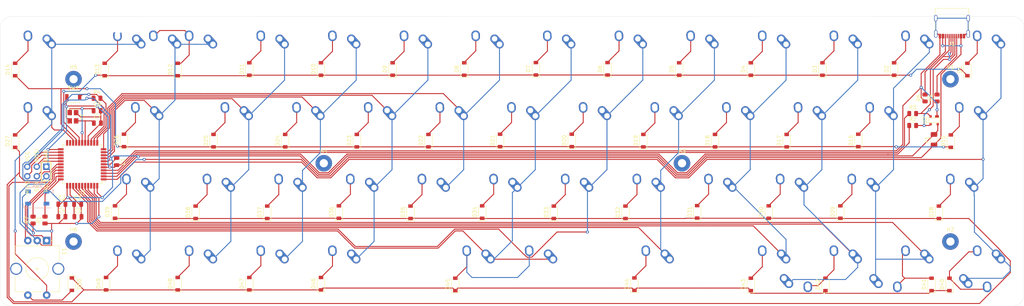
<source format=kicad_pcb>
(kicad_pcb (version 20171130) (host pcbnew "(5.1.12)-1")
  (layers (0 F.Cu signal) (31 B.Cu signal) (34 B.Paste user) (35 F.Paste user) (36 B.SilkS user) (37 F.SilkS user) (38 B.Mask user) (39 F.Mask user) (44 Edge.Cuts user))
  (net 0 "")
  (net 1 GND)
  (net 2 "Net-(C1-Pad1)")
  (net 3 +5V)
  (net 4 "Net-(C6-Pad1)")
  (net 5 "Net-(C7-Pad1)")
  (net 6 "Net-(D1-Pad2)")
  (net 7 ROW0)
  (net 8 "Net-(D2-Pad2)")
  (net 9 "Net-(D3-Pad2)")
  (net 10 "Net-(D4-Pad2)")
  (net 11 "Net-(D5-Pad2)")
  (net 12 "Net-(D6-Pad2)")
  (net 13 "Net-(D7-Pad2)")
  (net 14 "Net-(D8-Pad2)")
  (net 15 "Net-(D9-Pad2)")
  (net 16 "Net-(D10-Pad2)")
  (net 17 "Net-(D11-Pad2)")
  (net 18 "Net-(D12-Pad2)")
  (net 19 "Net-(D13-Pad2)")
  (net 20 "Net-(D14-Pad2)")
  (net 21 "Net-(D15-Pad2)")
  (net 22 ROW1)
  (net 23 "Net-(D16-Pad2)")
  (net 24 "Net-(D17-Pad2)")
  (net 25 "Net-(D18-Pad2)")
  (net 26 "Net-(D19-Pad2)")
  (net 27 "Net-(D20-Pad2)")
  (net 28 "Net-(D21-Pad2)")
  (net 29 "Net-(D22-Pad2)")
  (net 30 "Net-(D23-Pad2)")
  (net 31 "Net-(D24-Pad2)")
  (net 32 "Net-(D25-Pad2)")
  (net 33 "Net-(D26-Pad2)")
  (net 34 "Net-(D27-Pad2)")
  (net 35 "Net-(D28-Pad2)")
  (net 36 ROW2)
  (net 37 "Net-(D29-Pad2)")
  (net 38 "Net-(D30-Pad2)")
  (net 39 "Net-(D31-Pad2)")
  (net 40 "Net-(D32-Pad2)")
  (net 41 "Net-(D33-Pad2)")
  (net 42 "Net-(D34-Pad2)")
  (net 43 "Net-(D35-Pad2)")
  (net 44 "Net-(D36-Pad2)")
  (net 45 "Net-(D37-Pad2)")
  (net 46 "Net-(D38-Pad2)")
  (net 47 "Net-(D39-Pad2)")
  (net 48 "Net-(D40-Pad2)")
  (net 49 ROW3)
  (net 50 "Net-(D41-Pad2)")
  (net 51 "Net-(D42-Pad2)")
  (net 52 "Net-(D43-Pad2)")
  (net 53 "Net-(D44-Pad2)")
  (net 54 "Net-(D45-Pad2)")
  (net 55 "Net-(D46-Pad2)")
  (net 56 "Net-(D47-Pad2)")
  (net 57 "Net-(D48-Pad2)")
  (net 58 "Net-(D49-Pad2)")
  (net 59 E_ROW)
  (net 60 E_A)
  (net 61 E_B)
  (net 62 VCC)
  (net 63 "Net-(J1-PadB5)")
  (net 64 "Net-(J1-PadA6)")
  (net 65 "Net-(J1-PadA8)")
  (net 66 "Net-(J1-PadA5)")
  (net 67 "Net-(J1-PadB8)")
  (net 68 "Net-(J1-PadA7)")
  (net 69 RST)
  (net 70 MOSI)
  (net 71 SCK)
  (net 72 MISO)
  (net 73 COL2)
  (net 74 COL3)
  (net 75 COL4)
  (net 76 COL6)
  (net 77 COL7)
  (net 78 COL8)
  (net 79 COL10)
  (net 80 COL11)
  (net 81 COL12)
  (net 82 "Net-(R1-Pad2)")
  (net 83 D-)
  (net 84 D+)
  (net 85 "Net-(U1-Pad42)")
  (net 86 "Net-(U1-Pad22)")
  (net 87 COL9)
  (net 88 "Net-(U1-Pad21)")
  (net 89 COL0)
  (net 90 COL1)
  (net 91 COL5)
  (net 92 "Net-(D51-Pad2)")
  (net 93 "Net-(D51-Pad4)")
  (net 94 LED)
  (module Rotary_Encoder:RotaryEncoder_Alps_EC11E-Switch_Vertical_H20mm_CircularMountingHoles (layer F.Cu) (at 83.78 138.43 270)
    (fp_text reference E1 (at 2.8 -4.7 270) (layer F.SilkS))
    (fp_text value Rotary_Encoder_Switch)
    (pad A thru_hole rect (at 0 0 270) (size 2 2) (drill 1) (layers *.Cu *.Mask) (net 60 E_A))
    (pad C thru_hole circle (at 0 2.5 270) (size 2 2) (drill 1) (layers *.Cu *.Mask) (net 1 GND))
    (pad B thru_hole circle (at 0 5 270) (size 2 2) (drill 1) (layers *.Cu *.Mask) (net 61 E_B))
    (pad MP thru_hole circle (at 7.5 -3.1 270) (size 3.2 3.2) (drill 2.6) (layers *.Cu *.Mask))
    (pad MP thru_hole circle (at 7.5 8.1 270) (size 3.2 3.2) (drill 2.6) (layers *.Cu *.Mask))
    (pad S2 thru_hole circle (at 14.5 0 270) (size 2 2) (drill 1) (layers *.Cu *.Mask) (net 81 COL12))
    (pad S1 thru_hole circle (at 14.5 5 270) (size 2 2) (drill 1) (layers *.Cu *.Mask) (net 59 E_ROW))
  )
  (module LED_SMD:LED_WS2812B_PLCC4_5.0x5.0mm_P3.2mm (layer B.Cu) (at 81.28 127 180)
    (fp_text reference D51 (at 0 3.5) (layer B.SilkS) (effects (justify mirror)))
    (fp_text value WS2812B)
    (fp_text user 1 (at -4.15 1.6) (layer B.SilkS) (effects (justify mirror)))
    (pad 1 smd rect (at -2.45 1.6 180) (size 1.5 1) (layers B.Cu B.Paste B.Mask) (net 62 VCC))
    (pad 2 smd rect (at -2.45 -1.6 180) (size 1.5 1) (layers B.Cu B.Paste B.Mask) (net 92 "Net-(D51-Pad2)"))
    (pad 4 smd rect (at 2.45 1.6 180) (size 1.5 1) (layers B.Cu B.Paste B.Mask) (net 93 "Net-(D51-Pad4)"))
    (pad 3 smd rect (at 2.45 -1.6 180) (size 1.5 1) (layers B.Cu B.Paste B.Mask) (net 1 GND))
  )
  (module Resistor_SMD:R_0805_2012Metric (layer F.Cu) (at 80.16875 132.96075 90)
    (fp_text reference R7 (at 0 -1.65 90) (layer F.SilkS))
    (fp_text value 330)
    (pad 2 smd roundrect (at 0.9125 0 90) (size 1.025 1.4) (layers F.Cu F.Paste F.Mask) (roundrect_rratio 0.243902) (net 94 LED))
    (pad 1 smd roundrect (at -0.9125 0 90) (size 1.025 1.4) (layers F.Cu F.Paste F.Mask) (roundrect_rratio 0.243902) (net 93 "Net-(D51-Pad4)"))
  )
  (module MX_Alps_Hybrid:MX-6U-Centered-ReversedStabilizers-NoLED (layer B.Cu) (at 214.6173 145.923 180)
    (fp_text reference MX54)
    (fp_text value MX-NoLED)
    (pad "" np_thru_hole circle (at 47.625 8.255 180) (size 3.9878 3.9878) (drill 3.9878) (layers *.Cu *.Mask))
    (pad "" np_thru_hole circle (at -47.625 8.255 180) (size 3.9878 3.9878) (drill 3.9878) (layers *.Cu *.Mask))
    (pad "" np_thru_hole circle (at 47.625 -6.985 180) (size 3.048 3.048) (drill 3.048) (layers *.Cu *.Mask))
    (pad "" np_thru_hole circle (at -47.625 -6.985 180) (size 3.048 3.048) (drill 3.048) (layers *.Cu *.Mask))
    (pad "" np_thru_hole circle (at 5.08 0 131.9004) (size 1.75 1.75) (drill 1.75) (layers *.Cu *.Mask))
    (pad "" np_thru_hole circle (at -5.08 0 131.9004) (size 1.75 1.75) (drill 1.75) (layers *.Cu *.Mask))
    (pad 1 thru_hole circle (at -2.5 4 180) (size 2.25 2.25) (drill 1.47) (layers *.Cu F.Mask) (net 76 COL6))
    (pad "" np_thru_hole circle (at 0 0 180) (size 3.9878 3.9878) (drill 3.9878) (layers *.Cu *.Mask))
    (pad 1 thru_hole oval (at -3.81 2.54 131.9004) (size 4.211556 2.25) (drill 1.47 (offset 0.980778 0)) (layers *.Cu F.Mask) (net 76 COL6))
    (pad 2 thru_hole circle (at 2.54 5.08 180) (size 2.25 2.25) (drill 1.47) (layers *.Cu F.Mask) (net 54 "Net-(D45-Pad2)"))
    (pad 2 thru_hole oval (at 2.5 4.5 93.9452) (size 2.831378 2.25) (drill 1.47 (offset 0.290689 0)) (layers *.Cu F.Mask) (net 54 "Net-(D45-Pad2)"))
  )
  (module MX_Alps_Hybrid:MX-1.25U-NoLED (layer B.Cu) (at 283.6545 145.9103)
    (fp_text reference MX53)
    (fp_text value MX-NoLED)
    (pad "" np_thru_hole circle (at 5.08 0 311.9004) (size 1.75 1.75) (drill 1.75) (layers *.Cu *.Mask))
    (pad "" np_thru_hole circle (at -5.08 0 311.9004) (size 1.75 1.75) (drill 1.75) (layers *.Cu *.Mask))
    (pad 1 thru_hole circle (at -2.5 4) (size 2.25 2.25) (drill 1.47) (layers *.Cu F.Mask) (net 73 COL2))
    (pad "" np_thru_hole circle (at 0 0) (size 3.9878 3.9878) (drill 3.9878) (layers *.Cu *.Mask))
    (pad 1 thru_hole oval (at -3.81 2.54 311.9004) (size 4.211556 2.25) (drill 1.47 (offset 0.980778 0)) (layers *.Cu F.Mask) (net 73 COL2))
    (pad 2 thru_hole circle (at 2.54 5.08) (size 2.25 2.25) (drill 1.47) (layers *.Cu F.Mask) (net 51 "Net-(D42-Pad2)"))
    (pad 2 thru_hole oval (at 2.5 4.5 273.9452) (size 2.831378 2.25) (drill 1.47 (offset 0.290689 0)) (layers *.Cu F.Mask) (net 51 "Net-(D42-Pad2)"))
  )
  (module MX_Alps_Hybrid:MX-1.25U-NoLED (layer B.Cu) (at 307.467 145.923)
    (fp_text reference MX52)
    (fp_text value MX-NoLED)
    (pad "" np_thru_hole circle (at 5.08 0 311.9004) (size 1.75 1.75) (drill 1.75) (layers *.Cu *.Mask))
    (pad "" np_thru_hole circle (at -5.08 0 311.9004) (size 1.75 1.75) (drill 1.75) (layers *.Cu *.Mask))
    (pad 1 thru_hole circle (at -2.5 4) (size 2.25 2.25) (drill 1.47) (layers *.Cu F.Mask) (net 90 COL1))
    (pad "" np_thru_hole circle (at 0 0) (size 3.9878 3.9878) (drill 3.9878) (layers *.Cu *.Mask))
    (pad 1 thru_hole oval (at -3.81 2.54 311.9004) (size 4.211556 2.25) (drill 1.47 (offset 0.980778 0)) (layers *.Cu F.Mask) (net 90 COL1))
    (pad 2 thru_hole circle (at 2.54 5.08) (size 2.25 2.25) (drill 1.47) (layers *.Cu F.Mask) (net 50 "Net-(D41-Pad2)"))
    (pad 2 thru_hole oval (at 2.5 4.5 273.9452) (size 2.831378 2.25) (drill 1.47 (offset 0.290689 0)) (layers *.Cu F.Mask) (net 50 "Net-(D41-Pad2)"))
  )
  (module MX_Alps_Hybrid:MX-1.25U-NoLED (layer B.Cu) (at 331.343 145.923)
    (fp_text reference MX51)
    (fp_text value MX-NoLED)
    (pad "" np_thru_hole circle (at 5.08 0 311.9004) (size 1.75 1.75) (drill 1.75) (layers *.Cu *.Mask))
    (pad "" np_thru_hole circle (at -5.08 0 311.9004) (size 1.75 1.75) (drill 1.75) (layers *.Cu *.Mask))
    (pad 1 thru_hole circle (at -2.5 4) (size 2.25 2.25) (drill 1.47) (layers *.Cu F.Mask) (net 89 COL0))
    (pad "" np_thru_hole circle (at 0 0) (size 3.9878 3.9878) (drill 3.9878) (layers *.Cu *.Mask))
    (pad 1 thru_hole oval (at -3.81 2.54 311.9004) (size 4.211556 2.25) (drill 1.47 (offset 0.980778 0)) (layers *.Cu F.Mask) (net 89 COL0))
    (pad 2 thru_hole circle (at 2.54 5.08) (size 2.25 2.25) (drill 1.47) (layers *.Cu F.Mask) (net 48 "Net-(D40-Pad2)"))
    (pad 2 thru_hole oval (at 2.5 4.5 273.9452) (size 2.831378 2.25) (drill 1.47 (offset 0.290689 0)) (layers *.Cu F.Mask) (net 48 "Net-(D40-Pad2)"))
  )
  (module MX_Alps_Hybrid:MX-2.75U-ReversedStabilizers-NoLED (layer B.Cu) (at 198.0057 145.923 180)
    (fp_text reference MX45)
    (fp_text value MX-NoLED)
    (pad "" np_thru_hole circle (at 11.938 8.255 180) (size 3.9878 3.9878) (drill 3.9878) (layers *.Cu *.Mask))
    (pad "" np_thru_hole circle (at -11.938 8.255 180) (size 3.9878 3.9878) (drill 3.9878) (layers *.Cu *.Mask))
    (pad "" np_thru_hole circle (at 11.938 -6.985 180) (size 3.048 3.048) (drill 3.048) (layers *.Cu *.Mask))
    (pad "" np_thru_hole circle (at -11.938 -6.985 180) (size 3.048 3.048) (drill 3.048) (layers *.Cu *.Mask))
    (pad "" np_thru_hole circle (at 5.08 0 131.9004) (size 1.75 1.75) (drill 1.75) (layers *.Cu *.Mask))
    (pad "" np_thru_hole circle (at -5.08 0 131.9004) (size 1.75 1.75) (drill 1.75) (layers *.Cu *.Mask))
    (pad 1 thru_hole circle (at -2.5 4 180) (size 2.25 2.25) (drill 1.47) (layers *.Cu F.Mask) (net 76 COL6))
    (pad "" np_thru_hole circle (at 0 0 180) (size 3.9878 3.9878) (drill 3.9878) (layers *.Cu *.Mask))
    (pad 1 thru_hole oval (at -3.81 2.54 131.9004) (size 4.211556 2.25) (drill 1.47 (offset 0.980778 0)) (layers *.Cu F.Mask) (net 76 COL6))
    (pad 2 thru_hole circle (at 2.54 5.08 180) (size 2.25 2.25) (drill 1.47) (layers *.Cu F.Mask) (net 54 "Net-(D45-Pad2)"))
    (pad 2 thru_hole oval (at 2.5 4.5 93.9452) (size 2.831378 2.25) (drill 1.47 (offset 0.290689 0)) (layers *.Cu F.Mask) (net 54 "Net-(D45-Pad2)"))
  )
  (module MX_Alps_Hybrid:MX-2.25U-ReversedStabilizers-NoLED (layer B.Cu) (at 245.6307 145.923 180)
    (fp_text reference MX44)
    (fp_text value MX-NoLED)
    (pad "" np_thru_hole circle (at 11.938 8.255 180) (size 3.9878 3.9878) (drill 3.9878) (layers *.Cu *.Mask))
    (pad "" np_thru_hole circle (at -11.938 8.255 180) (size 3.9878 3.9878) (drill 3.9878) (layers *.Cu *.Mask))
    (pad "" np_thru_hole circle (at 11.938 -6.985 180) (size 3.048 3.048) (drill 3.048) (layers *.Cu *.Mask))
    (pad "" np_thru_hole circle (at -11.938 -6.985 180) (size 3.048 3.048) (drill 3.048) (layers *.Cu *.Mask))
    (pad "" np_thru_hole circle (at 5.08 0 131.9004) (size 1.75 1.75) (drill 1.75) (layers *.Cu *.Mask))
    (pad "" np_thru_hole circle (at -5.08 0 131.9004) (size 1.75 1.75) (drill 1.75) (layers *.Cu *.Mask))
    (pad 1 thru_hole circle (at -2.5 4 180) (size 2.25 2.25) (drill 1.47) (layers *.Cu F.Mask) (net 75 COL4))
    (pad "" np_thru_hole circle (at 0 0 180) (size 3.9878 3.9878) (drill 3.9878) (layers *.Cu *.Mask))
    (pad 1 thru_hole oval (at -3.81 2.54 131.9004) (size 4.211556 2.25) (drill 1.47 (offset 0.980778 0)) (layers *.Cu F.Mask) (net 75 COL4))
    (pad 2 thru_hole circle (at 2.54 5.08 180) (size 2.25 2.25) (drill 1.47) (layers *.Cu F.Mask) (net 53 "Net-(D44-Pad2)"))
    (pad 2 thru_hole oval (at 2.5 4.5 93.9452) (size 2.831378 2.25) (drill 1.47 (offset 0.290689 0)) (layers *.Cu F.Mask) (net 53 "Net-(D44-Pad2)"))
  )
  (module MountingHole:MountingHole_2.2mm_M2_Pad (layer F.Cu) (at 90.932 138.684)
    (fp_text reference H6 (at 0 -3.2) (layer F.SilkS))
    (fp_text value MountingHole)
    (pad 1 thru_hole circle (at 0 0) (size 4.4 4.4) (drill 2.2) (layers *.Cu *.Mask))
  )
  (module MountingHole:MountingHole_2.2mm_M2_Pad (layer F.Cu) (at 90.932 95.504)
    (fp_text reference H5 (at 0 -3.2) (layer F.SilkS))
    (fp_text value MountingHole)
    (pad 1 thru_hole circle (at 0 0) (size 4.4 4.4) (drill 2.2) (layers *.Cu *.Mask))
  )
  (module MountingHole:MountingHole_2.2mm_M2_Pad (layer F.Cu) (at 252.73 117.856)
    (fp_text reference H3 (at 0 -3.2) (layer F.SilkS))
    (fp_text value MountingHole)
    (pad 1 thru_hole circle (at 0 0) (size 4.4 4.4) (drill 2.2) (layers *.Cu *.Mask))
  )
  (module MountingHole:MountingHole_2.2mm_M2_Pad (layer F.Cu) (at 157.48 117.856)
    (fp_text reference H4 (at 0 -3.2) (layer F.SilkS))
    (fp_text value MountingHole)
    (pad 1 thru_hole circle (at 0 0) (size 4.4 4.4) (drill 2.2) (layers *.Cu *.Mask))
  )
  (module MountingHole:MountingHole_2.2mm_M2_Pad (layer F.Cu) (at 324.104 138.684)
    (fp_text reference H2 (at 0 -3.2) (layer F.SilkS))
    (fp_text value MountingHole)
    (pad 1 thru_hole circle (at 0 0) (size 4.4 4.4) (drill 2.2) (layers *.Cu *.Mask))
  )
  (module MountingHole:MountingHole_2.2mm_M2_Pad (layer F.Cu) (at 324.104 95.504)
    (fp_text reference H1 (at 0 -3.2) (layer F.SilkS))
    (fp_text value MountingHole)
    (pad 1 thru_hole circle (at 0 0) (size 4.4 4.4) (drill 2.2) (layers *.Cu *.Mask))
  )
  (module Package_QFP:TQFP-44_10x10mm_P0.8mm (layer F.Cu) (at 93.2307 118.14175 180)
    (fp_text reference U1 (at 0 -7.45) (layer F.SilkS))
    (fp_text value ATmega32U4-AU)
    (pad 44 smd rect (at -4 -5.7 270) (size 1.5 0.55) (layers F.Cu F.Paste F.Mask) (net 3 +5V))
    (pad 43 smd rect (at -3.2 -5.7 270) (size 1.5 0.55) (layers F.Cu F.Paste F.Mask) (net 1 GND))
    (pad 42 smd rect (at -2.4 -5.7 270) (size 1.5 0.55) (layers F.Cu F.Paste F.Mask) (net 85 "Net-(U1-Pad42)"))
    (pad 41 smd rect (at -1.6 -5.7 270) (size 1.5 0.55) (layers F.Cu F.Paste F.Mask) (net 90 COL1))
    (pad 40 smd rect (at -0.8 -5.7 270) (size 1.5 0.55) (layers F.Cu F.Paste F.Mask) (net 73 COL2))
    (pad 39 smd rect (at 0 -5.7 270) (size 1.5 0.55) (layers F.Cu F.Paste F.Mask) (net 74 COL3))
    (pad 38 smd rect (at 0.8 -5.7 270) (size 1.5 0.55) (layers F.Cu F.Paste F.Mask) (net 75 COL4))
    (pad 37 smd rect (at 1.6 -5.7 270) (size 1.5 0.55) (layers F.Cu F.Paste F.Mask) (net 91 COL5))
    (pad 36 smd rect (at 2.4 -5.7 270) (size 1.5 0.55) (layers F.Cu F.Paste F.Mask) (net 76 COL6))
    (pad 35 smd rect (at 3.2 -5.7 270) (size 1.5 0.55) (layers F.Cu F.Paste F.Mask) (net 1 GND))
    (pad 34 smd rect (at 4 -5.7 270) (size 1.5 0.55) (layers F.Cu F.Paste F.Mask) (net 3 +5V))
    (pad 33 smd rect (at 5.7 -4 180) (size 1.5 0.55) (layers F.Cu F.Paste F.Mask) (net 82 "Net-(R1-Pad2)"))
    (pad 32 smd rect (at 5.7 -3.2 180) (size 1.5 0.55) (layers F.Cu F.Paste F.Mask) (net 94 LED))
    (pad 31 smd rect (at 5.7 -2.4 180) (size 1.5 0.55) (layers F.Cu F.Paste F.Mask) (net 60 E_A))
    (pad 30 smd rect (at 5.7 -1.6 180) (size 1.5 0.55) (layers F.Cu F.Paste F.Mask) (net 61 E_B))
    (pad 29 smd rect (at 5.7 -0.8 180) (size 1.5 0.55) (layers F.Cu F.Paste F.Mask) (net 49 ROW3))
    (pad 28 smd rect (at 5.7 0 180) (size 1.5 0.55) (layers F.Cu F.Paste F.Mask) (net 36 ROW2))
    (pad 27 smd rect (at 5.7 0.8 180) (size 1.5 0.55) (layers F.Cu F.Paste F.Mask) (net 71 SCK))
    (pad 26 smd rect (at 5.7 1.6 180) (size 1.5 0.55) (layers F.Cu F.Paste F.Mask) (net 70 MOSI))
    (pad 25 smd rect (at 5.7 2.4 180) (size 1.5 0.55) (layers F.Cu F.Paste F.Mask) (net 72 MISO))
    (pad 24 smd rect (at 5.7 3.2 180) (size 1.5 0.55) (layers F.Cu F.Paste F.Mask) (net 3 +5V))
    (pad 23 smd rect (at 5.7 4 180) (size 1.5 0.55) (layers F.Cu F.Paste F.Mask) (net 1 GND))
    (pad 22 smd rect (at 4 5.7 270) (size 1.5 0.55) (layers F.Cu F.Paste F.Mask) (net 86 "Net-(U1-Pad22)"))
    (pad 21 smd rect (at 3.2 5.7 270) (size 1.5 0.55) (layers F.Cu F.Paste F.Mask) (net 88 "Net-(U1-Pad21)"))
    (pad 20 smd rect (at 2.4 5.7 270) (size 1.5 0.55) (layers F.Cu F.Paste F.Mask) (net 81 COL12))
    (pad 19 smd rect (at 1.6 5.7 270) (size 1.5 0.55) (layers F.Cu F.Paste F.Mask) (net 22 ROW1))
    (pad 18 smd rect (at 0.8 5.7 270) (size 1.5 0.55) (layers F.Cu F.Paste F.Mask) (net 7 ROW0))
    (pad 17 smd rect (at 0 5.7 270) (size 1.5 0.55) (layers F.Cu F.Paste F.Mask) (net 4 "Net-(C6-Pad1)"))
    (pad 16 smd rect (at -0.8 5.7 270) (size 1.5 0.55) (layers F.Cu F.Paste F.Mask) (net 5 "Net-(C7-Pad1)"))
    (pad 15 smd rect (at -1.6 5.7 270) (size 1.5 0.55) (layers F.Cu F.Paste F.Mask) (net 1 GND))
    (pad 14 smd rect (at -2.4 5.7 270) (size 1.5 0.55) (layers F.Cu F.Paste F.Mask) (net 3 +5V))
    (pad 13 smd rect (at -3.2 5.7 270) (size 1.5 0.55) (layers F.Cu F.Paste F.Mask) (net 69 RST))
    (pad 12 smd rect (at -4 5.7 270) (size 1.5 0.55) (layers F.Cu F.Paste F.Mask) (net 77 COL7))
    (pad 11 smd rect (at -5.7 4 180) (size 1.5 0.55) (layers F.Cu F.Paste F.Mask) (net 78 COL8))
    (pad 10 smd rect (at -5.7 3.2 180) (size 1.5 0.55) (layers F.Cu F.Paste F.Mask) (net 87 COL9))
    (pad 9 smd rect (at -5.7 2.4 180) (size 1.5 0.55) (layers F.Cu F.Paste F.Mask) (net 79 COL10))
    (pad 8 smd rect (at -5.7 1.6 180) (size 1.5 0.55) (layers F.Cu F.Paste F.Mask) (net 80 COL11))
    (pad 7 smd rect (at -5.7 0.8 180) (size 1.5 0.55) (layers F.Cu F.Paste F.Mask) (net 3 +5V))
    (pad 6 smd rect (at -5.7 0 180) (size 1.5 0.55) (layers F.Cu F.Paste F.Mask) (net 2 "Net-(C1-Pad1)"))
    (pad 5 smd rect (at -5.7 -0.8 180) (size 1.5 0.55) (layers F.Cu F.Paste F.Mask) (net 1 GND))
    (pad 4 smd rect (at -5.7 -1.6 180) (size 1.5 0.55) (layers F.Cu F.Paste F.Mask) (net 84 D+))
    (pad 3 smd rect (at -5.7 -2.4 180) (size 1.5 0.55) (layers F.Cu F.Paste F.Mask) (net 83 D-))
    (pad 2 smd rect (at -5.7 -3.2 180) (size 1.5 0.55) (layers F.Cu F.Paste F.Mask) (net 3 +5V))
    (pad 1 smd rect (at -5.7 -4 180) (size 1.5 0.55) (layers F.Cu F.Paste F.Mask) (net 89 COL0))
  )
  (module MX_Alps_Hybrid:MX-1U-NoLED (layer B.Cu) (at 81.32445 88.773 180)
    (fp_text reference MX14)
    (fp_text value MX-NoLED)
    (pad "" np_thru_hole circle (at 5.08 0 131.9004) (size 1.75 1.75) (drill 1.75) (layers *.Cu *.Mask))
    (pad "" np_thru_hole circle (at -5.08 0 131.9004) (size 1.75 1.75) (drill 1.75) (layers *.Cu *.Mask))
    (pad 1 thru_hole circle (at -2.5 4 180) (size 2.25 2.25) (drill 1.47) (layers *.Cu F.Mask) (net 81 COL12))
    (pad "" np_thru_hole circle (at 0 0 180) (size 3.9878 3.9878) (drill 3.9878) (layers *.Cu *.Mask))
    (pad 1 thru_hole oval (at -3.81 2.54 131.9004) (size 4.211556 2.25) (drill 1.47 (offset 0.980778 0)) (layers *.Cu F.Mask) (net 81 COL12))
    (pad 2 thru_hole circle (at 2.54 5.08 180) (size 2.25 2.25) (drill 1.47) (layers *.Cu F.Mask) (net 20 "Net-(D14-Pad2)"))
    (pad 2 thru_hole oval (at 2.5 4.5 93.9452) (size 2.831378 2.25) (drill 1.47 (offset 0.290689 0)) (layers *.Cu F.Mask) (net 20 "Net-(D14-Pad2)"))
  )
  (module Button_Switch_SMD:SW_SPST_B3U-1000P-B (layer F.Cu) (at 90.854 100.33)
    (fp_text reference SW1 (at 0 -2.5) (layer F.SilkS))
    (fp_text value SW_Push)
    (pad "" np_thru_hole circle (at 0 0) (size 0.8 0.8) (drill 0.8) (layers *.Cu *.Mask))
    (pad 2 smd rect (at 1.7 0) (size 0.9 1.7) (layers F.Cu F.Paste F.Mask) (net 69 RST))
    (pad 1 smd rect (at -1.7 0) (size 0.9 1.7) (layers F.Cu F.Paste F.Mask) (net 1 GND))
  )
  (module MX_Alps_Hybrid:MX-2U-NoLED (layer B.Cu) (at 114.66195 88.773 180)
    (fp_text reference MX50)
    (fp_text value MX-NoLED)
    (pad 2 thru_hole oval (at 2.5 4.5 93.9452) (size 2.831378 2.25) (drill 1.47 (offset 0.290689 0)) (layers *.Cu F.Mask) (net 18 "Net-(D12-Pad2)"))
    (pad 2 thru_hole circle (at 2.54 5.08 180) (size 2.25 2.25) (drill 1.47) (layers *.Cu F.Mask) (net 18 "Net-(D12-Pad2)"))
    (pad 1 thru_hole oval (at -3.81 2.54 131.9004) (size 4.211556 2.25) (drill 1.47 (offset 0.980778 0)) (layers *.Cu F.Mask) (net 80 COL11))
    (pad "" np_thru_hole circle (at 0 0 180) (size 3.9878 3.9878) (drill 3.9878) (layers *.Cu *.Mask))
    (pad 1 thru_hole circle (at -2.5 4 180) (size 2.25 2.25) (drill 1.47) (layers *.Cu F.Mask) (net 80 COL11))
    (pad "" np_thru_hole circle (at -5.08 0 131.9004) (size 1.75 1.75) (drill 1.75) (layers *.Cu *.Mask))
    (pad "" np_thru_hole circle (at 5.08 0 131.9004) (size 1.75 1.75) (drill 1.75) (layers *.Cu *.Mask))
    (pad "" np_thru_hole circle (at -11.938 6.985 180) (size 3.048 3.048) (drill 3.048) (layers *.Cu *.Mask))
    (pad "" np_thru_hole circle (at 11.938 6.985 180) (size 3.048 3.048) (drill 3.048) (layers *.Cu *.Mask))
    (pad "" np_thru_hole circle (at -11.938 -8.255 180) (size 3.9878 3.9878) (drill 3.9878) (layers *.Cu *.Mask))
    (pad "" np_thru_hole circle (at 11.938 -8.255 180) (size 3.9878 3.9878) (drill 3.9878) (layers *.Cu *.Mask))
  )
  (module MX_Alps_Hybrid:MX-1U-NoLED (layer B.Cu) (at 105.13695 145.923 180)
    (fp_text reference MX49)
    (fp_text value MX-NoLED)
    (pad 2 thru_hole oval (at 2.5 4.5 93.9452) (size 2.831378 2.25) (drill 1.47 (offset 0.290689 0)) (layers *.Cu F.Mask) (net 58 "Net-(D49-Pad2)"))
    (pad 2 thru_hole circle (at 2.54 5.08 180) (size 2.25 2.25) (drill 1.47) (layers *.Cu F.Mask) (net 58 "Net-(D49-Pad2)"))
    (pad 1 thru_hole oval (at -3.81 2.54 131.9004) (size 4.211556 2.25) (drill 1.47 (offset 0.980778 0)) (layers *.Cu F.Mask) (net 80 COL11))
    (pad "" np_thru_hole circle (at 0 0 180) (size 3.9878 3.9878) (drill 3.9878) (layers *.Cu *.Mask))
    (pad 1 thru_hole circle (at -2.5 4 180) (size 2.25 2.25) (drill 1.47) (layers *.Cu F.Mask) (net 80 COL11))
    (pad "" np_thru_hole circle (at -5.08 0 131.9004) (size 1.75 1.75) (drill 1.75) (layers *.Cu *.Mask))
    (pad "" np_thru_hole circle (at 5.08 0 131.9004) (size 1.75 1.75) (drill 1.75) (layers *.Cu *.Mask))
  )
  (module MX_Alps_Hybrid:MX-1U-NoLED (layer B.Cu) (at 124.18695 145.923 180)
    (fp_text reference MX48)
    (fp_text value MX-NoLED)
    (pad 2 thru_hole oval (at 2.5 4.5 93.9452) (size 2.831378 2.25) (drill 1.47 (offset 0.290689 0)) (layers *.Cu F.Mask) (net 57 "Net-(D48-Pad2)"))
    (pad 2 thru_hole circle (at 2.54 5.08 180) (size 2.25 2.25) (drill 1.47) (layers *.Cu F.Mask) (net 57 "Net-(D48-Pad2)"))
    (pad 1 thru_hole oval (at -3.81 2.54 131.9004) (size 4.211556 2.25) (drill 1.47 (offset 0.980778 0)) (layers *.Cu F.Mask) (net 79 COL10))
    (pad "" np_thru_hole circle (at 0 0 180) (size 3.9878 3.9878) (drill 3.9878) (layers *.Cu *.Mask))
    (pad 1 thru_hole circle (at -2.5 4 180) (size 2.25 2.25) (drill 1.47) (layers *.Cu F.Mask) (net 79 COL10))
    (pad "" np_thru_hole circle (at -5.08 0 131.9004) (size 1.75 1.75) (drill 1.75) (layers *.Cu *.Mask))
    (pad "" np_thru_hole circle (at 5.08 0 131.9004) (size 1.75 1.75) (drill 1.75) (layers *.Cu *.Mask))
  )
  (module MX_Alps_Hybrid:MX-1U-NoLED (layer B.Cu) (at 143.23695 145.923 180)
    (fp_text reference MX47)
    (fp_text value MX-NoLED)
    (pad 2 thru_hole oval (at 2.5 4.5 93.9452) (size 2.831378 2.25) (drill 1.47 (offset 0.290689 0)) (layers *.Cu F.Mask) (net 56 "Net-(D47-Pad2)"))
    (pad 2 thru_hole circle (at 2.54 5.08 180) (size 2.25 2.25) (drill 1.47) (layers *.Cu F.Mask) (net 56 "Net-(D47-Pad2)"))
    (pad 1 thru_hole oval (at -3.81 2.54 131.9004) (size 4.211556 2.25) (drill 1.47 (offset 0.980778 0)) (layers *.Cu F.Mask) (net 87 COL9))
    (pad "" np_thru_hole circle (at 0 0 180) (size 3.9878 3.9878) (drill 3.9878) (layers *.Cu *.Mask))
    (pad 1 thru_hole circle (at -2.5 4 180) (size 2.25 2.25) (drill 1.47) (layers *.Cu F.Mask) (net 87 COL9))
    (pad "" np_thru_hole circle (at -5.08 0 131.9004) (size 1.75 1.75) (drill 1.75) (layers *.Cu *.Mask))
    (pad "" np_thru_hole circle (at 5.08 0 131.9004) (size 1.75 1.75) (drill 1.75) (layers *.Cu *.Mask))
  )
  (module MX_Alps_Hybrid:MX-1U-NoLED (layer B.Cu) (at 162.28695 145.923 180)
    (fp_text reference MX46)
    (fp_text value MX-NoLED)
    (pad 2 thru_hole oval (at 2.5 4.5 93.9452) (size 2.831378 2.25) (drill 1.47 (offset 0.290689 0)) (layers *.Cu F.Mask) (net 55 "Net-(D46-Pad2)"))
    (pad 2 thru_hole circle (at 2.54 5.08 180) (size 2.25 2.25) (drill 1.47) (layers *.Cu F.Mask) (net 55 "Net-(D46-Pad2)"))
    (pad 1 thru_hole oval (at -3.81 2.54 131.9004) (size 4.211556 2.25) (drill 1.47 (offset 0.980778 0)) (layers *.Cu F.Mask) (net 78 COL8))
    (pad "" np_thru_hole circle (at 0 0 180) (size 3.9878 3.9878) (drill 3.9878) (layers *.Cu *.Mask))
    (pad 1 thru_hole circle (at -2.5 4 180) (size 2.25 2.25) (drill 1.47) (layers *.Cu F.Mask) (net 78 COL8))
    (pad "" np_thru_hole circle (at -5.08 0 131.9004) (size 1.75 1.75) (drill 1.75) (layers *.Cu *.Mask))
    (pad "" np_thru_hole circle (at 5.08 0 131.9004) (size 1.75 1.75) (drill 1.75) (layers *.Cu *.Mask))
  )
  (module MX_Alps_Hybrid:MX-1U-NoLED (layer B.Cu) (at 276.58695 145.923 180)
    (fp_text reference MX43)
    (fp_text value MX-NoLED)
    (pad 2 thru_hole oval (at 2.5 4.5 93.9452) (size 2.831378 2.25) (drill 1.47 (offset 0.290689 0)) (layers *.Cu F.Mask) (net 52 "Net-(D43-Pad2)"))
    (pad 2 thru_hole circle (at 2.54 5.08 180) (size 2.25 2.25) (drill 1.47) (layers *.Cu F.Mask) (net 52 "Net-(D43-Pad2)"))
    (pad 1 thru_hole oval (at -3.81 2.54 131.9004) (size 4.211556 2.25) (drill 1.47 (offset 0.980778 0)) (layers *.Cu F.Mask) (net 74 COL3))
    (pad "" np_thru_hole circle (at 0 0 180) (size 3.9878 3.9878) (drill 3.9878) (layers *.Cu *.Mask))
    (pad 1 thru_hole circle (at -2.5 4 180) (size 2.25 2.25) (drill 1.47) (layers *.Cu F.Mask) (net 74 COL3))
    (pad "" np_thru_hole circle (at -5.08 0 131.9004) (size 1.75 1.75) (drill 1.75) (layers *.Cu *.Mask))
    (pad "" np_thru_hole circle (at 5.08 0 131.9004) (size 1.75 1.75) (drill 1.75) (layers *.Cu *.Mask))
  )
  (module MX_Alps_Hybrid:MX-1U-NoLED (layer B.Cu) (at 295.63695 145.923 180)
    (fp_text reference MX42)
    (fp_text value MX-NoLED)
    (pad 2 thru_hole oval (at 2.5 4.5 93.9452) (size 2.831378 2.25) (drill 1.47 (offset 0.290689 0)) (layers *.Cu F.Mask) (net 51 "Net-(D42-Pad2)"))
    (pad 2 thru_hole circle (at 2.54 5.08 180) (size 2.25 2.25) (drill 1.47) (layers *.Cu F.Mask) (net 51 "Net-(D42-Pad2)"))
    (pad 1 thru_hole oval (at -3.81 2.54 131.9004) (size 4.211556 2.25) (drill 1.47 (offset 0.980778 0)) (layers *.Cu F.Mask) (net 73 COL2))
    (pad "" np_thru_hole circle (at 0 0 180) (size 3.9878 3.9878) (drill 3.9878) (layers *.Cu *.Mask))
    (pad 1 thru_hole circle (at -2.5 4 180) (size 2.25 2.25) (drill 1.47) (layers *.Cu F.Mask) (net 73 COL2))
    (pad "" np_thru_hole circle (at -5.08 0 131.9004) (size 1.75 1.75) (drill 1.75) (layers *.Cu *.Mask))
    (pad "" np_thru_hole circle (at 5.08 0 131.9004) (size 1.75 1.75) (drill 1.75) (layers *.Cu *.Mask))
  )
  (module MX_Alps_Hybrid:MX-1U-NoLED (layer B.Cu) (at 314.68695 145.923 180)
    (fp_text reference MX41)
    (fp_text value MX-NoLED)
    (pad 2 thru_hole oval (at 2.5 4.5 93.9452) (size 2.831378 2.25) (drill 1.47 (offset 0.290689 0)) (layers *.Cu F.Mask) (net 50 "Net-(D41-Pad2)"))
    (pad 2 thru_hole circle (at 2.54 5.08 180) (size 2.25 2.25) (drill 1.47) (layers *.Cu F.Mask) (net 50 "Net-(D41-Pad2)"))
    (pad 1 thru_hole oval (at -3.81 2.54 131.9004) (size 4.211556 2.25) (drill 1.47 (offset 0.980778 0)) (layers *.Cu F.Mask) (net 90 COL1))
    (pad "" np_thru_hole circle (at 0 0 180) (size 3.9878 3.9878) (drill 3.9878) (layers *.Cu *.Mask))
    (pad 1 thru_hole circle (at -2.5 4 180) (size 2.25 2.25) (drill 1.47) (layers *.Cu F.Mask) (net 90 COL1))
    (pad "" np_thru_hole circle (at -5.08 0 131.9004) (size 1.75 1.75) (drill 1.75) (layers *.Cu *.Mask))
    (pad "" np_thru_hole circle (at 5.08 0 131.9004) (size 1.75 1.75) (drill 1.75) (layers *.Cu *.Mask))
  )
  (module MX_Alps_Hybrid:MX-1U-NoLED (layer B.Cu) (at 333.73695 145.923 180)
    (fp_text reference MX40)
    (fp_text value MX-NoLED)
    (pad 2 thru_hole oval (at 2.5 4.5 93.9452) (size 2.831378 2.25) (drill 1.47 (offset 0.290689 0)) (layers *.Cu F.Mask) (net 48 "Net-(D40-Pad2)"))
    (pad 2 thru_hole circle (at 2.54 5.08 180) (size 2.25 2.25) (drill 1.47) (layers *.Cu F.Mask) (net 48 "Net-(D40-Pad2)"))
    (pad 1 thru_hole oval (at -3.81 2.54 131.9004) (size 4.211556 2.25) (drill 1.47 (offset 0.980778 0)) (layers *.Cu F.Mask) (net 89 COL0))
    (pad "" np_thru_hole circle (at 0 0 180) (size 3.9878 3.9878) (drill 3.9878) (layers *.Cu *.Mask))
    (pad 1 thru_hole circle (at -2.5 4 180) (size 2.25 2.25) (drill 1.47) (layers *.Cu F.Mask) (net 89 COL0))
    (pad "" np_thru_hole circle (at -5.08 0 131.9004) (size 1.75 1.75) (drill 1.75) (layers *.Cu *.Mask))
    (pad "" np_thru_hole circle (at 5.08 0 131.9004) (size 1.75 1.75) (drill 1.75) (layers *.Cu *.Mask))
  )
  (module MX_Alps_Hybrid:MX-1.25U-NoLED (layer B.Cu) (at 107.5182 126.873 180)
    (fp_text reference MX39)
    (fp_text value MX-NoLED)
    (pad 2 thru_hole oval (at 2.5 4.5 93.9452) (size 2.831378 2.25) (drill 1.47 (offset 0.290689 0)) (layers *.Cu F.Mask) (net 47 "Net-(D39-Pad2)"))
    (pad 2 thru_hole circle (at 2.54 5.08 180) (size 2.25 2.25) (drill 1.47) (layers *.Cu F.Mask) (net 47 "Net-(D39-Pad2)"))
    (pad 1 thru_hole oval (at -3.81 2.54 131.9004) (size 4.211556 2.25) (drill 1.47 (offset 0.980778 0)) (layers *.Cu F.Mask) (net 80 COL11))
    (pad "" np_thru_hole circle (at 0 0 180) (size 3.9878 3.9878) (drill 3.9878) (layers *.Cu *.Mask))
    (pad 1 thru_hole circle (at -2.5 4 180) (size 2.25 2.25) (drill 1.47) (layers *.Cu F.Mask) (net 80 COL11))
    (pad "" np_thru_hole circle (at -5.08 0 131.9004) (size 1.75 1.75) (drill 1.75) (layers *.Cu *.Mask))
    (pad "" np_thru_hole circle (at 5.08 0 131.9004) (size 1.75 1.75) (drill 1.75) (layers *.Cu *.Mask))
  )
  (module MX_Alps_Hybrid:MX-1U-NoLED (layer B.Cu) (at 128.94945 126.873 180)
    (fp_text reference MX38)
    (fp_text value MX-NoLED)
    (pad 2 thru_hole oval (at 2.5 4.5 93.9452) (size 2.831378 2.25) (drill 1.47 (offset 0.290689 0)) (layers *.Cu F.Mask) (net 46 "Net-(D38-Pad2)"))
    (pad 2 thru_hole circle (at 2.54 5.08 180) (size 2.25 2.25) (drill 1.47) (layers *.Cu F.Mask) (net 46 "Net-(D38-Pad2)"))
    (pad 1 thru_hole oval (at -3.81 2.54 131.9004) (size 4.211556 2.25) (drill 1.47 (offset 0.980778 0)) (layers *.Cu F.Mask) (net 79 COL10))
    (pad "" np_thru_hole circle (at 0 0 180) (size 3.9878 3.9878) (drill 3.9878) (layers *.Cu *.Mask))
    (pad 1 thru_hole circle (at -2.5 4 180) (size 2.25 2.25) (drill 1.47) (layers *.Cu F.Mask) (net 79 COL10))
    (pad "" np_thru_hole circle (at -5.08 0 131.9004) (size 1.75 1.75) (drill 1.75) (layers *.Cu *.Mask))
    (pad "" np_thru_hole circle (at 5.08 0 131.9004) (size 1.75 1.75) (drill 1.75) (layers *.Cu *.Mask))
  )
  (module MX_Alps_Hybrid:MX-1U-NoLED (layer B.Cu) (at 147.99945 126.873 180)
    (fp_text reference MX37)
    (fp_text value MX-NoLED)
    (pad 2 thru_hole oval (at 2.5 4.5 93.9452) (size 2.831378 2.25) (drill 1.47 (offset 0.290689 0)) (layers *.Cu F.Mask) (net 45 "Net-(D37-Pad2)"))
    (pad 2 thru_hole circle (at 2.54 5.08 180) (size 2.25 2.25) (drill 1.47) (layers *.Cu F.Mask) (net 45 "Net-(D37-Pad2)"))
    (pad 1 thru_hole oval (at -3.81 2.54 131.9004) (size 4.211556 2.25) (drill 1.47 (offset 0.980778 0)) (layers *.Cu F.Mask) (net 87 COL9))
    (pad "" np_thru_hole circle (at 0 0 180) (size 3.9878 3.9878) (drill 3.9878) (layers *.Cu *.Mask))
    (pad 1 thru_hole circle (at -2.5 4 180) (size 2.25 2.25) (drill 1.47) (layers *.Cu F.Mask) (net 87 COL9))
    (pad "" np_thru_hole circle (at -5.08 0 131.9004) (size 1.75 1.75) (drill 1.75) (layers *.Cu *.Mask))
    (pad "" np_thru_hole circle (at 5.08 0 131.9004) (size 1.75 1.75) (drill 1.75) (layers *.Cu *.Mask))
  )
  (module MX_Alps_Hybrid:MX-1U-NoLED (layer B.Cu) (at 167.04945 126.873 180)
    (fp_text reference MX36)
    (fp_text value MX-NoLED)
    (pad 2 thru_hole oval (at 2.5 4.5 93.9452) (size 2.831378 2.25) (drill 1.47 (offset 0.290689 0)) (layers *.Cu F.Mask) (net 44 "Net-(D36-Pad2)"))
    (pad 2 thru_hole circle (at 2.54 5.08 180) (size 2.25 2.25) (drill 1.47) (layers *.Cu F.Mask) (net 44 "Net-(D36-Pad2)"))
    (pad 1 thru_hole oval (at -3.81 2.54 131.9004) (size 4.211556 2.25) (drill 1.47 (offset 0.980778 0)) (layers *.Cu F.Mask) (net 78 COL8))
    (pad "" np_thru_hole circle (at 0 0 180) (size 3.9878 3.9878) (drill 3.9878) (layers *.Cu *.Mask))
    (pad 1 thru_hole circle (at -2.5 4 180) (size 2.25 2.25) (drill 1.47) (layers *.Cu F.Mask) (net 78 COL8))
    (pad "" np_thru_hole circle (at -5.08 0 131.9004) (size 1.75 1.75) (drill 1.75) (layers *.Cu *.Mask))
    (pad "" np_thru_hole circle (at 5.08 0 131.9004) (size 1.75 1.75) (drill 1.75) (layers *.Cu *.Mask))
  )
  (module MX_Alps_Hybrid:MX-1U-NoLED (layer B.Cu) (at 186.09945 126.873 180)
    (fp_text reference MX35)
    (fp_text value MX-NoLED)
    (pad 2 thru_hole oval (at 2.5 4.5 93.9452) (size 2.831378 2.25) (drill 1.47 (offset 0.290689 0)) (layers *.Cu F.Mask) (net 43 "Net-(D35-Pad2)"))
    (pad 2 thru_hole circle (at 2.54 5.08 180) (size 2.25 2.25) (drill 1.47) (layers *.Cu F.Mask) (net 43 "Net-(D35-Pad2)"))
    (pad 1 thru_hole oval (at -3.81 2.54 131.9004) (size 4.211556 2.25) (drill 1.47 (offset 0.980778 0)) (layers *.Cu F.Mask) (net 77 COL7))
    (pad "" np_thru_hole circle (at 0 0 180) (size 3.9878 3.9878) (drill 3.9878) (layers *.Cu *.Mask))
    (pad 1 thru_hole circle (at -2.5 4 180) (size 2.25 2.25) (drill 1.47) (layers *.Cu F.Mask) (net 77 COL7))
    (pad "" np_thru_hole circle (at -5.08 0 131.9004) (size 1.75 1.75) (drill 1.75) (layers *.Cu *.Mask))
    (pad "" np_thru_hole circle (at 5.08 0 131.9004) (size 1.75 1.75) (drill 1.75) (layers *.Cu *.Mask))
  )
  (module MX_Alps_Hybrid:MX-1U-NoLED (layer B.Cu) (at 205.14945 126.873 180)
    (fp_text reference MX34)
    (fp_text value MX-NoLED)
    (pad 2 thru_hole oval (at 2.5 4.5 93.9452) (size 2.831378 2.25) (drill 1.47 (offset 0.290689 0)) (layers *.Cu F.Mask) (net 42 "Net-(D34-Pad2)"))
    (pad 2 thru_hole circle (at 2.54 5.08 180) (size 2.25 2.25) (drill 1.47) (layers *.Cu F.Mask) (net 42 "Net-(D34-Pad2)"))
    (pad 1 thru_hole oval (at -3.81 2.54 131.9004) (size 4.211556 2.25) (drill 1.47 (offset 0.980778 0)) (layers *.Cu F.Mask) (net 76 COL6))
    (pad "" np_thru_hole circle (at 0 0 180) (size 3.9878 3.9878) (drill 3.9878) (layers *.Cu *.Mask))
    (pad 1 thru_hole circle (at -2.5 4 180) (size 2.25 2.25) (drill 1.47) (layers *.Cu F.Mask) (net 76 COL6))
    (pad "" np_thru_hole circle (at -5.08 0 131.9004) (size 1.75 1.75) (drill 1.75) (layers *.Cu *.Mask))
    (pad "" np_thru_hole circle (at 5.08 0 131.9004) (size 1.75 1.75) (drill 1.75) (layers *.Cu *.Mask))
  )
  (module MX_Alps_Hybrid:MX-1U-NoLED (layer B.Cu) (at 224.19945 126.873 180)
    (fp_text reference MX33)
    (fp_text value MX-NoLED)
    (pad 2 thru_hole oval (at 2.5 4.5 93.9452) (size 2.831378 2.25) (drill 1.47 (offset 0.290689 0)) (layers *.Cu F.Mask) (net 41 "Net-(D33-Pad2)"))
    (pad 2 thru_hole circle (at 2.54 5.08 180) (size 2.25 2.25) (drill 1.47) (layers *.Cu F.Mask) (net 41 "Net-(D33-Pad2)"))
    (pad 1 thru_hole oval (at -3.81 2.54 131.9004) (size 4.211556 2.25) (drill 1.47 (offset 0.980778 0)) (layers *.Cu F.Mask) (net 91 COL5))
    (pad "" np_thru_hole circle (at 0 0 180) (size 3.9878 3.9878) (drill 3.9878) (layers *.Cu *.Mask))
    (pad 1 thru_hole circle (at -2.5 4 180) (size 2.25 2.25) (drill 1.47) (layers *.Cu F.Mask) (net 91 COL5))
    (pad "" np_thru_hole circle (at -5.08 0 131.9004) (size 1.75 1.75) (drill 1.75) (layers *.Cu *.Mask))
    (pad "" np_thru_hole circle (at 5.08 0 131.9004) (size 1.75 1.75) (drill 1.75) (layers *.Cu *.Mask))
  )
  (module MX_Alps_Hybrid:MX-1U-NoLED (layer B.Cu) (at 243.24945 126.873 180)
    (fp_text reference MX32)
    (fp_text value MX-NoLED)
    (pad 2 thru_hole oval (at 2.5 4.5 93.9452) (size 2.831378 2.25) (drill 1.47 (offset 0.290689 0)) (layers *.Cu F.Mask) (net 40 "Net-(D32-Pad2)"))
    (pad 2 thru_hole circle (at 2.54 5.08 180) (size 2.25 2.25) (drill 1.47) (layers *.Cu F.Mask) (net 40 "Net-(D32-Pad2)"))
    (pad 1 thru_hole oval (at -3.81 2.54 131.9004) (size 4.211556 2.25) (drill 1.47 (offset 0.980778 0)) (layers *.Cu F.Mask) (net 75 COL4))
    (pad "" np_thru_hole circle (at 0 0 180) (size 3.9878 3.9878) (drill 3.9878) (layers *.Cu *.Mask))
    (pad 1 thru_hole circle (at -2.5 4 180) (size 2.25 2.25) (drill 1.47) (layers *.Cu F.Mask) (net 75 COL4))
    (pad "" np_thru_hole circle (at -5.08 0 131.9004) (size 1.75 1.75) (drill 1.75) (layers *.Cu *.Mask))
    (pad "" np_thru_hole circle (at 5.08 0 131.9004) (size 1.75 1.75) (drill 1.75) (layers *.Cu *.Mask))
  )
  (module MX_Alps_Hybrid:MX-1U-NoLED (layer B.Cu) (at 262.29945 126.873 180)
    (fp_text reference MX31)
    (fp_text value MX-NoLED)
    (pad 2 thru_hole oval (at 2.5 4.5 93.9452) (size 2.831378 2.25) (drill 1.47 (offset 0.290689 0)) (layers *.Cu F.Mask) (net 39 "Net-(D31-Pad2)"))
    (pad 2 thru_hole circle (at 2.54 5.08 180) (size 2.25 2.25) (drill 1.47) (layers *.Cu F.Mask) (net 39 "Net-(D31-Pad2)"))
    (pad 1 thru_hole oval (at -3.81 2.54 131.9004) (size 4.211556 2.25) (drill 1.47 (offset 0.980778 0)) (layers *.Cu F.Mask) (net 74 COL3))
    (pad "" np_thru_hole circle (at 0 0 180) (size 3.9878 3.9878) (drill 3.9878) (layers *.Cu *.Mask))
    (pad 1 thru_hole circle (at -2.5 4 180) (size 2.25 2.25) (drill 1.47) (layers *.Cu F.Mask) (net 74 COL3))
    (pad "" np_thru_hole circle (at -5.08 0 131.9004) (size 1.75 1.75) (drill 1.75) (layers *.Cu *.Mask))
    (pad "" np_thru_hole circle (at 5.08 0 131.9004) (size 1.75 1.75) (drill 1.75) (layers *.Cu *.Mask))
  )
  (module MX_Alps_Hybrid:MX-1U-NoLED (layer B.Cu) (at 281.34945 126.873 180)
    (fp_text reference MX30)
    (fp_text value MX-NoLED)
    (pad 2 thru_hole oval (at 2.5 4.5 93.9452) (size 2.831378 2.25) (drill 1.47 (offset 0.290689 0)) (layers *.Cu F.Mask) (net 38 "Net-(D30-Pad2)"))
    (pad 2 thru_hole circle (at 2.54 5.08 180) (size 2.25 2.25) (drill 1.47) (layers *.Cu F.Mask) (net 38 "Net-(D30-Pad2)"))
    (pad 1 thru_hole oval (at -3.81 2.54 131.9004) (size 4.211556 2.25) (drill 1.47 (offset 0.980778 0)) (layers *.Cu F.Mask) (net 73 COL2))
    (pad "" np_thru_hole circle (at 0 0 180) (size 3.9878 3.9878) (drill 3.9878) (layers *.Cu *.Mask))
    (pad 1 thru_hole circle (at -2.5 4 180) (size 2.25 2.25) (drill 1.47) (layers *.Cu F.Mask) (net 73 COL2))
    (pad "" np_thru_hole circle (at -5.08 0 131.9004) (size 1.75 1.75) (drill 1.75) (layers *.Cu *.Mask))
    (pad "" np_thru_hole circle (at 5.08 0 131.9004) (size 1.75 1.75) (drill 1.75) (layers *.Cu *.Mask))
  )
  (module MX_Alps_Hybrid:MX-1U-NoLED (layer B.Cu) (at 300.39945 126.873 180)
    (fp_text reference MX29)
    (fp_text value MX-NoLED)
    (pad 2 thru_hole oval (at 2.5 4.5 93.9452) (size 2.831378 2.25) (drill 1.47 (offset 0.290689 0)) (layers *.Cu F.Mask) (net 37 "Net-(D29-Pad2)"))
    (pad 2 thru_hole circle (at 2.54 5.08 180) (size 2.25 2.25) (drill 1.47) (layers *.Cu F.Mask) (net 37 "Net-(D29-Pad2)"))
    (pad 1 thru_hole oval (at -3.81 2.54 131.9004) (size 4.211556 2.25) (drill 1.47 (offset 0.980778 0)) (layers *.Cu F.Mask) (net 90 COL1))
    (pad "" np_thru_hole circle (at 0 0 180) (size 3.9878 3.9878) (drill 3.9878) (layers *.Cu *.Mask))
    (pad 1 thru_hole circle (at -2.5 4 180) (size 2.25 2.25) (drill 1.47) (layers *.Cu F.Mask) (net 90 COL1))
    (pad "" np_thru_hole circle (at -5.08 0 131.9004) (size 1.75 1.75) (drill 1.75) (layers *.Cu *.Mask))
    (pad "" np_thru_hole circle (at 5.08 0 131.9004) (size 1.75 1.75) (drill 1.75) (layers *.Cu *.Mask))
  )
  (module MX_Alps_Hybrid:MX-1.75U-NoLED (layer B.Cu) (at 326.5932 126.873 180)
    (fp_text reference MX28)
    (fp_text value MX-NoLED)
    (pad 2 thru_hole oval (at 2.5 4.5 93.9452) (size 2.831378 2.25) (drill 1.47 (offset 0.290689 0)) (layers *.Cu F.Mask) (net 35 "Net-(D28-Pad2)"))
    (pad 2 thru_hole circle (at 2.54 5.08 180) (size 2.25 2.25) (drill 1.47) (layers *.Cu F.Mask) (net 35 "Net-(D28-Pad2)"))
    (pad 1 thru_hole oval (at -3.81 2.54 131.9004) (size 4.211556 2.25) (drill 1.47 (offset 0.980778 0)) (layers *.Cu F.Mask) (net 89 COL0))
    (pad "" np_thru_hole circle (at 0 0 180) (size 3.9878 3.9878) (drill 3.9878) (layers *.Cu *.Mask))
    (pad 1 thru_hole circle (at -2.5 4 180) (size 2.25 2.25) (drill 1.47) (layers *.Cu F.Mask) (net 89 COL0))
    (pad "" np_thru_hole circle (at -5.08 0 131.9004) (size 1.75 1.75) (drill 1.75) (layers *.Cu *.Mask))
    (pad "" np_thru_hole circle (at 5.08 0 131.9004) (size 1.75 1.75) (drill 1.75) (layers *.Cu *.Mask))
  )
  (module MX_Alps_Hybrid:MX-1U-NoLED (layer B.Cu) (at 81.32445 107.823 180)
    (fp_text reference MX27)
    (fp_text value MX-NoLED)
    (pad "" np_thru_hole circle (at 5.08 0 131.9004) (size 1.75 1.75) (drill 1.75) (layers *.Cu *.Mask))
    (pad "" np_thru_hole circle (at -5.08 0 131.9004) (size 1.75 1.75) (drill 1.75) (layers *.Cu *.Mask))
    (pad 1 thru_hole circle (at -2.5 4 180) (size 2.25 2.25) (drill 1.47) (layers *.Cu F.Mask) (net 81 COL12))
    (pad "" np_thru_hole circle (at 0 0 180) (size 3.9878 3.9878) (drill 3.9878) (layers *.Cu *.Mask))
    (pad 1 thru_hole oval (at -3.81 2.54 131.9004) (size 4.211556 2.25) (drill 1.47 (offset 0.980778 0)) (layers *.Cu F.Mask) (net 81 COL12))
    (pad 2 thru_hole circle (at 2.54 5.08 180) (size 2.25 2.25) (drill 1.47) (layers *.Cu F.Mask) (net 34 "Net-(D27-Pad2)"))
    (pad 2 thru_hole oval (at 2.5 4.5 93.9452) (size 2.831378 2.25) (drill 1.47 (offset 0.290689 0)) (layers *.Cu F.Mask) (net 34 "Net-(D27-Pad2)"))
  )
  (module MX_Alps_Hybrid:MX-1.5U-NoLED (layer B.Cu) (at 109.89945 107.823 180)
    (fp_text reference MX26)
    (fp_text value MX-NoLED)
    (pad 2 thru_hole oval (at 2.5 4.5 93.9452) (size 2.831378 2.25) (drill 1.47 (offset 0.290689 0)) (layers *.Cu F.Mask) (net 33 "Net-(D26-Pad2)"))
    (pad 2 thru_hole circle (at 2.54 5.08 180) (size 2.25 2.25) (drill 1.47) (layers *.Cu F.Mask) (net 33 "Net-(D26-Pad2)"))
    (pad 1 thru_hole oval (at -3.81 2.54 131.9004) (size 4.211556 2.25) (drill 1.47 (offset 0.980778 0)) (layers *.Cu F.Mask) (net 80 COL11))
    (pad "" np_thru_hole circle (at 0 0 180) (size 3.9878 3.9878) (drill 3.9878) (layers *.Cu *.Mask))
    (pad 1 thru_hole circle (at -2.5 4 180) (size 2.25 2.25) (drill 1.47) (layers *.Cu F.Mask) (net 80 COL11))
    (pad "" np_thru_hole circle (at -5.08 0 131.9004) (size 1.75 1.75) (drill 1.75) (layers *.Cu *.Mask))
    (pad "" np_thru_hole circle (at 5.08 0 131.9004) (size 1.75 1.75) (drill 1.75) (layers *.Cu *.Mask))
  )
  (module MX_Alps_Hybrid:MX-1U-NoLED (layer B.Cu) (at 133.71195 107.823 180)
    (fp_text reference MX25)
    (fp_text value MX-NoLED)
    (pad 2 thru_hole oval (at 2.5 4.5 93.9452) (size 2.831378 2.25) (drill 1.47 (offset 0.290689 0)) (layers *.Cu F.Mask) (net 32 "Net-(D25-Pad2)"))
    (pad 2 thru_hole circle (at 2.54 5.08 180) (size 2.25 2.25) (drill 1.47) (layers *.Cu F.Mask) (net 32 "Net-(D25-Pad2)"))
    (pad 1 thru_hole oval (at -3.81 2.54 131.9004) (size 4.211556 2.25) (drill 1.47 (offset 0.980778 0)) (layers *.Cu F.Mask) (net 79 COL10))
    (pad "" np_thru_hole circle (at 0 0 180) (size 3.9878 3.9878) (drill 3.9878) (layers *.Cu *.Mask))
    (pad 1 thru_hole circle (at -2.5 4 180) (size 2.25 2.25) (drill 1.47) (layers *.Cu F.Mask) (net 79 COL10))
    (pad "" np_thru_hole circle (at -5.08 0 131.9004) (size 1.75 1.75) (drill 1.75) (layers *.Cu *.Mask))
    (pad "" np_thru_hole circle (at 5.08 0 131.9004) (size 1.75 1.75) (drill 1.75) (layers *.Cu *.Mask))
  )
  (module MX_Alps_Hybrid:MX-1U-NoLED (layer B.Cu) (at 152.76195 107.823 180)
    (fp_text reference MX24)
    (fp_text value MX-NoLED)
    (pad 2 thru_hole oval (at 2.5 4.5 93.9452) (size 2.831378 2.25) (drill 1.47 (offset 0.290689 0)) (layers *.Cu F.Mask) (net 31 "Net-(D24-Pad2)"))
    (pad 2 thru_hole circle (at 2.54 5.08 180) (size 2.25 2.25) (drill 1.47) (layers *.Cu F.Mask) (net 31 "Net-(D24-Pad2)"))
    (pad 1 thru_hole oval (at -3.81 2.54 131.9004) (size 4.211556 2.25) (drill 1.47 (offset 0.980778 0)) (layers *.Cu F.Mask) (net 87 COL9))
    (pad "" np_thru_hole circle (at 0 0 180) (size 3.9878 3.9878) (drill 3.9878) (layers *.Cu *.Mask))
    (pad 1 thru_hole circle (at -2.5 4 180) (size 2.25 2.25) (drill 1.47) (layers *.Cu F.Mask) (net 87 COL9))
    (pad "" np_thru_hole circle (at -5.08 0 131.9004) (size 1.75 1.75) (drill 1.75) (layers *.Cu *.Mask))
    (pad "" np_thru_hole circle (at 5.08 0 131.9004) (size 1.75 1.75) (drill 1.75) (layers *.Cu *.Mask))
  )
  (module MX_Alps_Hybrid:MX-1U-NoLED (layer B.Cu) (at 171.81195 107.823 180)
    (fp_text reference MX23)
    (fp_text value MX-NoLED)
    (pad 2 thru_hole oval (at 2.5 4.5 93.9452) (size 2.831378 2.25) (drill 1.47 (offset 0.290689 0)) (layers *.Cu F.Mask) (net 30 "Net-(D23-Pad2)"))
    (pad 2 thru_hole circle (at 2.54 5.08 180) (size 2.25 2.25) (drill 1.47) (layers *.Cu F.Mask) (net 30 "Net-(D23-Pad2)"))
    (pad 1 thru_hole oval (at -3.81 2.54 131.9004) (size 4.211556 2.25) (drill 1.47 (offset 0.980778 0)) (layers *.Cu F.Mask) (net 78 COL8))
    (pad "" np_thru_hole circle (at 0 0 180) (size 3.9878 3.9878) (drill 3.9878) (layers *.Cu *.Mask))
    (pad 1 thru_hole circle (at -2.5 4 180) (size 2.25 2.25) (drill 1.47) (layers *.Cu F.Mask) (net 78 COL8))
    (pad "" np_thru_hole circle (at -5.08 0 131.9004) (size 1.75 1.75) (drill 1.75) (layers *.Cu *.Mask))
    (pad "" np_thru_hole circle (at 5.08 0 131.9004) (size 1.75 1.75) (drill 1.75) (layers *.Cu *.Mask))
  )
  (module MX_Alps_Hybrid:MX-1U-NoLED (layer B.Cu) (at 190.86195 107.823 180)
    (fp_text reference MX22)
    (fp_text value MX-NoLED)
    (pad 2 thru_hole oval (at 2.5 4.5 93.9452) (size 2.831378 2.25) (drill 1.47 (offset 0.290689 0)) (layers *.Cu F.Mask) (net 29 "Net-(D22-Pad2)"))
    (pad 2 thru_hole circle (at 2.54 5.08 180) (size 2.25 2.25) (drill 1.47) (layers *.Cu F.Mask) (net 29 "Net-(D22-Pad2)"))
    (pad 1 thru_hole oval (at -3.81 2.54 131.9004) (size 4.211556 2.25) (drill 1.47 (offset 0.980778 0)) (layers *.Cu F.Mask) (net 77 COL7))
    (pad "" np_thru_hole circle (at 0 0 180) (size 3.9878 3.9878) (drill 3.9878) (layers *.Cu *.Mask))
    (pad 1 thru_hole circle (at -2.5 4 180) (size 2.25 2.25) (drill 1.47) (layers *.Cu F.Mask) (net 77 COL7))
    (pad "" np_thru_hole circle (at -5.08 0 131.9004) (size 1.75 1.75) (drill 1.75) (layers *.Cu *.Mask))
    (pad "" np_thru_hole circle (at 5.08 0 131.9004) (size 1.75 1.75) (drill 1.75) (layers *.Cu *.Mask))
  )
  (module MX_Alps_Hybrid:MX-1U-NoLED (layer B.Cu) (at 209.91195 107.823 180)
    (fp_text reference MX21)
    (fp_text value MX-NoLED)
    (pad 2 thru_hole oval (at 2.5 4.5 93.9452) (size 2.831378 2.25) (drill 1.47 (offset 0.290689 0)) (layers *.Cu F.Mask) (net 28 "Net-(D21-Pad2)"))
    (pad 2 thru_hole circle (at 2.54 5.08 180) (size 2.25 2.25) (drill 1.47) (layers *.Cu F.Mask) (net 28 "Net-(D21-Pad2)"))
    (pad 1 thru_hole oval (at -3.81 2.54 131.9004) (size 4.211556 2.25) (drill 1.47 (offset 0.980778 0)) (layers *.Cu F.Mask) (net 76 COL6))
    (pad "" np_thru_hole circle (at 0 0 180) (size 3.9878 3.9878) (drill 3.9878) (layers *.Cu *.Mask))
    (pad 1 thru_hole circle (at -2.5 4 180) (size 2.25 2.25) (drill 1.47) (layers *.Cu F.Mask) (net 76 COL6))
    (pad "" np_thru_hole circle (at -5.08 0 131.9004) (size 1.75 1.75) (drill 1.75) (layers *.Cu *.Mask))
    (pad "" np_thru_hole circle (at 5.08 0 131.9004) (size 1.75 1.75) (drill 1.75) (layers *.Cu *.Mask))
  )
  (module MX_Alps_Hybrid:MX-1U-NoLED (layer B.Cu) (at 228.96195 107.823 180)
    (fp_text reference MX20)
    (fp_text value MX-NoLED)
    (pad 2 thru_hole oval (at 2.5 4.5 93.9452) (size 2.831378 2.25) (drill 1.47 (offset 0.290689 0)) (layers *.Cu F.Mask) (net 27 "Net-(D20-Pad2)"))
    (pad 2 thru_hole circle (at 2.54 5.08 180) (size 2.25 2.25) (drill 1.47) (layers *.Cu F.Mask) (net 27 "Net-(D20-Pad2)"))
    (pad 1 thru_hole oval (at -3.81 2.54 131.9004) (size 4.211556 2.25) (drill 1.47 (offset 0.980778 0)) (layers *.Cu F.Mask) (net 91 COL5))
    (pad "" np_thru_hole circle (at 0 0 180) (size 3.9878 3.9878) (drill 3.9878) (layers *.Cu *.Mask))
    (pad 1 thru_hole circle (at -2.5 4 180) (size 2.25 2.25) (drill 1.47) (layers *.Cu F.Mask) (net 91 COL5))
    (pad "" np_thru_hole circle (at -5.08 0 131.9004) (size 1.75 1.75) (drill 1.75) (layers *.Cu *.Mask))
    (pad "" np_thru_hole circle (at 5.08 0 131.9004) (size 1.75 1.75) (drill 1.75) (layers *.Cu *.Mask))
  )
  (module MX_Alps_Hybrid:MX-1U-NoLED (layer B.Cu) (at 248.01195 107.823 180)
    (fp_text reference MX19)
    (fp_text value MX-NoLED)
    (pad 2 thru_hole oval (at 2.5 4.5 93.9452) (size 2.831378 2.25) (drill 1.47 (offset 0.290689 0)) (layers *.Cu F.Mask) (net 26 "Net-(D19-Pad2)"))
    (pad 2 thru_hole circle (at 2.54 5.08 180) (size 2.25 2.25) (drill 1.47) (layers *.Cu F.Mask) (net 26 "Net-(D19-Pad2)"))
    (pad 1 thru_hole oval (at -3.81 2.54 131.9004) (size 4.211556 2.25) (drill 1.47 (offset 0.980778 0)) (layers *.Cu F.Mask) (net 75 COL4))
    (pad "" np_thru_hole circle (at 0 0 180) (size 3.9878 3.9878) (drill 3.9878) (layers *.Cu *.Mask))
    (pad 1 thru_hole circle (at -2.5 4 180) (size 2.25 2.25) (drill 1.47) (layers *.Cu F.Mask) (net 75 COL4))
    (pad "" np_thru_hole circle (at -5.08 0 131.9004) (size 1.75 1.75) (drill 1.75) (layers *.Cu *.Mask))
    (pad "" np_thru_hole circle (at 5.08 0 131.9004) (size 1.75 1.75) (drill 1.75) (layers *.Cu *.Mask))
  )
  (module MX_Alps_Hybrid:MX-1U-NoLED (layer B.Cu) (at 267.06195 107.823 180)
    (fp_text reference MX18)
    (fp_text value MX-NoLED)
    (pad 2 thru_hole oval (at 2.5 4.5 93.9452) (size 2.831378 2.25) (drill 1.47 (offset 0.290689 0)) (layers *.Cu F.Mask) (net 25 "Net-(D18-Pad2)"))
    (pad 2 thru_hole circle (at 2.54 5.08 180) (size 2.25 2.25) (drill 1.47) (layers *.Cu F.Mask) (net 25 "Net-(D18-Pad2)"))
    (pad 1 thru_hole oval (at -3.81 2.54 131.9004) (size 4.211556 2.25) (drill 1.47 (offset 0.980778 0)) (layers *.Cu F.Mask) (net 74 COL3))
    (pad "" np_thru_hole circle (at 0 0 180) (size 3.9878 3.9878) (drill 3.9878) (layers *.Cu *.Mask))
    (pad 1 thru_hole circle (at -2.5 4 180) (size 2.25 2.25) (drill 1.47) (layers *.Cu F.Mask) (net 74 COL3))
    (pad "" np_thru_hole circle (at -5.08 0 131.9004) (size 1.75 1.75) (drill 1.75) (layers *.Cu *.Mask))
    (pad "" np_thru_hole circle (at 5.08 0 131.9004) (size 1.75 1.75) (drill 1.75) (layers *.Cu *.Mask))
  )
  (module MX_Alps_Hybrid:MX-1U-NoLED (layer B.Cu) (at 286.11195 107.823 180)
    (fp_text reference MX17)
    (fp_text value MX-NoLED)
    (pad 2 thru_hole oval (at 2.5 4.5 93.9452) (size 2.831378 2.25) (drill 1.47 (offset 0.290689 0)) (layers *.Cu F.Mask) (net 24 "Net-(D17-Pad2)"))
    (pad 2 thru_hole circle (at 2.54 5.08 180) (size 2.25 2.25) (drill 1.47) (layers *.Cu F.Mask) (net 24 "Net-(D17-Pad2)"))
    (pad 1 thru_hole oval (at -3.81 2.54 131.9004) (size 4.211556 2.25) (drill 1.47 (offset 0.980778 0)) (layers *.Cu F.Mask) (net 73 COL2))
    (pad "" np_thru_hole circle (at 0 0 180) (size 3.9878 3.9878) (drill 3.9878) (layers *.Cu *.Mask))
    (pad 1 thru_hole circle (at -2.5 4 180) (size 2.25 2.25) (drill 1.47) (layers *.Cu F.Mask) (net 73 COL2))
    (pad "" np_thru_hole circle (at -5.08 0 131.9004) (size 1.75 1.75) (drill 1.75) (layers *.Cu *.Mask))
    (pad "" np_thru_hole circle (at 5.08 0 131.9004) (size 1.75 1.75) (drill 1.75) (layers *.Cu *.Mask))
  )
  (module MX_Alps_Hybrid:MX-1U-NoLED (layer B.Cu) (at 305.16195 107.823 180)
    (fp_text reference MX16)
    (fp_text value MX-NoLED)
    (pad 2 thru_hole oval (at 2.5 4.5 93.9452) (size 2.831378 2.25) (drill 1.47 (offset 0.290689 0)) (layers *.Cu F.Mask) (net 23 "Net-(D16-Pad2)"))
    (pad 2 thru_hole circle (at 2.54 5.08 180) (size 2.25 2.25) (drill 1.47) (layers *.Cu F.Mask) (net 23 "Net-(D16-Pad2)"))
    (pad 1 thru_hole oval (at -3.81 2.54 131.9004) (size 4.211556 2.25) (drill 1.47 (offset 0.980778 0)) (layers *.Cu F.Mask) (net 90 COL1))
    (pad "" np_thru_hole circle (at 0 0 180) (size 3.9878 3.9878) (drill 3.9878) (layers *.Cu *.Mask))
    (pad 1 thru_hole circle (at -2.5 4 180) (size 2.25 2.25) (drill 1.47) (layers *.Cu F.Mask) (net 90 COL1))
    (pad "" np_thru_hole circle (at -5.08 0 131.9004) (size 1.75 1.75) (drill 1.75) (layers *.Cu *.Mask))
    (pad "" np_thru_hole circle (at 5.08 0 131.9004) (size 1.75 1.75) (drill 1.75) (layers *.Cu *.Mask))
  )
  (module MX_Alps_Hybrid:MX-1.5U-NoLED (layer B.Cu) (at 328.97445 107.823 180)
    (fp_text reference MX15)
    (fp_text value MX-NoLED)
    (pad 2 thru_hole oval (at 2.5 4.5 93.9452) (size 2.831378 2.25) (drill 1.47 (offset 0.290689 0)) (layers *.Cu F.Mask) (net 21 "Net-(D15-Pad2)"))
    (pad 2 thru_hole circle (at 2.54 5.08 180) (size 2.25 2.25) (drill 1.47) (layers *.Cu F.Mask) (net 21 "Net-(D15-Pad2)"))
    (pad 1 thru_hole oval (at -3.81 2.54 131.9004) (size 4.211556 2.25) (drill 1.47 (offset 0.980778 0)) (layers *.Cu F.Mask) (net 89 COL0))
    (pad "" np_thru_hole circle (at 0 0 180) (size 3.9878 3.9878) (drill 3.9878) (layers *.Cu *.Mask))
    (pad 1 thru_hole circle (at -2.5 4 180) (size 2.25 2.25) (drill 1.47) (layers *.Cu F.Mask) (net 89 COL0))
    (pad "" np_thru_hole circle (at -5.08 0 131.9004) (size 1.75 1.75) (drill 1.75) (layers *.Cu *.Mask))
    (pad "" np_thru_hole circle (at 5.08 0 131.9004) (size 1.75 1.75) (drill 1.75) (layers *.Cu *.Mask))
  )
  (module MX_Alps_Hybrid:MX-1U-NoLED (layer B.Cu) (at 105.13695 88.773 180)
    (fp_text reference MX13)
    (fp_text value MX-NoLED)
    (pad 2 thru_hole oval (at 2.5 4.5 93.9452) (size 2.831378 2.25) (drill 1.47 (offset 0.290689 0)) (layers *.Cu F.Mask) (net 19 "Net-(D13-Pad2)"))
    (pad 2 thru_hole circle (at 2.54 5.08 180) (size 2.25 2.25) (drill 1.47) (layers *.Cu F.Mask) (net 19 "Net-(D13-Pad2)"))
    (pad 1 thru_hole oval (at -3.81 2.54 131.9004) (size 4.211556 2.25) (drill 1.47 (offset 0.980778 0)) (layers *.Cu F.Mask) (net 81 COL12))
    (pad "" np_thru_hole circle (at 0 0 180) (size 3.9878 3.9878) (drill 3.9878) (layers *.Cu *.Mask))
    (pad 1 thru_hole circle (at -2.5 4 180) (size 2.25 2.25) (drill 1.47) (layers *.Cu F.Mask) (net 81 COL12))
    (pad "" np_thru_hole circle (at -5.08 0 131.9004) (size 1.75 1.75) (drill 1.75) (layers *.Cu *.Mask))
    (pad "" np_thru_hole circle (at 5.08 0 131.9004) (size 1.75 1.75) (drill 1.75) (layers *.Cu *.Mask))
  )
  (module MX_Alps_Hybrid:MX-1U-NoLED (layer B.Cu) (at 124.18695 88.773 180)
    (fp_text reference MX12)
    (fp_text value MX-NoLED)
    (pad 2 thru_hole oval (at 2.5 4.5 93.9452) (size 2.831378 2.25) (drill 1.47 (offset 0.290689 0)) (layers *.Cu F.Mask) (net 18 "Net-(D12-Pad2)"))
    (pad 2 thru_hole circle (at 2.54 5.08 180) (size 2.25 2.25) (drill 1.47) (layers *.Cu F.Mask) (net 18 "Net-(D12-Pad2)"))
    (pad 1 thru_hole oval (at -3.81 2.54 131.9004) (size 4.211556 2.25) (drill 1.47 (offset 0.980778 0)) (layers *.Cu F.Mask) (net 80 COL11))
    (pad "" np_thru_hole circle (at 0 0 180) (size 3.9878 3.9878) (drill 3.9878) (layers *.Cu *.Mask))
    (pad 1 thru_hole circle (at -2.5 4 180) (size 2.25 2.25) (drill 1.47) (layers *.Cu F.Mask) (net 80 COL11))
    (pad "" np_thru_hole circle (at -5.08 0 131.9004) (size 1.75 1.75) (drill 1.75) (layers *.Cu *.Mask))
    (pad "" np_thru_hole circle (at 5.08 0 131.9004) (size 1.75 1.75) (drill 1.75) (layers *.Cu *.Mask))
  )
  (module MX_Alps_Hybrid:MX-1U-NoLED (layer B.Cu) (at 143.23695 88.773 180)
    (fp_text reference MX11)
    (fp_text value MX-NoLED)
    (pad 2 thru_hole oval (at 2.5 4.5 93.9452) (size 2.831378 2.25) (drill 1.47 (offset 0.290689 0)) (layers *.Cu F.Mask) (net 17 "Net-(D11-Pad2)"))
    (pad 2 thru_hole circle (at 2.54 5.08 180) (size 2.25 2.25) (drill 1.47) (layers *.Cu F.Mask) (net 17 "Net-(D11-Pad2)"))
    (pad 1 thru_hole oval (at -3.81 2.54 131.9004) (size 4.211556 2.25) (drill 1.47 (offset 0.980778 0)) (layers *.Cu F.Mask) (net 79 COL10))
    (pad "" np_thru_hole circle (at 0 0 180) (size 3.9878 3.9878) (drill 3.9878) (layers *.Cu *.Mask))
    (pad 1 thru_hole circle (at -2.5 4 180) (size 2.25 2.25) (drill 1.47) (layers *.Cu F.Mask) (net 79 COL10))
    (pad "" np_thru_hole circle (at -5.08 0 131.9004) (size 1.75 1.75) (drill 1.75) (layers *.Cu *.Mask))
    (pad "" np_thru_hole circle (at 5.08 0 131.9004) (size 1.75 1.75) (drill 1.75) (layers *.Cu *.Mask))
  )
  (module MX_Alps_Hybrid:MX-1U-NoLED (layer B.Cu) (at 162.28695 88.773 180)
    (fp_text reference MX10)
    (fp_text value MX-NoLED)
    (pad 2 thru_hole oval (at 2.5 4.5 93.9452) (size 2.831378 2.25) (drill 1.47 (offset 0.290689 0)) (layers *.Cu F.Mask) (net 16 "Net-(D10-Pad2)"))
    (pad 2 thru_hole circle (at 2.54 5.08 180) (size 2.25 2.25) (drill 1.47) (layers *.Cu F.Mask) (net 16 "Net-(D10-Pad2)"))
    (pad 1 thru_hole oval (at -3.81 2.54 131.9004) (size 4.211556 2.25) (drill 1.47 (offset 0.980778 0)) (layers *.Cu F.Mask) (net 87 COL9))
    (pad "" np_thru_hole circle (at 0 0 180) (size 3.9878 3.9878) (drill 3.9878) (layers *.Cu *.Mask))
    (pad 1 thru_hole circle (at -2.5 4 180) (size 2.25 2.25) (drill 1.47) (layers *.Cu F.Mask) (net 87 COL9))
    (pad "" np_thru_hole circle (at -5.08 0 131.9004) (size 1.75 1.75) (drill 1.75) (layers *.Cu *.Mask))
    (pad "" np_thru_hole circle (at 5.08 0 131.9004) (size 1.75 1.75) (drill 1.75) (layers *.Cu *.Mask))
  )
  (module MX_Alps_Hybrid:MX-1U-NoLED (layer B.Cu) (at 181.33695 88.773 180)
    (fp_text reference MX9)
    (fp_text value MX-NoLED)
    (pad 2 thru_hole oval (at 2.5 4.5 93.9452) (size 2.831378 2.25) (drill 1.47 (offset 0.290689 0)) (layers *.Cu F.Mask) (net 15 "Net-(D9-Pad2)"))
    (pad 2 thru_hole circle (at 2.54 5.08 180) (size 2.25 2.25) (drill 1.47) (layers *.Cu F.Mask) (net 15 "Net-(D9-Pad2)"))
    (pad 1 thru_hole oval (at -3.81 2.54 131.9004) (size 4.211556 2.25) (drill 1.47 (offset 0.980778 0)) (layers *.Cu F.Mask) (net 78 COL8))
    (pad "" np_thru_hole circle (at 0 0 180) (size 3.9878 3.9878) (drill 3.9878) (layers *.Cu *.Mask))
    (pad 1 thru_hole circle (at -2.5 4 180) (size 2.25 2.25) (drill 1.47) (layers *.Cu F.Mask) (net 78 COL8))
    (pad "" np_thru_hole circle (at -5.08 0 131.9004) (size 1.75 1.75) (drill 1.75) (layers *.Cu *.Mask))
    (pad "" np_thru_hole circle (at 5.08 0 131.9004) (size 1.75 1.75) (drill 1.75) (layers *.Cu *.Mask))
  )
  (module MX_Alps_Hybrid:MX-1U-NoLED (layer B.Cu) (at 200.38695 88.773 180)
    (fp_text reference MX8)
    (fp_text value MX-NoLED)
    (pad 2 thru_hole oval (at 2.5 4.5 93.9452) (size 2.831378 2.25) (drill 1.47 (offset 0.290689 0)) (layers *.Cu F.Mask) (net 14 "Net-(D8-Pad2)"))
    (pad 2 thru_hole circle (at 2.54 5.08 180) (size 2.25 2.25) (drill 1.47) (layers *.Cu F.Mask) (net 14 "Net-(D8-Pad2)"))
    (pad 1 thru_hole oval (at -3.81 2.54 131.9004) (size 4.211556 2.25) (drill 1.47 (offset 0.980778 0)) (layers *.Cu F.Mask) (net 77 COL7))
    (pad "" np_thru_hole circle (at 0 0 180) (size 3.9878 3.9878) (drill 3.9878) (layers *.Cu *.Mask))
    (pad 1 thru_hole circle (at -2.5 4 180) (size 2.25 2.25) (drill 1.47) (layers *.Cu F.Mask) (net 77 COL7))
    (pad "" np_thru_hole circle (at -5.08 0 131.9004) (size 1.75 1.75) (drill 1.75) (layers *.Cu *.Mask))
    (pad "" np_thru_hole circle (at 5.08 0 131.9004) (size 1.75 1.75) (drill 1.75) (layers *.Cu *.Mask))
  )
  (module MX_Alps_Hybrid:MX-1U-NoLED (layer B.Cu) (at 219.43695 88.773 180)
    (fp_text reference MX7)
    (fp_text value MX-NoLED)
    (pad 2 thru_hole oval (at 2.5 4.5 93.9452) (size 2.831378 2.25) (drill 1.47 (offset 0.290689 0)) (layers *.Cu F.Mask) (net 13 "Net-(D7-Pad2)"))
    (pad 2 thru_hole circle (at 2.54 5.08 180) (size 2.25 2.25) (drill 1.47) (layers *.Cu F.Mask) (net 13 "Net-(D7-Pad2)"))
    (pad 1 thru_hole oval (at -3.81 2.54 131.9004) (size 4.211556 2.25) (drill 1.47 (offset 0.980778 0)) (layers *.Cu F.Mask) (net 76 COL6))
    (pad "" np_thru_hole circle (at 0 0 180) (size 3.9878 3.9878) (drill 3.9878) (layers *.Cu *.Mask))
    (pad 1 thru_hole circle (at -2.5 4 180) (size 2.25 2.25) (drill 1.47) (layers *.Cu F.Mask) (net 76 COL6))
    (pad "" np_thru_hole circle (at -5.08 0 131.9004) (size 1.75 1.75) (drill 1.75) (layers *.Cu *.Mask))
    (pad "" np_thru_hole circle (at 5.08 0 131.9004) (size 1.75 1.75) (drill 1.75) (layers *.Cu *.Mask))
  )
  (module MX_Alps_Hybrid:MX-1U-NoLED (layer B.Cu) (at 238.48695 88.773 180)
    (fp_text reference MX6)
    (fp_text value MX-NoLED)
    (pad 2 thru_hole oval (at 2.5 4.5 93.9452) (size 2.831378 2.25) (drill 1.47 (offset 0.290689 0)) (layers *.Cu F.Mask) (net 12 "Net-(D6-Pad2)"))
    (pad 2 thru_hole circle (at 2.54 5.08 180) (size 2.25 2.25) (drill 1.47) (layers *.Cu F.Mask) (net 12 "Net-(D6-Pad2)"))
    (pad 1 thru_hole oval (at -3.81 2.54 131.9004) (size 4.211556 2.25) (drill 1.47 (offset 0.980778 0)) (layers *.Cu F.Mask) (net 91 COL5))
    (pad "" np_thru_hole circle (at 0 0 180) (size 3.9878 3.9878) (drill 3.9878) (layers *.Cu *.Mask))
    (pad 1 thru_hole circle (at -2.5 4 180) (size 2.25 2.25) (drill 1.47) (layers *.Cu F.Mask) (net 91 COL5))
    (pad "" np_thru_hole circle (at -5.08 0 131.9004) (size 1.75 1.75) (drill 1.75) (layers *.Cu *.Mask))
    (pad "" np_thru_hole circle (at 5.08 0 131.9004) (size 1.75 1.75) (drill 1.75) (layers *.Cu *.Mask))
  )
  (module MX_Alps_Hybrid:MX-1U-NoLED (layer B.Cu) (at 257.53695 88.773 180)
    (fp_text reference MX5)
    (fp_text value MX-NoLED)
    (pad 2 thru_hole oval (at 2.5 4.5 93.9452) (size 2.831378 2.25) (drill 1.47 (offset 0.290689 0)) (layers *.Cu F.Mask) (net 11 "Net-(D5-Pad2)"))
    (pad 2 thru_hole circle (at 2.54 5.08 180) (size 2.25 2.25) (drill 1.47) (layers *.Cu F.Mask) (net 11 "Net-(D5-Pad2)"))
    (pad 1 thru_hole oval (at -3.81 2.54 131.9004) (size 4.211556 2.25) (drill 1.47 (offset 0.980778 0)) (layers *.Cu F.Mask) (net 75 COL4))
    (pad "" np_thru_hole circle (at 0 0 180) (size 3.9878 3.9878) (drill 3.9878) (layers *.Cu *.Mask))
    (pad 1 thru_hole circle (at -2.5 4 180) (size 2.25 2.25) (drill 1.47) (layers *.Cu F.Mask) (net 75 COL4))
    (pad "" np_thru_hole circle (at -5.08 0 131.9004) (size 1.75 1.75) (drill 1.75) (layers *.Cu *.Mask))
    (pad "" np_thru_hole circle (at 5.08 0 131.9004) (size 1.75 1.75) (drill 1.75) (layers *.Cu *.Mask))
  )
  (module MX_Alps_Hybrid:MX-1U-NoLED (layer B.Cu) (at 276.58695 88.773 180)
    (fp_text reference MX4)
    (fp_text value MX-NoLED)
    (pad 2 thru_hole oval (at 2.5 4.5 93.9452) (size 2.831378 2.25) (drill 1.47 (offset 0.290689 0)) (layers *.Cu F.Mask) (net 10 "Net-(D4-Pad2)"))
    (pad 2 thru_hole circle (at 2.54 5.08 180) (size 2.25 2.25) (drill 1.47) (layers *.Cu F.Mask) (net 10 "Net-(D4-Pad2)"))
    (pad 1 thru_hole oval (at -3.81 2.54 131.9004) (size 4.211556 2.25) (drill 1.47 (offset 0.980778 0)) (layers *.Cu F.Mask) (net 74 COL3))
    (pad "" np_thru_hole circle (at 0 0 180) (size 3.9878 3.9878) (drill 3.9878) (layers *.Cu *.Mask))
    (pad 1 thru_hole circle (at -2.5 4 180) (size 2.25 2.25) (drill 1.47) (layers *.Cu F.Mask) (net 74 COL3))
    (pad "" np_thru_hole circle (at -5.08 0 131.9004) (size 1.75 1.75) (drill 1.75) (layers *.Cu *.Mask))
    (pad "" np_thru_hole circle (at 5.08 0 131.9004) (size 1.75 1.75) (drill 1.75) (layers *.Cu *.Mask))
  )
  (module MX_Alps_Hybrid:MX-1U-NoLED (layer B.Cu) (at 295.63695 88.773 180)
    (fp_text reference MX3)
    (fp_text value MX-NoLED)
    (pad 2 thru_hole oval (at 2.5 4.5 93.9452) (size 2.831378 2.25) (drill 1.47 (offset 0.290689 0)) (layers *.Cu F.Mask) (net 9 "Net-(D3-Pad2)"))
    (pad 2 thru_hole circle (at 2.54 5.08 180) (size 2.25 2.25) (drill 1.47) (layers *.Cu F.Mask) (net 9 "Net-(D3-Pad2)"))
    (pad 1 thru_hole oval (at -3.81 2.54 131.9004) (size 4.211556 2.25) (drill 1.47 (offset 0.980778 0)) (layers *.Cu F.Mask) (net 73 COL2))
    (pad "" np_thru_hole circle (at 0 0 180) (size 3.9878 3.9878) (drill 3.9878) (layers *.Cu *.Mask))
    (pad 1 thru_hole circle (at -2.5 4 180) (size 2.25 2.25) (drill 1.47) (layers *.Cu F.Mask) (net 73 COL2))
    (pad "" np_thru_hole circle (at -5.08 0 131.9004) (size 1.75 1.75) (drill 1.75) (layers *.Cu *.Mask))
    (pad "" np_thru_hole circle (at 5.08 0 131.9004) (size 1.75 1.75) (drill 1.75) (layers *.Cu *.Mask))
  )
  (module MX_Alps_Hybrid:MX-1U-NoLED (layer B.Cu) (at 314.68695 88.773 180)
    (fp_text reference MX2)
    (fp_text value MX-NoLED)
    (pad 2 thru_hole oval (at 2.5 4.5 93.9452) (size 2.831378 2.25) (drill 1.47 (offset 0.290689 0)) (layers *.Cu F.Mask) (net 8 "Net-(D2-Pad2)"))
    (pad 2 thru_hole circle (at 2.54 5.08 180) (size 2.25 2.25) (drill 1.47) (layers *.Cu F.Mask) (net 8 "Net-(D2-Pad2)"))
    (pad 1 thru_hole oval (at -3.81 2.54 131.9004) (size 4.211556 2.25) (drill 1.47 (offset 0.980778 0)) (layers *.Cu F.Mask) (net 90 COL1))
    (pad "" np_thru_hole circle (at 0 0 180) (size 3.9878 3.9878) (drill 3.9878) (layers *.Cu *.Mask))
    (pad 1 thru_hole circle (at -2.5 4 180) (size 2.25 2.25) (drill 1.47) (layers *.Cu F.Mask) (net 90 COL1))
    (pad "" np_thru_hole circle (at -5.08 0 131.9004) (size 1.75 1.75) (drill 1.75) (layers *.Cu *.Mask))
    (pad "" np_thru_hole circle (at 5.08 0 131.9004) (size 1.75 1.75) (drill 1.75) (layers *.Cu *.Mask))
  )
  (module MX_Alps_Hybrid:MX-1U-NoLED (layer B.Cu) (at 333.73695 88.773 180)
    (fp_text reference MX1)
    (fp_text value MX-NoLED)
    (pad 2 thru_hole oval (at 2.5 4.5 93.9452) (size 2.831378 2.25) (drill 1.47 (offset 0.290689 0)) (layers *.Cu F.Mask) (net 6 "Net-(D1-Pad2)"))
    (pad 2 thru_hole circle (at 2.54 5.08 180) (size 2.25 2.25) (drill 1.47) (layers *.Cu F.Mask) (net 6 "Net-(D1-Pad2)"))
    (pad 1 thru_hole oval (at -3.81 2.54 131.9004) (size 4.211556 2.25) (drill 1.47 (offset 0.980778 0)) (layers *.Cu F.Mask) (net 89 COL0))
    (pad "" np_thru_hole circle (at 0 0 180) (size 3.9878 3.9878) (drill 3.9878) (layers *.Cu *.Mask))
    (pad 1 thru_hole circle (at -2.5 4 180) (size 2.25 2.25) (drill 1.47) (layers *.Cu F.Mask) (net 89 COL0))
    (pad "" np_thru_hole circle (at -5.08 0 131.9004) (size 1.75 1.75) (drill 1.75) (layers *.Cu *.Mask))
    (pad "" np_thru_hole circle (at 5.08 0 131.9004) (size 1.75 1.75) (drill 1.75) (layers *.Cu *.Mask))
  )
  (module Crystal:Crystal_SMD_3225-4Pin_3.2x2.5mm (layer F.Cu) (at 90.766 105.494 270)
    (fp_text reference Y1 (at 0 -2.45 90) (layer F.SilkS))
    (fp_text value 16MHz)
    (pad 4 smd rect (at -1.1 -0.85 270) (size 1.4 1.2) (layers F.Cu F.Paste F.Mask) (net 1 GND))
    (pad 3 smd rect (at 1.1 -0.85 270) (size 1.4 1.2) (layers F.Cu F.Paste F.Mask) (net 5 "Net-(C7-Pad1)"))
    (pad 2 smd rect (at 1.1 0.85 270) (size 1.4 1.2) (layers F.Cu F.Paste F.Mask) (net 1 GND))
    (pad 1 smd rect (at -1.1 0.85 270) (size 1.4 1.2) (layers F.Cu F.Paste F.Mask) (net 4 "Net-(C6-Pad1)"))
  )
  (module random-keyboard-parts:SOT143B (layer F.Cu) (at 319.77895 106.44175 270)
    (fp_text reference U2 (at 0 2.45 90) (layer F.SilkS))
    (fp_text value PRTR5V0U2X)
    (pad 1 smd rect (at -1 -0.75 180) (size 1 0.7) (layers F.Cu F.Paste F.Mask) (net 1 GND))
    (pad 4 smd rect (at 1 -0.95 180) (size 0.6 0.7) (layers F.Cu F.Paste F.Mask) (net 3 +5V))
    (pad 2 smd rect (at -1 0.95 180) (size 0.6 0.7) (layers F.Cu F.Paste F.Mask) (net 64 "Net-(J1-PadA6)"))
    (pad 3 smd rect (at 1 0.95 180) (size 0.6 0.7) (layers F.Cu F.Paste F.Mask) (net 68 "Net-(J1-PadA7)"))
  )
  (module Resistor_SMD:R_0805_2012Metric (layer F.Cu) (at 317.35395 100.51225 90)
    (fp_text reference R6 (at 0 -1.65 90) (layer F.SilkS))
    (fp_text value 5.1k)
    (pad 2 smd roundrect (at 0.9125 0 90) (size 1.025 1.4) (layers F.Cu F.Paste F.Mask) (roundrect_rratio 0.243902) (net 63 "Net-(J1-PadB5)"))
    (pad 1 smd roundrect (at -0.9125 0 90) (size 1.025 1.4) (layers F.Cu F.Paste F.Mask) (roundrect_rratio 0.243902) (net 1 GND))
  )
  (module Resistor_SMD:R_0805_2012Metric (layer F.Cu) (at 320.548 100.51225 90)
    (fp_text reference R5 (at 0 -1.65 90) (layer F.SilkS))
    (fp_text value 5.1k)
    (pad 2 smd roundrect (at 0.9125 0 90) (size 1.025 1.4) (layers F.Cu F.Paste F.Mask) (roundrect_rratio 0.243902) (net 66 "Net-(J1-PadA5)"))
    (pad 1 smd roundrect (at -0.9125 0 90) (size 1.025 1.4) (layers F.Cu F.Paste F.Mask) (roundrect_rratio 0.243902) (net 1 GND))
  )
  (module Resistor_SMD:R_0805_2012Metric (layer F.Cu) (at 97.1785 100.584)
    (fp_text reference R4 (at 0 -1.65) (layer F.SilkS))
    (fp_text value 10k)
    (pad 1 smd roundrect (at -0.9125 0) (size 1.025 1.4) (layers F.Cu F.Paste F.Mask) (roundrect_rratio 0.243902) (net 3 +5V))
    (pad 2 smd roundrect (at 0.9125 0) (size 1.025 1.4) (layers F.Cu F.Paste F.Mask) (roundrect_rratio 0.243902) (net 69 RST))
  )
  (module Resistor_SMD:R_0805_2012Metric (layer F.Cu) (at 314.0602 104.648)
    (fp_text reference R3 (at 0 -1.65) (layer F.SilkS))
    (fp_text value 22)
    (pad 1 smd roundrect (at -0.9125 0) (size 1.025 1.4) (layers F.Cu F.Paste F.Mask) (roundrect_rratio 0.243902) (net 84 D+))
    (pad 2 smd roundrect (at 0.9125 0) (size 1.025 1.4) (layers F.Cu F.Paste F.Mask) (roundrect_rratio 0.243902) (net 64 "Net-(J1-PadA6)"))
  )
  (module Resistor_SMD:R_0805_2012Metric (layer F.Cu) (at 314.0602 107.823)
    (fp_text reference R2 (at 0 -1.65) (layer F.SilkS))
    (fp_text value 22)
    (pad 2 smd roundrect (at 0.9125 0) (size 1.025 1.4) (layers F.Cu F.Paste F.Mask) (roundrect_rratio 0.243902) (net 68 "Net-(J1-PadA7)"))
    (pad 1 smd roundrect (at -0.9125 0) (size 1.025 1.4) (layers F.Cu F.Paste F.Mask) (roundrect_rratio 0.243902) (net 83 D-))
  )
  (module Resistor_SMD:R_0805_2012Metric (layer F.Cu) (at 83.34375 132.96075 90)
    (fp_text reference R1 (at 0 -1.65 90) (layer F.SilkS))
    (fp_text value 10K)
    (pad 2 smd roundrect (at 0.9125 0 90) (size 1.025 1.4) (layers F.Cu F.Paste F.Mask) (roundrect_rratio 0.243902) (net 82 "Net-(R1-Pad2)"))
    (pad 1 smd roundrect (at -0.9125 0 90) (size 1.025 1.4) (layers F.Cu F.Paste F.Mask) (roundrect_rratio 0.243902) (net 1 GND))
  )
  (module random-keyboard-parts:Reset_Pretty-Mask (layer F.Cu) (at 81.1657 120.04675 90)
    (fp_text reference J2)
    (fp_text value AVR-ISP-6)
    (fp_text user MISO (at -4.25 -2.5 90) (layer F.SilkS))
    (fp_text user VCC (at 4 -2.5 90) (layer F.SilkS))
    (fp_text user SCK (at -4 0 90) (layer F.SilkS))
    (fp_text user MOSI (at 4.25 0 90) (layer F.SilkS))
    (fp_text user RST (at -4.25 2.5 90) (layer F.SilkS))
    (fp_text user GND (at 4.25 2.5 90) (layer F.SilkS))
    (pad 6 thru_hole rect (at 1.27 2.54 90) (size 1.7 1.7) (drill 1) (layers *.Cu F.Mask) (net 1 GND))
    (pad 5 thru_hole circle (at -1.27 2.54 90) (size 1.7 1.7) (drill 1) (layers *.Cu F.Mask) (net 69 RST))
    (pad 4 thru_hole circle (at 1.27 0 90) (size 1.7 1.7) (drill 1) (layers *.Cu F.Mask) (net 70 MOSI))
    (pad 3 thru_hole circle (at -1.27 0 90) (size 1.7 1.7) (drill 1) (layers *.Cu F.Mask) (net 71 SCK))
    (pad 2 thru_hole circle (at 1.27 -2.54 90) (size 1.7 1.7) (drill 1) (layers *.Cu F.Mask) (net 3 +5V))
    (pad 1 thru_hole circle (at -1.27 -2.54 90) (size 1.7 1.7) (drill 1) (layers *.Cu F.Mask) (net 72 MISO))
  )
  (module Connector_USB:USB_C_Receptacle_Palconn_UTC16-G (layer F.Cu) (at 324.5124 81.54388 180)
    (fp_text reference J1 (at 0 -4.58) (layer F.SilkS))
    (fp_text value USB_C_Receptacle_USB2.0)
    (pad S1 thru_hole oval (at -4.32 -1.93 270) (size 2 0.9) (drill oval 1.7 0.6) (layers *.Cu *.Mask) (net 1 GND))
    (pad S1 thru_hole oval (at 4.32 -1.93 270) (size 2 0.9) (drill oval 1.7 0.6) (layers *.Cu *.Mask) (net 1 GND))
    (pad S1 thru_hole oval (at -4.32 2.24 270) (size 1.7 0.9) (drill oval 1.4 0.6) (layers *.Cu *.Mask) (net 1 GND))
    (pad S1 thru_hole oval (at 4.32 2.24 270) (size 1.7 0.9) (drill oval 1.4 0.6) (layers *.Cu *.Mask) (net 1 GND))
    (pad B7 smd rect (at -0.75 -2.51) (size 0.3 1.16) (layers F.Cu F.Paste F.Mask) (net 68 "Net-(J1-PadA7)"))
    (pad A6 smd rect (at -0.25 -2.51) (size 0.3 1.16) (layers F.Cu F.Paste F.Mask) (net 64 "Net-(J1-PadA6)"))
    (pad A7 smd rect (at 0.25 -2.51) (size 0.3 1.16) (layers F.Cu F.Paste F.Mask) (net 68 "Net-(J1-PadA7)"))
    (pad B8 smd rect (at -1.75 -2.51) (size 0.3 1.16) (layers F.Cu F.Paste F.Mask) (net 67 "Net-(J1-PadB8)"))
    (pad A5 smd rect (at -1.25 -2.51) (size 0.3 1.16) (layers F.Cu F.Paste F.Mask) (net 66 "Net-(J1-PadA5)"))
    (pad A8 smd rect (at 1.25 -2.51) (size 0.3 1.16) (layers F.Cu F.Paste F.Mask) (net 65 "Net-(J1-PadA8)"))
    (pad B6 smd rect (at 0.75 -2.51) (size 0.3 1.16) (layers F.Cu F.Paste F.Mask) (net 64 "Net-(J1-PadA6)"))
    (pad B5 smd rect (at 1.75 -2.51) (size 0.3 1.16) (layers F.Cu F.Paste F.Mask) (net 63 "Net-(J1-PadB5)"))
    (pad "" np_thru_hole circle (at 2.89 -1.45) (size 0.6 0.6) (drill 0.6) (layers *.Cu *.Mask))
    (pad "" np_thru_hole circle (at -2.89 -1.45) (size 0.6 0.6) (drill 0.6) (layers *.Cu *.Mask))
    (pad A4 smd rect (at -2.4 -2.51 180) (size 0.6 1.16) (layers F.Cu F.Paste F.Mask) (net 62 VCC))
    (pad B9 smd rect (at -2.4 -2.51 180) (size 0.6 1.16) (layers F.Cu F.Paste F.Mask) (net 62 VCC))
    (pad A1 smd rect (at -3.2 -2.51 180) (size 0.6 1.16) (layers F.Cu F.Paste F.Mask) (net 1 GND))
    (pad B12 smd rect (at -3.2 -2.51 180) (size 0.6 1.16) (layers F.Cu F.Paste F.Mask) (net 1 GND))
    (pad B4 smd rect (at 2.4 -2.51 180) (size 0.6 1.16) (layers F.Cu F.Paste F.Mask) (net 62 VCC))
    (pad B1 smd rect (at 3.2 -2.51 180) (size 0.6 1.16) (layers F.Cu F.Paste F.Mask) (net 1 GND))
    (pad A9 smd rect (at 2.4 -2.51 180) (size 0.6 1.16) (layers F.Cu F.Paste F.Mask) (net 62 VCC))
    (pad A12 smd rect (at 3.2 -2.51 180) (size 0.6 1.16) (layers F.Cu F.Paste F.Mask) (net 1 GND))
  )
  (module Fuse:Fuse_1206_3216Metric (layer F.Cu) (at 319.7352 111.60425 90)
    (fp_text reference F1 (at 0 -1.82 90) (layer F.SilkS))
    (fp_text value 500mA)
    (pad 1 smd roundrect (at -1.4 0 90) (size 1.25 1.75) (layers F.Cu F.Paste F.Mask) (roundrect_rratio 0.2) (net 62 VCC))
    (pad 2 smd roundrect (at 1.4 0 90) (size 1.25 1.75) (layers F.Cu F.Paste F.Mask) (roundrect_rratio 0.2) (net 3 +5V))
  )
  (module Diode_SMD:D_SOD-123 (layer F.Cu) (at 90.4875 150.01875 270)
    (fp_text reference D50 (at 0 -2 90) (layer F.SilkS))
    (fp_text value D_Small)
    (pad 2 smd rect (at 1.65 0 270) (size 0.9 1.2) (layers F.Cu F.Paste F.Mask) (net 59 E_ROW))
    (pad 1 smd rect (at -1.65 0 270) (size 0.9 1.2) (layers F.Cu F.Paste F.Mask) (net 49 ROW3))
  )
  (module Diode_SMD:D_SOD-123 (layer F.Cu) (at 99.5807 149.89175 90)
    (fp_text reference D49 (at 0 -2 90) (layer F.SilkS))
    (fp_text value D_Small)
    (pad 1 smd rect (at -1.65 0 90) (size 0.9 1.2) (layers F.Cu F.Paste F.Mask) (net 49 ROW3))
    (pad 2 smd rect (at 1.65 0 90) (size 0.9 1.2) (layers F.Cu F.Paste F.Mask) (net 58 "Net-(D49-Pad2)"))
  )
  (module Diode_SMD:D_SOD-123 (layer F.Cu) (at 118.6307 149.89175 90)
    (fp_text reference D48 (at 0 -2 90) (layer F.SilkS))
    (fp_text value D_Small)
    (pad 1 smd rect (at -1.65 0 90) (size 0.9 1.2) (layers F.Cu F.Paste F.Mask) (net 49 ROW3))
    (pad 2 smd rect (at 1.65 0 90) (size 0.9 1.2) (layers F.Cu F.Paste F.Mask) (net 57 "Net-(D48-Pad2)"))
  )
  (module Diode_SMD:D_SOD-123 (layer F.Cu) (at 137.6807 149.89175 90)
    (fp_text reference D47 (at 0 -2 90) (layer F.SilkS))
    (fp_text value D_Small)
    (pad 1 smd rect (at -1.65 0 90) (size 0.9 1.2) (layers F.Cu F.Paste F.Mask) (net 49 ROW3))
    (pad 2 smd rect (at 1.65 0 90) (size 0.9 1.2) (layers F.Cu F.Paste F.Mask) (net 56 "Net-(D47-Pad2)"))
  )
  (module Diode_SMD:D_SOD-123 (layer F.Cu) (at 156.7307 149.89175 90)
    (fp_text reference D46 (at 0 -2 90) (layer F.SilkS))
    (fp_text value D_Small)
    (pad 1 smd rect (at -1.65 0 90) (size 0.9 1.2) (layers F.Cu F.Paste F.Mask) (net 49 ROW3))
    (pad 2 smd rect (at 1.65 0 90) (size 0.9 1.2) (layers F.Cu F.Paste F.Mask) (net 55 "Net-(D46-Pad2)"))
  )
  (module Diode_SMD:D_SOD-123 (layer F.Cu) (at 192.44945 150.08125 90)
    (fp_text reference D45 (at 0 -2 90) (layer F.SilkS))
    (fp_text value D_Small)
    (pad 1 smd rect (at -1.65 0 90) (size 0.9 1.2) (layers F.Cu F.Paste F.Mask) (net 49 ROW3))
    (pad 2 smd rect (at 1.65 0 90) (size 0.9 1.2) (layers F.Cu F.Paste F.Mask) (net 54 "Net-(D45-Pad2)"))
  )
  (module Diode_SMD:D_SOD-123 (layer F.Cu) (at 240.07445 150.01875 90)
    (fp_text reference D44 (at 0 -2 90) (layer F.SilkS))
    (fp_text value D_Small)
    (pad 1 smd rect (at -1.65 0 90) (size 0.9 1.2) (layers F.Cu F.Paste F.Mask) (net 49 ROW3))
    (pad 2 smd rect (at 1.65 0 90) (size 0.9 1.2) (layers F.Cu F.Paste F.Mask) (net 53 "Net-(D44-Pad2)"))
  )
  (module Diode_SMD:D_SOD-123 (layer F.Cu) (at 271.0307 150.08125 90)
    (fp_text reference D43 (at 0 -2 90) (layer F.SilkS))
    (fp_text value D_Small)
    (pad 1 smd rect (at -1.65 0 90) (size 0.9 1.2) (layers F.Cu F.Paste F.Mask) (net 49 ROW3))
    (pad 2 smd rect (at 1.65 0 90) (size 0.9 1.2) (layers F.Cu F.Paste F.Mask) (net 52 "Net-(D43-Pad2)"))
  )
  (module Diode_SMD:D_SOD-123 (layer F.Cu) (at 290.87445 150.08125 90)
    (fp_text reference D42 (at 0 -2 90) (layer F.SilkS))
    (fp_text value D_Small)
    (pad 1 smd rect (at -1.65 0 90) (size 0.9 1.2) (layers F.Cu F.Paste F.Mask) (net 49 ROW3))
    (pad 2 smd rect (at 1.65 0 90) (size 0.9 1.2) (layers F.Cu F.Paste F.Mask) (net 51 "Net-(D42-Pad2)"))
  )
  (module Diode_SMD:D_SOD-123 (layer F.Cu) (at 319.0875 150.08125 90)
    (fp_text reference D41 (at 0 -2 90) (layer F.SilkS))
    (fp_text value D_Small)
    (pad 1 smd rect (at -1.65 0 90) (size 0.9 1.2) (layers F.Cu F.Paste F.Mask) (net 49 ROW3))
    (pad 2 smd rect (at 1.65 0 90) (size 0.9 1.2) (layers F.Cu F.Paste F.Mask) (net 50 "Net-(D41-Pad2)"))
  )
  (module Diode_SMD:D_SOD-123 (layer F.Cu) (at 323.85 150.08125 90)
    (fp_text reference D40 (at 0 -2 90) (layer F.SilkS))
    (fp_text value D_Small)
    (pad 1 smd rect (at -1.65 0 90) (size 0.9 1.2) (layers F.Cu F.Paste F.Mask) (net 49 ROW3))
    (pad 2 smd rect (at 1.65 0 90) (size 0.9 1.2) (layers F.Cu F.Paste F.Mask) (net 48 "Net-(D40-Pad2)"))
  )
  (module Diode_SMD:D_SOD-123 (layer F.Cu) (at 101.96195 130.84175 90)
    (fp_text reference D39 (at 0 -2 90) (layer F.SilkS))
    (fp_text value D_Small)
    (pad 2 smd rect (at 1.65 0 90) (size 0.9 1.2) (layers F.Cu F.Paste F.Mask) (net 47 "Net-(D39-Pad2)"))
    (pad 1 smd rect (at -1.65 0 90) (size 0.9 1.2) (layers F.Cu F.Paste F.Mask) (net 36 ROW2))
  )
  (module Diode_SMD:D_SOD-123 (layer F.Cu) (at 123.3932 130.90425 90)
    (fp_text reference D38 (at 0 -2 90) (layer F.SilkS))
    (fp_text value D_Small)
    (pad 1 smd rect (at -1.65 0 90) (size 0.9 1.2) (layers F.Cu F.Paste F.Mask) (net 36 ROW2))
    (pad 2 smd rect (at 1.65 0 90) (size 0.9 1.2) (layers F.Cu F.Paste F.Mask) (net 46 "Net-(D38-Pad2)"))
  )
  (module Diode_SMD:D_SOD-123 (layer F.Cu) (at 142.4432 130.90425 90)
    (fp_text reference D37 (at 0 -2 90) (layer F.SilkS))
    (fp_text value D_Small)
    (pad 1 smd rect (at -1.65 0 90) (size 0.9 1.2) (layers F.Cu F.Paste F.Mask) (net 36 ROW2))
    (pad 2 smd rect (at 1.65 0 90) (size 0.9 1.2) (layers F.Cu F.Paste F.Mask) (net 45 "Net-(D37-Pad2)"))
  )
  (module Diode_SMD:D_SOD-123 (layer F.Cu) (at 161.4932 130.84175 90)
    (fp_text reference D36 (at 0 -2 90) (layer F.SilkS))
    (fp_text value D_Small)
    (pad 1 smd rect (at -1.65 0 90) (size 0.9 1.2) (layers F.Cu F.Paste F.Mask) (net 36 ROW2))
    (pad 2 smd rect (at 1.65 0 90) (size 0.9 1.2) (layers F.Cu F.Paste F.Mask) (net 44 "Net-(D36-Pad2)"))
  )
  (module Diode_SMD:D_SOD-123 (layer F.Cu) (at 180.5432 130.90425 90)
    (fp_text reference D35 (at 0 -2 90) (layer F.SilkS))
    (fp_text value D_Small)
    (pad 1 smd rect (at -1.65 0 90) (size 0.9 1.2) (layers F.Cu F.Paste F.Mask) (net 36 ROW2))
    (pad 2 smd rect (at 1.65 0 90) (size 0.9 1.2) (layers F.Cu F.Paste F.Mask) (net 43 "Net-(D35-Pad2)"))
  )
  (module Diode_SMD:D_SOD-123 (layer F.Cu) (at 199.5932 130.84175 90)
    (fp_text reference D34 (at 0 -2 90) (layer F.SilkS))
    (fp_text value D_Small)
    (pad 1 smd rect (at -1.65 0 90) (size 0.9 1.2) (layers F.Cu F.Paste F.Mask) (net 36 ROW2))
    (pad 2 smd rect (at 1.65 0 90) (size 0.9 1.2) (layers F.Cu F.Paste F.Mask) (net 42 "Net-(D34-Pad2)"))
  )
  (module Diode_SMD:D_SOD-123 (layer F.Cu) (at 218.6432 130.90425 90)
    (fp_text reference D33 (at 0 -2 90) (layer F.SilkS))
    (fp_text value D_Small)
    (pad 1 smd rect (at -1.65 0 90) (size 0.9 1.2) (layers F.Cu F.Paste F.Mask) (net 36 ROW2))
    (pad 2 smd rect (at 1.65 0 90) (size 0.9 1.2) (layers F.Cu F.Paste F.Mask) (net 41 "Net-(D33-Pad2)"))
  )
  (module Diode_SMD:D_SOD-123 (layer F.Cu) (at 237.6932 130.90425 90)
    (fp_text reference D32 (at 0 -2 90) (layer F.SilkS))
    (fp_text value D_Small)
    (pad 1 smd rect (at -1.65 0 90) (size 0.9 1.2) (layers F.Cu F.Paste F.Mask) (net 36 ROW2))
    (pad 2 smd rect (at 1.65 0 90) (size 0.9 1.2) (layers F.Cu F.Paste F.Mask) (net 40 "Net-(D32-Pad2)"))
  )
  (module Diode_SMD:D_SOD-123 (layer F.Cu) (at 256.76225 130.77825 90)
    (fp_text reference D31 (at 0 -2 90) (layer F.SilkS))
    (fp_text value D_Small)
    (pad 1 smd rect (at -1.65 0 90) (size 0.9 1.2) (layers F.Cu F.Paste F.Mask) (net 36 ROW2))
    (pad 2 smd rect (at 1.65 0 90) (size 0.9 1.2) (layers F.Cu F.Paste F.Mask) (net 39 "Net-(D31-Pad2)"))
  )
  (module Diode_SMD:D_SOD-123 (layer F.Cu) (at 275.7932 130.84175 90)
    (fp_text reference D30 (at 0 -2 90) (layer F.SilkS))
    (fp_text value D_Small)
    (pad 1 smd rect (at -1.65 0 90) (size 0.9 1.2) (layers F.Cu F.Paste F.Mask) (net 36 ROW2))
    (pad 2 smd rect (at 1.65 0 90) (size 0.9 1.2) (layers F.Cu F.Paste F.Mask) (net 38 "Net-(D30-Pad2)"))
  )
  (module Diode_SMD:D_SOD-123 (layer F.Cu) (at 294.8432 130.84175 90)
    (fp_text reference D29 (at 0 -2 90) (layer F.SilkS))
    (fp_text value D_Small)
    (pad 1 smd rect (at -1.65 0 90) (size 0.9 1.2) (layers F.Cu F.Paste F.Mask) (net 36 ROW2))
    (pad 2 smd rect (at 1.65 0 90) (size 0.9 1.2) (layers F.Cu F.Paste F.Mask) (net 37 "Net-(D29-Pad2)"))
  )
  (module Diode_SMD:D_SOD-123 (layer F.Cu) (at 321.03695 130.90425 90)
    (fp_text reference D28 (at 0 -2 90) (layer F.SilkS))
    (fp_text value D_Small)
    (pad 1 smd rect (at -1.65 0 90) (size 0.9 1.2) (layers F.Cu F.Paste F.Mask) (net 36 ROW2))
    (pad 2 smd rect (at 1.65 0 90) (size 0.9 1.2) (layers F.Cu F.Paste F.Mask) (net 35 "Net-(D28-Pad2)"))
  )
  (module Diode_SMD:D_SOD-123 (layer F.Cu) (at 75.40625 111.98125 90)
    (fp_text reference D27 (at 0 -2 90) (layer F.SilkS))
    (fp_text value D_Small)
    (pad 1 smd rect (at -1.65 0 90) (size 0.9 1.2) (layers F.Cu F.Paste F.Mask) (net 36 ROW2))
    (pad 2 smd rect (at 1.65 0 90) (size 0.9 1.2) (layers F.Cu F.Paste F.Mask) (net 34 "Net-(D27-Pad2)"))
  )
  (module Diode_SMD:D_SOD-123 (layer F.Cu) (at 104.3432 111.79175 90)
    (fp_text reference D26 (at 0 -2 90) (layer F.SilkS))
    (fp_text value D_Small)
    (pad 1 smd rect (at -1.65 0 90) (size 0.9 1.2) (layers F.Cu F.Paste F.Mask) (net 22 ROW1))
    (pad 2 smd rect (at 1.65 0 90) (size 0.9 1.2) (layers F.Cu F.Paste F.Mask) (net 33 "Net-(D26-Pad2)"))
  )
  (module Diode_SMD:D_SOD-123 (layer F.Cu) (at 128.1557 111.85425 90)
    (fp_text reference D25 (at 0 -2 90) (layer F.SilkS))
    (fp_text value D_Small)
    (pad 1 smd rect (at -1.65 0 90) (size 0.9 1.2) (layers F.Cu F.Paste F.Mask) (net 22 ROW1))
    (pad 2 smd rect (at 1.65 0 90) (size 0.9 1.2) (layers F.Cu F.Paste F.Mask) (net 32 "Net-(D25-Pad2)"))
  )
  (module Diode_SMD:D_SOD-123 (layer F.Cu) (at 147.2057 111.85425 90)
    (fp_text reference D24 (at 0 -2 90) (layer F.SilkS))
    (fp_text value D_Small)
    (pad 1 smd rect (at -1.65 0 90) (size 0.9 1.2) (layers F.Cu F.Paste F.Mask) (net 22 ROW1))
    (pad 2 smd rect (at 1.65 0 90) (size 0.9 1.2) (layers F.Cu F.Paste F.Mask) (net 31 "Net-(D24-Pad2)"))
  )
  (module Diode_SMD:D_SOD-123 (layer F.Cu) (at 166.2557 111.85425 90)
    (fp_text reference D23 (at 0 -2 90) (layer F.SilkS))
    (fp_text value D_Small)
    (pad 1 smd rect (at -1.65 0 90) (size 0.9 1.2) (layers F.Cu F.Paste F.Mask) (net 22 ROW1))
    (pad 2 smd rect (at 1.65 0 90) (size 0.9 1.2) (layers F.Cu F.Paste F.Mask) (net 30 "Net-(D23-Pad2)"))
  )
  (module Diode_SMD:D_SOD-123 (layer F.Cu) (at 185.3057 111.85425 90)
    (fp_text reference D22 (at 0 -2 90) (layer F.SilkS))
    (fp_text value D_Small)
    (pad 2 smd rect (at 1.65 0 90) (size 0.9 1.2) (layers F.Cu F.Paste F.Mask) (net 29 "Net-(D22-Pad2)"))
    (pad 1 smd rect (at -1.65 0 90) (size 0.9 1.2) (layers F.Cu F.Paste F.Mask) (net 22 ROW1))
  )
  (module Diode_SMD:D_SOD-123 (layer F.Cu) (at 204.3557 111.79175 90)
    (fp_text reference D21 (at 0 -2 90) (layer F.SilkS))
    (fp_text value D_Small)
    (pad 1 smd rect (at -1.65 0 90) (size 0.9 1.2) (layers F.Cu F.Paste F.Mask) (net 22 ROW1))
    (pad 2 smd rect (at 1.65 0 90) (size 0.9 1.2) (layers F.Cu F.Paste F.Mask) (net 28 "Net-(D21-Pad2)"))
  )
  (module Diode_SMD:D_SOD-123 (layer F.Cu) (at 223.4057 111.79175 90)
    (fp_text reference D20 (at 0 -2 90) (layer F.SilkS))
    (fp_text value D_Small)
    (pad 1 smd rect (at -1.65 0 90) (size 0.9 1.2) (layers F.Cu F.Paste F.Mask) (net 22 ROW1))
    (pad 2 smd rect (at 1.65 0 90) (size 0.9 1.2) (layers F.Cu F.Paste F.Mask) (net 27 "Net-(D20-Pad2)"))
  )
  (module Diode_SMD:D_SOD-123 (layer F.Cu) (at 242.4557 111.85425 90)
    (fp_text reference D19 (at 0 -2 90) (layer F.SilkS))
    (fp_text value D_Small)
    (pad 1 smd rect (at -1.65 0 90) (size 0.9 1.2) (layers F.Cu F.Paste F.Mask) (net 22 ROW1))
    (pad 2 smd rect (at 1.65 0 90) (size 0.9 1.2) (layers F.Cu F.Paste F.Mask) (net 26 "Net-(D19-Pad2)"))
  )
  (module Diode_SMD:D_SOD-123 (layer F.Cu) (at 261.5057 111.85425 90)
    (fp_text reference D18 (at 0 -2 90) (layer F.SilkS))
    (fp_text value D_Small)
    (pad 1 smd rect (at -1.65 0 90) (size 0.9 1.2) (layers F.Cu F.Paste F.Mask) (net 22 ROW1))
    (pad 2 smd rect (at 1.65 0 90) (size 0.9 1.2) (layers F.Cu F.Paste F.Mask) (net 25 "Net-(D18-Pad2)"))
  )
  (module Diode_SMD:D_SOD-123 (layer F.Cu) (at 280.5557 111.85425 90)
    (fp_text reference D17 (at 0 -2 90) (layer F.SilkS))
    (fp_text value D_Small)
    (pad 1 smd rect (at -1.65 0 90) (size 0.9 1.2) (layers F.Cu F.Paste F.Mask) (net 22 ROW1))
    (pad 2 smd rect (at 1.65 0 90) (size 0.9 1.2) (layers F.Cu F.Paste F.Mask) (net 24 "Net-(D17-Pad2)"))
  )
  (module Diode_SMD:D_SOD-123 (layer F.Cu) (at 299.6057 111.79175 90)
    (fp_text reference D16 (at 0 -2 90) (layer F.SilkS))
    (fp_text value D_Small)
    (pad 1 smd rect (at -1.65 0 90) (size 0.9 1.2) (layers F.Cu F.Paste F.Mask) (net 22 ROW1))
    (pad 2 smd rect (at 1.65 0 90) (size 0.9 1.2) (layers F.Cu F.Paste F.Mask) (net 23 "Net-(D16-Pad2)"))
  )
  (module Diode_SMD:D_SOD-123 (layer F.Cu) (at 324.21195 111.98125 90)
    (fp_text reference D15 (at 0 -2 90) (layer F.SilkS))
    (fp_text value D_Small)
    (pad 2 smd rect (at 1.65 0 90) (size 0.9 1.2) (layers F.Cu F.Paste F.Mask) (net 21 "Net-(D15-Pad2)"))
    (pad 1 smd rect (at -1.65 0 90) (size 0.9 1.2) (layers F.Cu F.Paste F.Mask) (net 22 ROW1))
  )
  (module Diode_SMD:D_SOD-123 (layer F.Cu) (at 75.40625 92.93125 90)
    (fp_text reference D14 (at 0 -2 90) (layer F.SilkS))
    (fp_text value D_Small)
    (pad 1 smd rect (at -1.65 0 90) (size 0.9 1.2) (layers F.Cu F.Paste F.Mask) (net 22 ROW1))
    (pad 2 smd rect (at 1.65 0 90) (size 0.9 1.2) (layers F.Cu F.Paste F.Mask) (net 20 "Net-(D14-Pad2)"))
  )
  (module Diode_SMD:D_SOD-123 (layer F.Cu) (at 99.21875 92.93125 90)
    (fp_text reference D13 (at 0 -2 90) (layer F.SilkS))
    (fp_text value D_Small)
    (pad 1 smd rect (at -1.65 0 90) (size 0.9 1.2) (layers F.Cu F.Paste F.Mask) (net 7 ROW0))
    (pad 2 smd rect (at 1.65 0 90) (size 0.9 1.2) (layers F.Cu F.Paste F.Mask) (net 19 "Net-(D13-Pad2)"))
  )
  (module Diode_SMD:D_SOD-123 (layer F.Cu) (at 118.6307 92.93125 90)
    (fp_text reference D12 (at 0 -2 90) (layer F.SilkS))
    (fp_text value D_Small)
    (pad 1 smd rect (at -1.65 0 90) (size 0.9 1.2) (layers F.Cu F.Paste F.Mask) (net 7 ROW0))
    (pad 2 smd rect (at 1.65 0 90) (size 0.9 1.2) (layers F.Cu F.Paste F.Mask) (net 18 "Net-(D12-Pad2)"))
  )
  (module Diode_SMD:D_SOD-123 (layer F.Cu) (at 137.6807 92.80425 90)
    (fp_text reference D11 (at 0 -2 90) (layer F.SilkS))
    (fp_text value D_Small)
    (pad 1 smd rect (at -1.65 0 90) (size 0.9 1.2) (layers F.Cu F.Paste F.Mask) (net 7 ROW0))
    (pad 2 smd rect (at 1.65 0 90) (size 0.9 1.2) (layers F.Cu F.Paste F.Mask) (net 17 "Net-(D11-Pad2)"))
  )
  (module Diode_SMD:D_SOD-123 (layer F.Cu) (at 156.7307 92.80425 90)
    (fp_text reference D10 (at 0 -2 90) (layer F.SilkS))
    (fp_text value D_Small)
    (pad 1 smd rect (at -1.65 0 90) (size 0.9 1.2) (layers F.Cu F.Paste F.Mask) (net 7 ROW0))
    (pad 2 smd rect (at 1.65 0 90) (size 0.9 1.2) (layers F.Cu F.Paste F.Mask) (net 16 "Net-(D10-Pad2)"))
  )
  (module Diode_SMD:D_SOD-123 (layer F.Cu) (at 175.7807 92.80425 90)
    (fp_text reference D9 (at 0 -2 90) (layer F.SilkS))
    (fp_text value D_Small)
    (pad 1 smd rect (at -1.65 0 90) (size 0.9 1.2) (layers F.Cu F.Paste F.Mask) (net 7 ROW0))
    (pad 2 smd rect (at 1.65 0 90) (size 0.9 1.2) (layers F.Cu F.Paste F.Mask) (net 15 "Net-(D9-Pad2)"))
  )
  (module Diode_SMD:D_SOD-123 (layer F.Cu) (at 194.8307 92.80425 90)
    (fp_text reference D8 (at 0 -2 90) (layer F.SilkS))
    (fp_text value D_Small)
    (pad 1 smd rect (at -1.65 0 90) (size 0.9 1.2) (layers F.Cu F.Paste F.Mask) (net 7 ROW0))
    (pad 2 smd rect (at 1.65 0 90) (size 0.9 1.2) (layers F.Cu F.Paste F.Mask) (net 14 "Net-(D8-Pad2)"))
  )
  (module Diode_SMD:D_SOD-123 (layer F.Cu) (at 213.8807 92.74175 90)
    (fp_text reference D7 (at 0 -2 90) (layer F.SilkS))
    (fp_text value D_Small)
    (pad 1 smd rect (at -1.65 0 90) (size 0.9 1.2) (layers F.Cu F.Paste F.Mask) (net 7 ROW0))
    (pad 2 smd rect (at 1.65 0 90) (size 0.9 1.2) (layers F.Cu F.Paste F.Mask) (net 13 "Net-(D7-Pad2)"))
  )
  (module Diode_SMD:D_SOD-123 (layer F.Cu) (at 232.9307 92.74175 90)
    (fp_text reference D6 (at 0 -2 90) (layer F.SilkS))
    (fp_text value D_Small)
    (pad 1 smd rect (at -1.65 0 90) (size 0.9 1.2) (layers F.Cu F.Paste F.Mask) (net 7 ROW0))
    (pad 2 smd rect (at 1.65 0 90) (size 0.9 1.2) (layers F.Cu F.Paste F.Mask) (net 12 "Net-(D6-Pad2)"))
  )
  (module Diode_SMD:D_SOD-123 (layer F.Cu) (at 251.9807 92.80425 90)
    (fp_text reference D5 (at 0 -2 90) (layer F.SilkS))
    (fp_text value D_Small)
    (pad 1 smd rect (at -1.65 0 90) (size 0.9 1.2) (layers F.Cu F.Paste F.Mask) (net 7 ROW0))
    (pad 2 smd rect (at 1.65 0 90) (size 0.9 1.2) (layers F.Cu F.Paste F.Mask) (net 11 "Net-(D5-Pad2)"))
  )
  (module Diode_SMD:D_SOD-123 (layer F.Cu) (at 271.0307 92.80425 90)
    (fp_text reference D4 (at 0 -2 90) (layer F.SilkS))
    (fp_text value D_Small)
    (pad 1 smd rect (at -1.65 0 90) (size 0.9 1.2) (layers F.Cu F.Paste F.Mask) (net 7 ROW0))
    (pad 2 smd rect (at 1.65 0 90) (size 0.9 1.2) (layers F.Cu F.Paste F.Mask) (net 10 "Net-(D4-Pad2)"))
  )
  (module Diode_SMD:D_SOD-123 (layer F.Cu) (at 290.0807 92.80425 90)
    (fp_text reference D3 (at 0 -2 90) (layer F.SilkS))
    (fp_text value D_Small)
    (pad 1 smd rect (at -1.65 0 90) (size 0.9 1.2) (layers F.Cu F.Paste F.Mask) (net 7 ROW0))
    (pad 2 smd rect (at 1.65 0 90) (size 0.9 1.2) (layers F.Cu F.Paste F.Mask) (net 9 "Net-(D3-Pad2)"))
  )
  (module Diode_SMD:D_SOD-123 (layer F.Cu) (at 309.1307 92.80425 90)
    (fp_text reference D2 (at 0 -2 90) (layer F.SilkS))
    (fp_text value D_Small)
    (pad 1 smd rect (at -1.65 0 90) (size 0.9 1.2) (layers F.Cu F.Paste F.Mask) (net 7 ROW0))
    (pad 2 smd rect (at 1.65 0 90) (size 0.9 1.2) (layers F.Cu F.Paste F.Mask) (net 8 "Net-(D2-Pad2)"))
  )
  (module Diode_SMD:D_SOD-123 (layer F.Cu) (at 328.6125 92.93125 90)
    (fp_text reference D1 (at 0 -2 90) (layer F.SilkS))
    (fp_text value D_Small)
    (pad 1 smd rect (at -1.65 0 90) (size 0.9 1.2) (layers F.Cu F.Paste F.Mask) (net 7 ROW0))
    (pad 2 smd rect (at 1.65 0 90) (size 0.9 1.2) (layers F.Cu F.Paste F.Mask) (net 6 "Net-(D1-Pad2)"))
  )
  (module Capacitor_SMD:C_0805_2012Metric (layer F.Cu) (at 97.282 107.188)
    (fp_text reference C7 (at 0 -1.68) (layer F.SilkS))
    (fp_text value 22pF)
    (pad 2 smd roundrect (at 0.95 0) (size 1 1.45) (layers F.Cu F.Paste F.Mask) (net 1 GND))
    (pad 1 smd roundrect (at -0.95 0) (size 1 1.45) (layers F.Cu F.Paste F.Mask) (net 5 "Net-(C7-Pad1)"))
  )
  (module Capacitor_SMD:C_0805_2012Metric (layer F.Cu) (at 97.216 103.886)
    (fp_text reference C6 (at 0 -1.68) (layer F.SilkS))
    (fp_text value 22pF)
    (pad 2 smd roundrect (at 0.95 0) (size 1 1.45) (layers F.Cu F.Paste F.Mask) (net 1 GND))
    (pad 1 smd roundrect (at -0.95 0) (size 1 1.45) (layers F.Cu F.Paste F.Mask) (net 4 "Net-(C6-Pad1)"))
  )
  (module Capacitor_SMD:C_0805_2012Metric (layer F.Cu) (at 92.10425 132.08)
    (fp_text reference C5 (at 0 -1.68) (layer F.SilkS))
    (fp_text value 10uF)
    (pad 2 smd roundrect (at 0.95 0) (size 1 1.45) (layers F.Cu F.Paste F.Mask) (net 1 GND))
    (pad 1 smd roundrect (at -0.95 0) (size 1 1.45) (layers F.Cu F.Paste F.Mask) (net 3 +5V))
  )
  (module Capacitor_SMD:C_0805_2012Metric (layer F.Cu) (at 87.8307 132.08)
    (fp_text reference C4 (at 0 -1.68) (layer F.SilkS))
    (fp_text value 0.1uF)
    (pad 1 smd roundrect (at -0.95 0) (size 1 1.45) (layers F.Cu F.Paste F.Mask) (net 3 +5V))
    (pad 2 smd roundrect (at 0.95 0) (size 1 1.45) (layers F.Cu F.Paste F.Mask) (net 1 GND))
  )
  (module Capacitor_SMD:C_0805_2012Metric (layer F.Cu) (at 92.0242 128.74625)
    (fp_text reference C3 (at 0 -1.68) (layer F.SilkS))
    (fp_text value 0.1uF)
    (pad 2 smd roundrect (at 0.95 0) (size 1 1.45) (layers F.Cu F.Paste F.Mask) (net 1 GND))
    (pad 1 smd roundrect (at -0.95 0) (size 1 1.45) (layers F.Cu F.Paste F.Mask) (net 3 +5V))
  )
  (module Capacitor_SMD:C_0805_2012Metric (layer F.Cu) (at 87.8307 128.74625)
    (fp_text reference C2 (at 0 -1.68) (layer F.SilkS))
    (fp_text value 0.1uF)
    (pad 1 smd roundrect (at -0.95 0) (size 1 1.45) (layers F.Cu F.Paste F.Mask) (net 3 +5V))
    (pad 2 smd roundrect (at 0.95 0) (size 1 1.45) (layers F.Cu F.Paste F.Mask) (net 1 GND))
  )
  (module Capacitor_SMD:C_0805_2012Metric (layer F.Cu) (at 102.39375 117.414 270)
    (fp_text reference C1 (at 0 -1.68 90) (layer F.SilkS))
    (fp_text value 1uF)
    (pad 2 smd roundrect (at 0.95 0 270) (size 1 1.45) (layers F.Cu F.Paste F.Mask) (net 1 GND))
    (pad 1 smd roundrect (at -0.95 0 270) (size 1 1.45) (layers F.Cu F.Paste F.Mask) (net 2 "Net-(C1-Pad1)"))
  )
  (gr_line (start 74.40422 78.86192) (end 318.56045 78.83525) (layer Edge.Cuts) (width 0.05))
  (gr_line (start 74.40168 155.84678) (end 340.65845 155.84805) (layer Edge.Cuts) (width 0.05))
  (gr_line (start 71.40194 152.84704) (end 71.41464 81.8515) (layer Edge.Cuts) (width 0.05))
  (gr_arc (start 74.40168 152.84704) (end 71.40194 152.84704) (angle -90) (layer Edge.Cuts) (width 0.05))
  (gr_arc (start 74.40422 81.8515) (end 74.40422 78.86192) (angle -90) (layer Edge.Cuts) (width 0.05))
  (gr_line (start 319.19545 78.83525) (end 318.56045 78.83525) (layer Edge.Cuts) (width 0.05))
  (gr_line (start 320.08445 78.20025) (end 319.19545 78.83525) (layer Edge.Cuts) (width 0.05))
  (gr_line (start 329.86345 78.83525) (end 329.91425 78.83525) (layer Edge.Cuts) (width 0.05))
  (gr_line (start 328.97445 78.20025) (end 329.86345 78.83525) (layer Edge.Cuts) (width 0.05))
  (gr_line (start 320.08445 78.20025) (end 328.97445 78.20025) (layer Edge.Cuts) (width 0.05))
  (gr_line (start 343.65565 152.85085) (end 343.65565 81.83245) (layer Edge.Cuts) (width 0.05))
  (gr_arc (start 340.65845 152.85085) (end 340.65845 155.84805) (angle -90) (layer Edge.Cuts) (width 0.05))
  (gr_line (start 329.91425 78.83525) (end 340.65845 78.83525) (layer Edge.Cuts) (width 0.05))
  (gr_arc (start 340.65845 81.83245) (end 343.65565 81.83245) (angle -90) (layer Edge.Cuts) (width 0.05))
  (segment (start 88.7807 128.74625) (end 88.7807 131.92125) (width 0.25) (layer F.Cu) (net 1))
  (segment (start 92.9742 131.633) (end 93.00845 131.66725) (width 0.25) (layer F.Cu) (net 1))
  (segment (start 92.9742 131.99995) (end 93.05425 132.08) (width 0.25) (layer F.Cu) (net 1))
  (segment (start 92.9742 128.74625) (end 92.9742 131.99995) (width 0.25) (layer F.Cu) (net 1))
  (segment (start 88.990999 105.668999) (end 89.916 106.594) (width 0.25) (layer F.Cu) (net 1))
  (segment (start 89.154 100.33) (end 88.990999 100.493001) (width 0.25) (layer F.Cu) (net 1))
  (segment (start 91.616 104.394) (end 92.15801 104.93601) (width 0.25) (layer F.Cu) (net 1))
  (segment (start 98.166 107.122) (end 98.232 107.188) (width 0.25) (layer F.Cu) (net 1))
  (segment (start 90.0307 126.31075) (end 92.9742 129.25425) (width 0.25) (layer F.Cu) (net 1))
  (segment (start 90.0307 123.84175) (end 90.0307 126.31075) (width 0.25) (layer F.Cu) (net 1))
  (segment (start 89.126002 102.643998) (end 88.990999 102.779001) (width 0.25) (layer F.Cu) (net 1))
  (segment (start 96.923998 102.643998) (end 89.126002 102.643998) (width 0.25) (layer F.Cu) (net 1))
  (segment (start 98.166 103.886) (end 96.923998 102.643998) (width 0.25) (layer F.Cu) (net 1))
  (segment (start 88.990999 102.779001) (end 88.990999 105.668999) (width 0.25) (layer F.Cu) (net 1))
  (segment (start 88.990999 100.493001) (end 88.990999 102.779001) (width 0.25) (layer F.Cu) (net 1))
  (segment (start 94.8307 110.5893) (end 94.8307 112.44175) (width 0.25) (layer F.Cu) (net 1))
  (segment (start 98.232 107.188) (end 94.8307 110.5893) (width 0.25) (layer F.Cu) (net 1))
  (via (at 89.054451 102.779001) (size 0.8) (drill 0.4) (layers F.Cu B.Cu) (net 1))
  (segment (start 88.990999 102.779001) (end 89.054451 102.779001) (width 0.25) (layer F.Cu) (net 1))
  (via (at 84.1375 114.21675) (size 0.8) (drill 0.4) (layers F.Cu B.Cu) (net 1))
  (segment (start 89.054451 109.299799) (end 84.1375 114.21675) (width 0.25) (layer B.Cu) (net 1))
  (segment (start 89.054451 102.779001) (end 89.054451 109.299799) (width 0.25) (layer B.Cu) (net 1))
  (segment (start 87.4557 114.21675) (end 87.5307 114.14175) (width 0.25) (layer F.Cu) (net 1))
  (segment (start 84.1375 114.21675) (end 87.4557 114.21675) (width 0.25) (layer F.Cu) (net 1))
  (segment (start 84.1375 118.34495) (end 83.7057 118.77675) (width 0.25) (layer B.Cu) (net 1))
  (segment (start 84.1375 114.21675) (end 84.1375 118.34495) (width 0.25) (layer B.Cu) (net 1))
  (segment (start 320.1924 79.30388) (end 320.09588 79.30388) (width 0.25) (layer F.Cu) (net 1))
  (segment (start 320.1924 79.30388) (end 328.8324 79.30388) (width 0.25) (layer B.Cu) (net 1))
  (segment (start 328.8324 79.30388) (end 328.8324 83.47388) (width 0.25) (layer B.Cu) (net 1))
  (segment (start 320.1924 79.30388) (end 320.1924 83.47388) (width 0.25) (layer B.Cu) (net 1))
  (segment (start 320.7324 83.47388) (end 321.3124 84.05388) (width 0.25) (layer F.Cu) (net 1))
  (segment (start 320.1924 83.47388) (end 320.7324 83.47388) (width 0.25) (layer F.Cu) (net 1))
  (segment (start 328.2924 83.47388) (end 327.7124 84.05388) (width 0.25) (layer F.Cu) (net 1))
  (segment (start 328.8324 83.47388) (end 328.2924 83.47388) (width 0.25) (layer F.Cu) (net 1))
  (segment (start 320.52895 101.4438) (end 320.548 101.42475) (width 0.25) (layer F.Cu) (net 1))
  (segment (start 321.3124 84.05388) (end 321.3124 89.003552) (width 0.25) (layer F.Cu) (net 1))
  (segment (start 316.32894 93.987012) (end 321.3124 89.003552) (width 0.25) (layer F.Cu) (net 1))
  (segment (start 317.35395 101.42475) (end 316.32894 100.39974) (width 0.25) (layer F.Cu) (net 1))
  (via (at 320.548 103.632) (size 0.8) (drill 0.4) (layers F.Cu B.Cu) (net 1))
  (segment (start 320.52895 103.61295) (end 320.548 103.632) (width 0.25) (layer F.Cu) (net 1))
  (segment (start 320.52895 105.44175) (end 320.52895 103.39705) (width 0.25) (layer F.Cu) (net 1))
  (segment (start 320.52895 103.39705) (end 320.52895 103.61295) (width 0.25) (layer F.Cu) (net 1))
  (segment (start 320.52895 103.39705) (end 320.52895 101.4438) (width 0.25) (layer F.Cu) (net 1))
  (via (at 316.32894 97.69106) (size 0.8) (drill 0.4) (layers F.Cu B.Cu) (net 1))
  (segment (start 320.548 103.632) (end 320.548 101.91012) (width 0.25) (layer B.Cu) (net 1))
  (segment (start 320.548 101.91012) (end 316.32894 97.69106) (width 0.25) (layer B.Cu) (net 1))
  (segment (start 316.32894 97.69106) (end 316.32894 93.987012) (width 0.25) (layer F.Cu) (net 1))
  (segment (start 316.32894 100.39974) (end 316.32894 97.69106) (width 0.25) (layer F.Cu) (net 1))
  (segment (start 311.441951 112.834251) (end 309.722202 114.554) (width 0.25) (layer F.Cu) (net 1))
  (segment (start 311.441951 102.578049) (end 311.441951 112.834251) (width 0.25) (layer F.Cu) (net 1))
  (segment (start 316.32894 97.69106) (end 311.441951 102.578049) (width 0.25) (layer F.Cu) (net 1))
  (segment (start 102.39375 118.364) (end 101.816 118.94175) (width 0.25) (layer F.Cu) (net 1))
  (segment (start 102.39375 118.364) (end 102.39375 118.26875) (width 0.25) (layer F.Cu) (net 1))
  (segment (start 102.39375 118.26875) (end 103.61303 118.26875) (width 0.25) (layer F.Cu) (net 1))
  (segment (start 103.61303 118.26875) (end 107.32778 114.554) (width 0.25) (layer F.Cu) (net 1))
  (segment (start 107.32778 114.554) (end 107.696 114.554) (width 0.25) (layer F.Cu) (net 1))
  (segment (start 92.764 105.542) (end 98.166 105.542) (width 0.25) (layer F.Cu) (net 1))
  (segment (start 91.616 104.394) (end 92.764 105.542) (width 0.25) (layer F.Cu) (net 1))
  (segment (start 98.166 105.542) (end 98.166 107.122) (width 0.25) (layer F.Cu) (net 1))
  (segment (start 98.166 103.886) (end 98.166 105.542) (width 0.25) (layer F.Cu) (net 1))
  (via (at 97.66877 132.08) (size 0.8) (drill 0.4) (layers F.Cu B.Cu) (net 1))
  (segment (start 97.66877 127.180592) (end 97.66877 132.08) (width 0.25) (layer F.Cu) (net 1))
  (segment (start 96.4307 125.942522) (end 97.66877 127.180592) (width 0.25) (layer F.Cu) (net 1))
  (segment (start 96.4307 123.84175) (end 96.4307 125.942522) (width 0.25) (layer F.Cu) (net 1))
  (segment (start 309.722202 114.554) (end 107.696 114.554) (width 0.25) (layer F.Cu) (net 1))
  (segment (start 81.28 137.996) (end 81.28 138.43) (width 0.25) (layer B.Cu) (net 1))
  (segment (start 78.83 128.6) (end 78.816 128.6) (width 0.25) (layer B.Cu) (net 1))
  (via (at 100.584 118.872) (size 0.8) (drill 0.4) (layers F.Cu B.Cu) (net 1))
  (segment (start 100.51425 118.94175) (end 100.584 118.872) (width 0.25) (layer F.Cu) (net 1))
  (segment (start 101.816 118.94175) (end 100.51425 118.94175) (width 0.25) (layer F.Cu) (net 1))
  (segment (start 100.51425 118.94175) (end 98.9307 118.94175) (width 0.25) (layer F.Cu) (net 1))
  (via (at 97.222737 102.693745) (size 0.8) (drill 0.4) (layers F.Cu B.Cu) (net 1))
  (segment (start 100.086377 105.557385) (end 97.222737 102.693745) (width 0.25) (layer B.Cu) (net 1))
  (segment (start 100.086377 118.374377) (end 100.086377 105.557385) (width 0.25) (layer B.Cu) (net 1))
  (segment (start 100.584 118.872) (end 100.086377 118.374377) (width 0.25) (layer B.Cu) (net 1))
  (via (at 91.769 133.87325) (size 0.8) (drill 0.4) (layers F.Cu B.Cu) (net 1))
  (segment (start 95.87552 133.87325) (end 97.66877 132.08) (width 0.25) (layer B.Cu) (net 1))
  (segment (start 91.769 133.87325) (end 95.87552 133.87325) (width 0.25) (layer B.Cu) (net 1))
  (segment (start 85.105001 133.903501) (end 85.07475 133.87325) (width 0.25) (layer F.Cu) (net 1))
  (segment (start 85.040001 139.755001) (end 85.105001 139.690001) (width 0.25) (layer F.Cu) (net 1))
  (segment (start 82.605001 139.755001) (end 85.040001 139.755001) (width 0.25) (layer F.Cu) (net 1))
  (segment (start 81.28 138.43) (end 82.605001 139.755001) (width 0.25) (layer F.Cu) (net 1))
  (segment (start 83.34375 133.87325) (end 85.07475 133.87325) (width 0.25) (layer F.Cu) (net 1))
  (segment (start 87.49545 133.87325) (end 91.769 133.87325) (width 0.25) (layer F.Cu) (net 1))
  (segment (start 93.05425 132.588) (end 91.769 133.87325) (width 0.25) (layer F.Cu) (net 1))
  (segment (start 93.05425 132.08) (end 93.05425 132.588) (width 0.25) (layer F.Cu) (net 1))
  (segment (start 87.10675 133.75395) (end 87.10675 133.87325) (width 0.25) (layer F.Cu) (net 1))
  (segment (start 88.7807 132.08) (end 87.10675 133.75395) (width 0.25) (layer F.Cu) (net 1))
  (segment (start 87.10675 133.87325) (end 87.49545 133.87325) (width 0.25) (layer F.Cu) (net 1))
  (segment (start 85.07475 133.87325) (end 87.10675 133.87325) (width 0.25) (layer F.Cu) (net 1))
  (segment (start 78.83 128.6) (end 78.83 133.694) (width 0.25) (layer B.Cu) (net 1))
  (via (at 85.105001 135.874999) (size 0.8) (drill 0.4) (layers F.Cu B.Cu) (net 1))
  (segment (start 78.83 133.694) (end 81.010999 135.874999) (width 0.25) (layer B.Cu) (net 1))
  (segment (start 85.105001 135.874999) (end 85.105001 133.903501) (width 0.25) (layer F.Cu) (net 1))
  (segment (start 81.010999 135.874999) (end 85.105001 135.874999) (width 0.25) (layer B.Cu) (net 1))
  (segment (start 85.105001 139.690001) (end 85.105001 135.874999) (width 0.25) (layer F.Cu) (net 1))
  (segment (start 81.28 138.43) (end 76.708 133.858) (width 0.25) (layer B.Cu) (net 1))
  (segment (start 84.880701 119.951751) (end 83.7057 118.77675) (width 0.25) (layer B.Cu) (net 1))
  (segment (start 84.880701 121.880751) (end 84.880701 119.951751) (width 0.25) (layer B.Cu) (net 1))
  (segment (start 83.317452 123.444) (end 84.880701 121.880751) (width 0.25) (layer B.Cu) (net 1))
  (segment (start 78.950998 123.444) (end 83.317452 123.444) (width 0.25) (layer B.Cu) (net 1))
  (segment (start 76.708 125.686998) (end 78.950998 123.444) (width 0.25) (layer B.Cu) (net 1))
  (segment (start 76.708 133.858) (end 76.708 125.686998) (width 0.25) (layer B.Cu) (net 1))
  (segment (start 100.716 118.14175) (end 102.39375 116.464) (width 0.25) (layer F.Cu) (net 2))
  (segment (start 98.9307 118.14175) (end 100.716 118.14175) (width 0.25) (layer F.Cu) (net 2))
  (segment (start 91.10845 128.7805) (end 91.0742 128.74625) (width 0.25) (layer F.Cu) (net 3))
  (segment (start 86.8807 128.74625) (end 86.8807 131.92125) (width 0.25) (layer F.Cu) (net 3))
  (segment (start 91.0742 131.99995) (end 91.15425 132.08) (width 0.25) (layer F.Cu) (net 3))
  (segment (start 82.4607 114.94175) (end 87.5307 114.94175) (width 0.25) (layer F.Cu) (net 3))
  (segment (start 78.6257 118.77675) (end 82.4607 114.94175) (width 0.25) (layer F.Cu) (net 3))
  (segment (start 89.2307 126.90425) (end 86.8807 129.25425) (width 0.25) (layer F.Cu) (net 3))
  (segment (start 91.0742 128.74625) (end 91.0742 128.0048) (width 0.25) (layer F.Cu) (net 3))
  (segment (start 89.2307 126.6693) (end 89.2307 126.90425) (width 0.25) (layer F.Cu) (net 3))
  (segment (start 91.0742 128.5128) (end 89.2307 126.6693) (width 0.25) (layer F.Cu) (net 3))
  (segment (start 89.2307 123.84175) (end 89.2307 126.6693) (width 0.25) (layer F.Cu) (net 3))
  (segment (start 95.6307 111.44175) (end 95.6307 112.44175) (width 0.25) (layer F.Cu) (net 3))
  (segment (start 99.05701 108.01544) (end 95.6307 111.44175) (width 0.25) (layer F.Cu) (net 3))
  (segment (start 99.05701 103.23882) (end 99.05701 108.01544) (width 0.25) (layer F.Cu) (net 3))
  (segment (start 96.40219 100.584) (end 99.05701 103.23882) (width 0.25) (layer F.Cu) (net 3))
  (segment (start 96.266 100.584) (end 96.40219 100.584) (width 0.25) (layer F.Cu) (net 3))
  (segment (start 320.72895 109.2105) (end 319.7352 110.20425) (width 0.25) (layer F.Cu) (net 3))
  (segment (start 320.72895 107.44175) (end 320.72895 109.2105) (width 0.25) (layer F.Cu) (net 3))
  (segment (start 102.44926 121.34175) (end 98.9307 121.34175) (width 0.25) (layer F.Cu) (net 3))
  (segment (start 107.88698 115.90403) (end 102.44926 121.34175) (width 0.25) (layer F.Cu) (net 3))
  (segment (start 151.154618 115.90403) (end 107.88698 115.90403) (width 0.25) (layer F.Cu) (net 3))
  (segment (start 158.878401 120.831011) (end 156.081599 120.831011) (width 0.25) (layer F.Cu) (net 3))
  (segment (start 246.404618 115.90403) (end 163.805382 115.90403) (width 0.25) (layer F.Cu) (net 3))
  (segment (start 251.331598 120.83101) (end 246.404618 115.90403) (width 0.25) (layer F.Cu) (net 3))
  (segment (start 254.128401 120.831011) (end 251.331598 120.83101) (width 0.25) (layer F.Cu) (net 3))
  (segment (start 163.805382 115.90403) (end 158.878401 120.831011) (width 0.25) (layer F.Cu) (net 3))
  (segment (start 259.055382 115.90403) (end 254.128401 120.831011) (width 0.25) (layer F.Cu) (net 3))
  (segment (start 314.03542 115.90403) (end 259.055382 115.90403) (width 0.25) (layer F.Cu) (net 3))
  (segment (start 156.081599 120.831011) (end 151.154618 115.90403) (width 0.25) (layer F.Cu) (net 3))
  (segment (start 319.7352 110.20425) (end 314.03542 115.90403) (width 0.25) (layer F.Cu) (net 3))
  (via (at 100.811378 116.686378) (size 0.8) (drill 0.4) (layers F.Cu B.Cu) (net 3))
  (segment (start 100.156006 117.34175) (end 100.811378 116.686378) (width 0.25) (layer F.Cu) (net 3))
  (segment (start 98.9307 117.34175) (end 100.156006 117.34175) (width 0.25) (layer F.Cu) (net 3))
  (segment (start 91.0742 128.74625) (end 91.0742 131.99995) (width 0.25) (layer F.Cu) (net 3))
  (via (at 98.552 127) (size 0.8) (drill 0.4) (layers F.Cu B.Cu) (net 3))
  (segment (start 97.2307 125.6787) (end 98.552 127) (width 0.25) (layer F.Cu) (net 3))
  (segment (start 97.2307 123.84175) (end 97.2307 125.6787) (width 0.25) (layer F.Cu) (net 3))
  (via (at 89.408 127) (size 0.8) (drill 0.4) (layers F.Cu B.Cu) (net 3))
  (segment (start 98.552 127) (end 89.408 127) (width 0.25) (layer B.Cu) (net 3))
  (via (at 94.488 100.584) (size 0.8) (drill 0.4) (layers F.Cu B.Cu) (net 3))
  (segment (start 96.266 100.584) (end 94.488 100.584) (width 0.25) (layer F.Cu) (net 3))
  (segment (start 96.185994 100.584) (end 94.488 100.584) (width 0.25) (layer B.Cu) (net 3))
  (segment (start 100.811378 105.209384) (end 96.185994 100.584) (width 0.25) (layer B.Cu) (net 3))
  (segment (start 100.811378 116.686378) (end 100.811378 105.209384) (width 0.25) (layer B.Cu) (net 3))
  (segment (start 88.32945 108.77455) (end 78.6257 118.4783) (width 0.25) (layer B.Cu) (net 3))
  (segment (start 88.32945 102.431) (end 88.32945 108.77455) (width 0.25) (layer B.Cu) (net 3))
  (segment (start 78.6257 118.4783) (end 78.6257 118.77675) (width 0.25) (layer B.Cu) (net 3))
  (segment (start 89.705449 101.055001) (end 88.32945 102.431) (width 0.25) (layer B.Cu) (net 3))
  (segment (start 94.016999 101.055001) (end 89.705449 101.055001) (width 0.25) (layer B.Cu) (net 3))
  (segment (start 94.488 100.584) (end 94.016999 101.055001) (width 0.25) (layer B.Cu) (net 3))
  (segment (start 100.811378 116.686378) (end 101.6 115.897756) (width 0.25) (layer B.Cu) (net 3))
  (segment (start 101.6 115.897756) (end 107.839939 115.897756) (width 0.25) (layer B.Cu) (net 3))
  (segment (start 107.839939 115.897756) (end 108.121203 116.17902) (width 0.25) (layer B.Cu) (net 3))
  (via (at 108.121203 116.17902) (size 0.8) (drill 0.4) (layers F.Cu B.Cu) (net 3))
  (segment (start 101.309001 124.242999) (end 98.552 127) (width 0.25) (layer B.Cu) (net 3))
  (segment (start 101.309001 117.184001) (end 101.309001 124.242999) (width 0.25) (layer B.Cu) (net 3))
  (segment (start 100.811378 116.686378) (end 101.309001 117.184001) (width 0.25) (layer B.Cu) (net 3))
  (segment (start 95.748999 103.368999) (end 96.266 103.886) (width 0.25) (layer F.Cu) (net 4))
  (segment (start 89.916 103.444) (end 89.991001 103.368999) (width 0.25) (layer F.Cu) (net 4))
  (segment (start 89.916 104.394) (end 89.916 103.444) (width 0.25) (layer F.Cu) (net 4))
  (via (at 93.218 109.728) (size 0.8) (drill 0.4) (layers F.Cu B.Cu) (net 4))
  (segment (start 93.2307 109.7407) (end 93.218 109.728) (width 0.25) (layer F.Cu) (net 4))
  (segment (start 93.2307 112.44175) (end 93.2307 109.7407) (width 0.25) (layer F.Cu) (net 4))
  (segment (start 93.218 103.378) (end 93.208999 103.368999) (width 0.25) (layer B.Cu) (net 4))
  (segment (start 93.218 109.728) (end 93.218 103.378) (width 0.25) (layer B.Cu) (net 4))
  (via (at 93.208999 103.368999) (size 0.8) (drill 0.4) (layers F.Cu B.Cu) (net 4))
  (segment (start 89.991001 103.368999) (end 93.208999 103.368999) (width 0.25) (layer F.Cu) (net 4))
  (segment (start 95.748999 103.368999) (end 93.208999 103.368999) (width 0.25) (layer F.Cu) (net 4))
  (segment (start 94.0307 106.6293) (end 94.066 106.594) (width 0.25) (layer F.Cu) (net 5))
  (segment (start 94.0307 112.44175) (end 94.0307 106.6293) (width 0.25) (layer F.Cu) (net 5))
  (segment (start 91.616 106.594) (end 94.066 106.594) (width 0.25) (layer F.Cu) (net 5))
  (segment (start 95.738 106.594) (end 96.332 107.188) (width 0.25) (layer F.Cu) (net 5))
  (segment (start 94.066 106.594) (end 95.738 106.594) (width 0.25) (layer F.Cu) (net 5))
  (segment (start 331.23695 88.6568) (end 328.6125 91.28125) (width 0.25) (layer F.Cu) (net 6))
  (segment (start 331.23695 84.273) (end 331.23695 88.6568) (width 0.25) (layer F.Cu) (net 6))
  (segment (start 309.1307 94.45425) (end 290.0807 94.45425) (width 0.25) (layer F.Cu) (net 7))
  (segment (start 290.0807 94.45425) (end 271.0307 94.45425) (width 0.25) (layer F.Cu) (net 7))
  (segment (start 271.0307 94.45425) (end 251.9807 94.45425) (width 0.25) (layer F.Cu) (net 7))
  (segment (start 232.9932 94.45425) (end 232.9307 94.39175) (width 0.25) (layer F.Cu) (net 7))
  (segment (start 251.9807 94.45425) (end 232.9932 94.45425) (width 0.25) (layer F.Cu) (net 7))
  (segment (start 232.9307 94.39175) (end 213.8807 94.39175) (width 0.25) (layer F.Cu) (net 7))
  (segment (start 194.8932 94.39175) (end 194.8307 94.45425) (width 0.25) (layer F.Cu) (net 7))
  (segment (start 213.8807 94.39175) (end 194.8932 94.39175) (width 0.25) (layer F.Cu) (net 7))
  (segment (start 194.8307 94.45425) (end 175.7807 94.45425) (width 0.25) (layer F.Cu) (net 7))
  (segment (start 92.4307 110.993702) (end 88.329451 106.892453) (width 0.25) (layer F.Cu) (net 7))
  (segment (start 92.4307 112.44175) (end 92.4307 110.993702) (width 0.25) (layer F.Cu) (net 7))
  (segment (start 99.21875 94.58125) (end 118.6307 94.58125) (width 0.25) (layer F.Cu) (net 7))
  (segment (start 137.5537 94.58125) (end 137.6807 94.45425) (width 0.25) (layer F.Cu) (net 7))
  (segment (start 118.6307 94.58125) (end 137.5537 94.58125) (width 0.25) (layer F.Cu) (net 7))
  (segment (start 137.6807 94.45425) (end 156.7307 94.45425) (width 0.25) (layer F.Cu) (net 7))
  (segment (start 175.7807 94.45425) (end 156.7307 94.45425) (width 0.25) (layer F.Cu) (net 7))
  (via (at 313.53125 94.45625) (size 0.8) (drill 0.4) (layers F.Cu B.Cu) (net 7))
  (segment (start 313.52925 94.45425) (end 313.53125 94.45625) (width 0.25) (layer F.Cu) (net 7))
  (segment (start 309.1307 94.45425) (end 313.52925 94.45425) (width 0.25) (layer F.Cu) (net 7))
  (segment (start 88.329451 106.892453) (end 88.329451 98.754001) (width 0.25) (layer F.Cu) (net 7))
  (via (at 88.329451 98.754001) (size 0.8) (drill 0.4) (layers F.Cu B.Cu) (net 7))
  (via (at 326.23125 92.86875) (size 0.8) (drill 0.4) (layers F.Cu B.Cu) (net 7))
  (segment (start 315.11875 92.86875) (end 326.23125 92.86875) (width 0.25) (layer B.Cu) (net 7))
  (segment (start 313.53125 94.45625) (end 315.11875 92.86875) (width 0.25) (layer B.Cu) (net 7))
  (segment (start 326.9 92.86875) (end 328.6125 94.58125) (width 0.25) (layer F.Cu) (net 7))
  (segment (start 326.23125 92.86875) (end 326.9 92.86875) (width 0.25) (layer F.Cu) (net 7))
  (via (at 96.8375 94.45625) (size 0.8) (drill 0.4) (layers F.Cu B.Cu) (net 7))
  (segment (start 92.539749 98.754001) (end 96.8375 94.45625) (width 0.25) (layer B.Cu) (net 7))
  (segment (start 88.329451 98.754001) (end 92.539749 98.754001) (width 0.25) (layer B.Cu) (net 7))
  (segment (start 99.09375 94.45625) (end 99.21875 94.58125) (width 0.25) (layer F.Cu) (net 7))
  (segment (start 96.8375 94.45625) (end 99.09375 94.45625) (width 0.25) (layer F.Cu) (net 7))
  (segment (start 309.1307 91.025252) (end 309.1307 91.15425) (width 0.25) (layer F.Cu) (net 8))
  (segment (start 312.18695 87.969002) (end 309.1307 91.025252) (width 0.25) (layer F.Cu) (net 8))
  (segment (start 312.18695 84.273) (end 312.18695 87.969002) (width 0.25) (layer F.Cu) (net 8))
  (segment (start 290.0807 91.025252) (end 290.0807 91.15425) (width 0.25) (layer F.Cu) (net 9))
  (segment (start 293.13695 87.969002) (end 290.0807 91.025252) (width 0.25) (layer F.Cu) (net 9))
  (segment (start 293.13695 84.273) (end 293.13695 87.969002) (width 0.25) (layer F.Cu) (net 9))
  (segment (start 274.08695 88.098) (end 271.0307 91.15425) (width 0.25) (layer F.Cu) (net 10))
  (segment (start 274.08695 84.273) (end 274.08695 88.098) (width 0.25) (layer F.Cu) (net 10))
  (segment (start 255.03695 88.098) (end 251.9807 91.15425) (width 0.25) (layer F.Cu) (net 11))
  (segment (start 255.03695 84.273) (end 255.03695 88.098) (width 0.25) (layer F.Cu) (net 11))
  (segment (start 232.9307 91.025252) (end 232.9307 91.09175) (width 0.25) (layer F.Cu) (net 12))
  (segment (start 235.98695 87.969002) (end 232.9307 91.025252) (width 0.25) (layer F.Cu) (net 12))
  (segment (start 235.98695 84.273) (end 235.98695 87.969002) (width 0.25) (layer F.Cu) (net 12))
  (segment (start 216.93695 88.0355) (end 213.8807 91.09175) (width 0.25) (layer F.Cu) (net 13))
  (segment (start 216.93695 84.273) (end 216.93695 88.0355) (width 0.25) (layer F.Cu) (net 13))
  (segment (start 194.8307 91.025252) (end 194.8307 91.15425) (width 0.25) (layer F.Cu) (net 14))
  (segment (start 197.88695 87.969002) (end 194.8307 91.025252) (width 0.25) (layer F.Cu) (net 14))
  (segment (start 197.88695 84.273) (end 197.88695 87.969002) (width 0.25) (layer F.Cu) (net 14))
  (segment (start 178.83695 88.098) (end 175.7807 91.15425) (width 0.25) (layer F.Cu) (net 15))
  (segment (start 178.83695 84.273) (end 178.83695 88.098) (width 0.25) (layer F.Cu) (net 15))
  (segment (start 159.78695 88.098) (end 156.7307 91.15425) (width 0.25) (layer F.Cu) (net 16))
  (segment (start 159.78695 84.273) (end 159.78695 88.098) (width 0.25) (layer F.Cu) (net 16))
  (segment (start 137.6807 91.025252) (end 137.6807 91.15425) (width 0.25) (layer F.Cu) (net 17))
  (segment (start 140.73695 87.969002) (end 137.6807 91.025252) (width 0.25) (layer F.Cu) (net 17))
  (segment (start 140.73695 84.273) (end 140.73695 87.969002) (width 0.25) (layer F.Cu) (net 17))
  (segment (start 120.521951 82.568001) (end 121.64695 83.693) (width 0.25) (layer F.Cu) (net 18))
  (segment (start 113.866949 82.568001) (end 120.521951 82.568001) (width 0.25) (layer F.Cu) (net 18))
  (segment (start 112.16195 84.273) (end 113.866949 82.568001) (width 0.25) (layer F.Cu) (net 18))
  (segment (start 119.4807 91.28125) (end 118.6307 91.28125) (width 0.25) (layer F.Cu) (net 18))
  (segment (start 121.68695 89.075) (end 119.4807 91.28125) (width 0.25) (layer F.Cu) (net 18))
  (segment (start 121.68695 84.273) (end 121.68695 89.075) (width 0.25) (layer F.Cu) (net 18))
  (segment (start 99.324702 91.28125) (end 99.21875 91.28125) (width 0.25) (layer F.Cu) (net 19))
  (segment (start 102.63695 87.969002) (end 99.324702 91.28125) (width 0.25) (layer F.Cu) (net 19))
  (segment (start 102.63695 84.273) (end 102.63695 87.969002) (width 0.25) (layer F.Cu) (net 19))
  (segment (start 75.512202 91.28125) (end 75.40625 91.28125) (width 0.25) (layer F.Cu) (net 20))
  (segment (start 78.82445 87.969002) (end 75.512202 91.28125) (width 0.25) (layer F.Cu) (net 20))
  (segment (start 78.82445 84.273) (end 78.82445 87.969002) (width 0.25) (layer F.Cu) (net 20))
  (segment (start 326.47445 108.06875) (end 324.21195 110.33125) (width 0.25) (layer F.Cu) (net 21))
  (segment (start 326.47445 103.323) (end 326.47445 108.06875) (width 0.25) (layer F.Cu) (net 21))
  (segment (start 299.6682 113.50425) (end 299.6057 113.44175) (width 0.25) (layer F.Cu) (net 22))
  (segment (start 280.6182 113.44175) (end 280.5557 113.50425) (width 0.25) (layer F.Cu) (net 22))
  (segment (start 299.6057 113.44175) (end 280.6182 113.44175) (width 0.25) (layer F.Cu) (net 22))
  (segment (start 280.5557 113.50425) (end 261.5057 113.50425) (width 0.25) (layer F.Cu) (net 22))
  (segment (start 223.4682 113.50425) (end 223.4057 113.44175) (width 0.25) (layer F.Cu) (net 22))
  (segment (start 242.4557 113.50425) (end 223.4682 113.50425) (width 0.25) (layer F.Cu) (net 22))
  (segment (start 223.4057 113.44175) (end 204.3557 113.44175) (width 0.25) (layer F.Cu) (net 22))
  (segment (start 185.3682 113.44175) (end 185.3057 113.50425) (width 0.25) (layer F.Cu) (net 22))
  (segment (start 204.3557 113.44175) (end 185.3682 113.44175) (width 0.25) (layer F.Cu) (net 22))
  (segment (start 185.3057 113.50425) (end 166.2557 113.50425) (width 0.25) (layer F.Cu) (net 22))
  (segment (start 91.6307 112.44175) (end 91.6307 111.47445) (width 0.25) (layer F.Cu) (net 22))
  (segment (start 91.6307 111.47445) (end 87.604451 107.448201) (width 0.25) (layer F.Cu) (net 22))
  (segment (start 166.2557 113.50425) (end 147.2057 113.50425) (width 0.25) (layer F.Cu) (net 22))
  (segment (start 128.1557 113.50425) (end 147.2057 113.50425) (width 0.25) (layer F.Cu) (net 22))
  (segment (start 104.4057 113.50425) (end 104.3432 113.44175) (width 0.25) (layer F.Cu) (net 22))
  (segment (start 128.1557 113.50425) (end 104.4057 113.50425) (width 0.25) (layer F.Cu) (net 22))
  (via (at 309.69695 113.50625) (size 0.8) (drill 0.4) (layers F.Cu B.Cu) (net 22))
  (segment (start 309.63245 113.44175) (end 309.69695 113.50625) (width 0.25) (layer F.Cu) (net 22))
  (segment (start 299.6057 113.44175) (end 309.63245 113.44175) (width 0.25) (layer F.Cu) (net 22))
  (via (at 322.2625 113.50625) (size 0.8) (drill 0.4) (layers F.Cu B.Cu) (net 22))
  (segment (start 309.69695 113.50625) (end 322.2625 113.50625) (width 0.25) (layer B.Cu) (net 22))
  (segment (start 324.08695 113.50625) (end 324.21195 113.63125) (width 0.25) (layer F.Cu) (net 22))
  (segment (start 322.2625 113.50625) (end 324.08695 113.50625) (width 0.25) (layer F.Cu) (net 22))
  (segment (start 87.604451 107.448201) (end 87.604451 98.133049) (width 0.25) (layer F.Cu) (net 22))
  (segment (start 75.53125 94.58125) (end 78.979001 98.029001) (width 0.25) (layer F.Cu) (net 22))
  (segment (start 75.40625 94.58125) (end 75.53125 94.58125) (width 0.25) (layer F.Cu) (net 22))
  (segment (start 78.979001 98.029001) (end 87.708499 98.029001) (width 0.25) (layer F.Cu) (net 22))
  (segment (start 94.473001 98.029001) (end 94.488 98.044) (width 0.25) (layer F.Cu) (net 22))
  (via (at 94.488 98.044) (size 0.8) (drill 0.4) (layers F.Cu B.Cu) (net 22))
  (segment (start 87.708499 98.029001) (end 94.473001 98.029001) (width 0.25) (layer F.Cu) (net 22))
  (segment (start 94.488 98.044) (end 98.044 98.044) (width 0.25) (layer B.Cu) (net 22))
  (segment (start 98.044 98.044) (end 102.108 102.108) (width 0.25) (layer B.Cu) (net 22))
  (via (at 102.616 113.284) (size 0.8) (drill 0.4) (layers F.Cu B.Cu) (net 22))
  (segment (start 102.77375 113.44175) (end 102.616 113.284) (width 0.25) (layer F.Cu) (net 22))
  (segment (start 104.3432 113.44175) (end 102.77375 113.44175) (width 0.25) (layer F.Cu) (net 22))
  (segment (start 102.616 113.284) (end 102.108 112.776) (width 0.25) (layer B.Cu) (net 22))
  (segment (start 102.108 112.776) (end 102.108 102.108) (width 0.25) (layer B.Cu) (net 22))
  (segment (start 261.5057 113.50425) (end 242.4557 113.50425) (width 0.25) (layer F.Cu) (net 22))
  (segment (start 302.66195 107.0855) (end 299.6057 110.14175) (width 0.25) (layer F.Cu) (net 23))
  (segment (start 302.66195 103.323) (end 302.66195 107.0855) (width 0.25) (layer F.Cu) (net 23))
  (segment (start 280.5557 110.075252) (end 280.5557 110.20425) (width 0.25) (layer F.Cu) (net 24))
  (segment (start 283.61195 107.019002) (end 280.5557 110.075252) (width 0.25) (layer F.Cu) (net 24))
  (segment (start 283.61195 103.323) (end 283.61195 107.019002) (width 0.25) (layer F.Cu) (net 24))
  (segment (start 261.5057 110.075252) (end 261.5057 110.20425) (width 0.25) (layer F.Cu) (net 25))
  (segment (start 264.56195 107.019002) (end 261.5057 110.075252) (width 0.25) (layer F.Cu) (net 25))
  (segment (start 264.56195 103.323) (end 264.56195 107.019002) (width 0.25) (layer F.Cu) (net 25))
  (segment (start 245.51195 107.148) (end 242.4557 110.20425) (width 0.25) (layer F.Cu) (net 26))
  (segment (start 245.51195 103.323) (end 245.51195 107.148) (width 0.25) (layer F.Cu) (net 26))
  (segment (start 226.46195 107.019002) (end 223.4057 110.075252) (width 0.25) (layer F.Cu) (net 27))
  (segment (start 223.4057 110.075252) (end 223.4057 110.14175) (width 0.25) (layer F.Cu) (net 27))
  (segment (start 226.46195 103.323) (end 226.46195 107.019002) (width 0.25) (layer F.Cu) (net 27))
  (segment (start 204.3557 110.075252) (end 204.3557 110.14175) (width 0.25) (layer F.Cu) (net 28))
  (segment (start 207.41195 107.019002) (end 204.3557 110.075252) (width 0.25) (layer F.Cu) (net 28))
  (segment (start 207.41195 103.323) (end 207.41195 107.019002) (width 0.25) (layer F.Cu) (net 28))
  (segment (start 185.3057 110.075252) (end 185.3057 110.20425) (width 0.25) (layer F.Cu) (net 29))
  (segment (start 188.36195 107.019002) (end 185.3057 110.075252) (width 0.25) (layer F.Cu) (net 29))
  (segment (start 188.36195 103.323) (end 188.36195 107.019002) (width 0.25) (layer F.Cu) (net 29))
  (segment (start 166.2557 110.075252) (end 166.2557 110.20425) (width 0.25) (layer F.Cu) (net 30))
  (segment (start 169.31195 107.019002) (end 166.2557 110.075252) (width 0.25) (layer F.Cu) (net 30))
  (segment (start 169.31195 103.323) (end 169.31195 107.019002) (width 0.25) (layer F.Cu) (net 30))
  (segment (start 147.2057 110.075252) (end 147.2057 110.20425) (width 0.25) (layer F.Cu) (net 31))
  (segment (start 150.26195 107.019002) (end 147.2057 110.075252) (width 0.25) (layer F.Cu) (net 31))
  (segment (start 150.26195 103.323) (end 150.26195 107.019002) (width 0.25) (layer F.Cu) (net 31))
  (segment (start 128.1557 110.075252) (end 128.1557 110.20425) (width 0.25) (layer F.Cu) (net 32))
  (segment (start 131.21195 107.019002) (end 128.1557 110.075252) (width 0.25) (layer F.Cu) (net 32))
  (segment (start 131.21195 103.323) (end 131.21195 107.019002) (width 0.25) (layer F.Cu) (net 32))
  (segment (start 104.3432 110.075252) (end 104.3432 110.14175) (width 0.25) (layer F.Cu) (net 33))
  (segment (start 107.39945 107.019002) (end 104.3432 110.075252) (width 0.25) (layer F.Cu) (net 33))
  (segment (start 107.39945 103.323) (end 107.39945 107.019002) (width 0.25) (layer F.Cu) (net 33))
  (segment (start 75.512202 110.33125) (end 75.40625 110.33125) (width 0.25) (layer F.Cu) (net 34))
  (segment (start 78.82445 107.019002) (end 75.512202 110.33125) (width 0.25) (layer F.Cu) (net 34))
  (segment (start 78.82445 103.323) (end 78.82445 107.019002) (width 0.25) (layer F.Cu) (net 34))
  (segment (start 324.0932 126.198) (end 321.03695 129.25425) (width 0.25) (layer F.Cu) (net 35))
  (segment (start 324.0932 122.373) (end 324.0932 126.198) (width 0.25) (layer F.Cu) (net 35))
  (segment (start 294.9057 132.55425) (end 294.8432 132.49175) (width 0.25) (layer F.Cu) (net 36))
  (segment (start 321.03695 132.55425) (end 294.9057 132.55425) (width 0.25) (layer F.Cu) (net 36))
  (segment (start 294.8432 132.49175) (end 275.7932 132.49175) (width 0.25) (layer F.Cu) (net 36))
  (segment (start 253.6307 132.49175) (end 253.5682 132.55425) (width 0.25) (layer F.Cu) (net 36))
  (segment (start 275.7932 132.49175) (end 253.6307 132.49175) (width 0.25) (layer F.Cu) (net 36))
  (segment (start 253.5682 132.55425) (end 237.6932 132.55425) (width 0.25) (layer F.Cu) (net 36))
  (segment (start 199.6557 132.55425) (end 199.5932 132.49175) (width 0.25) (layer F.Cu) (net 36))
  (segment (start 180.6057 132.49175) (end 180.5432 132.55425) (width 0.25) (layer F.Cu) (net 36))
  (segment (start 199.5932 132.49175) (end 180.6057 132.49175) (width 0.25) (layer F.Cu) (net 36))
  (segment (start 161.5557 132.55425) (end 161.4932 132.49175) (width 0.25) (layer F.Cu) (net 36))
  (segment (start 142.5057 132.49175) (end 142.4432 132.55425) (width 0.25) (layer F.Cu) (net 36))
  (segment (start 161.4932 132.49175) (end 142.5057 132.49175) (width 0.25) (layer F.Cu) (net 36))
  (segment (start 142.4432 132.55425) (end 123.3932 132.55425) (width 0.25) (layer F.Cu) (net 36))
  (segment (start 102.02445 132.55425) (end 101.96195 132.49175) (width 0.25) (layer F.Cu) (net 36))
  (segment (start 123.3932 132.55425) (end 102.02445 132.55425) (width 0.25) (layer F.Cu) (net 36))
  (segment (start 76.56195 121.26595) (end 77.787751 122.491751) (width 0.25) (layer F.Cu) (net 36))
  (segment (start 83.141699 120.141749) (end 82.359751 120.923697) (width 0.25) (layer F.Cu) (net 36))
  (segment (start 84.530701 120.141749) (end 83.141699 120.141749) (width 0.25) (layer F.Cu) (net 36))
  (segment (start 86.5307 118.14175) (end 84.530701 120.141749) (width 0.25) (layer F.Cu) (net 36))
  (segment (start 87.5307 118.14175) (end 86.5307 118.14175) (width 0.25) (layer F.Cu) (net 36))
  (segment (start 81.978249 122.491751) (end 77.787751 122.491751) (width 0.25) (layer F.Cu) (net 36))
  (segment (start 82.359751 122.110249) (end 81.978249 122.491751) (width 0.25) (layer F.Cu) (net 36))
  (segment (start 82.359751 120.923697) (end 82.359751 122.110249) (width 0.25) (layer F.Cu) (net 36))
  (segment (start 76.56195 120.28805) (end 76.56195 121.26595) (width 0.25) (layer F.Cu) (net 36))
  (segment (start 237.6932 132.55425) (end 218.6432 132.55425) (width 0.25) (layer F.Cu) (net 36))
  (segment (start 218.6432 132.55425) (end 199.6557 132.55425) (width 0.25) (layer F.Cu) (net 36))
  (segment (start 180.5432 132.55425) (end 161.5557 132.55425) (width 0.25) (layer F.Cu) (net 36))
  (segment (start 76.56195 114.78695) (end 75.40625 113.63125) (width 0.25) (layer F.Cu) (net 36))
  (segment (start 76.56195 120.28805) (end 76.56195 114.78695) (width 0.25) (layer F.Cu) (net 36))
  (segment (start 328.961749 132.55425) (end 321.03695 132.55425) (width 0.25) (layer F.Cu) (net 36))
  (segment (start 336.915088 140.507589) (end 328.961749 132.55425) (width 0.25) (layer F.Cu) (net 36))
  (segment (start 338.658912 142.451084) (end 336.915088 140.507589) (width 0.25) (layer F.Cu) (net 36))
  (segment (start 340.016951 143.809123) (end 338.658912 142.451084) (width 0.25) (layer F.Cu) (net 36))
  (segment (start 340.016951 146.973251) (end 340.016951 143.809123) (width 0.25) (layer F.Cu) (net 36))
  (segment (start 331.835182 155.15502) (end 340.016951 146.973251) (width 0.25) (layer F.Cu) (net 36))
  (segment (start 73.30499 153.507402) (end 74.952608 155.15502) (width 0.25) (layer F.Cu) (net 36))
  (segment (start 73.30499 123.54501) (end 73.30499 153.507402) (width 0.25) (layer F.Cu) (net 36))
  (segment (start 74.952608 155.15502) (end 331.835182 155.15502) (width 0.25) (layer F.Cu) (net 36))
  (segment (start 76.56195 120.28805) (end 73.30499 123.54501) (width 0.25) (layer F.Cu) (net 36))
  (segment (start 297.89945 126.1355) (end 294.8432 129.19175) (width 0.25) (layer F.Cu) (net 37))
  (segment (start 297.89945 122.373) (end 297.89945 126.1355) (width 0.25) (layer F.Cu) (net 37))
  (segment (start 275.7932 129.125252) (end 275.7932 129.19175) (width 0.25) (layer F.Cu) (net 38))
  (segment (start 278.84945 126.069002) (end 275.7932 129.125252) (width 0.25) (layer F.Cu) (net 38))
  (segment (start 278.84945 122.373) (end 278.84945 126.069002) (width 0.25) (layer F.Cu) (net 38))
  (segment (start 259.79945 126.09105) (end 256.76225 129.12825) (width 0.25) (layer F.Cu) (net 39))
  (segment (start 259.79945 122.373) (end 259.79945 126.09105) (width 0.25) (layer F.Cu) (net 39))
  (segment (start 240.74945 126.198) (end 237.6932 129.25425) (width 0.25) (layer F.Cu) (net 40))
  (segment (start 240.74945 122.373) (end 240.74945 126.198) (width 0.25) (layer F.Cu) (net 40))
  (segment (start 221.69945 126.198) (end 218.6432 129.25425) (width 0.25) (layer F.Cu) (net 41))
  (segment (start 221.69945 122.373) (end 221.69945 126.198) (width 0.25) (layer F.Cu) (net 41))
  (segment (start 199.5932 129.125252) (end 199.5932 129.19175) (width 0.25) (layer F.Cu) (net 42))
  (segment (start 202.64945 126.069002) (end 199.5932 129.125252) (width 0.25) (layer F.Cu) (net 42))
  (segment (start 202.64945 122.373) (end 202.64945 126.069002) (width 0.25) (layer F.Cu) (net 42))
  (segment (start 183.59945 126.198) (end 180.5432 129.25425) (width 0.25) (layer F.Cu) (net 43))
  (segment (start 183.59945 122.373) (end 183.59945 126.198) (width 0.25) (layer F.Cu) (net 43))
  (segment (start 164.54945 126.1355) (end 161.4932 129.19175) (width 0.25) (layer F.Cu) (net 44))
  (segment (start 164.54945 122.373) (end 164.54945 126.1355) (width 0.25) (layer F.Cu) (net 44))
  (segment (start 145.49945 126.198) (end 142.4432 129.25425) (width 0.25) (layer F.Cu) (net 45))
  (segment (start 145.49945 122.373) (end 145.49945 126.198) (width 0.25) (layer F.Cu) (net 45))
  (segment (start 126.44945 126.198) (end 123.3932 129.25425) (width 0.25) (layer F.Cu) (net 46))
  (segment (start 126.44945 122.373) (end 126.44945 126.198) (width 0.25) (layer F.Cu) (net 46))
  (segment (start 101.96195 129.125252) (end 101.96195 129.19175) (width 0.25) (layer F.Cu) (net 47))
  (segment (start 105.0182 126.069002) (end 101.96195 129.125252) (width 0.25) (layer F.Cu) (net 47))
  (segment (start 105.0182 122.373) (end 105.0182 126.069002) (width 0.25) (layer F.Cu) (net 47))
  (segment (start 323.85 146.559998) (end 323.85 148.43125) (width 0.25) (layer F.Cu) (net 48))
  (segment (start 328.986998 141.423) (end 323.85 146.559998) (width 0.25) (layer F.Cu) (net 48))
  (segment (start 331.23695 141.423) (end 328.986998 141.423) (width 0.25) (layer F.Cu) (net 48))
  (segment (start 326.791751 151.373001) (end 323.85 148.43125) (width 0.25) (layer F.Cu) (net 48))
  (segment (start 332.892999 151.373001) (end 326.791751 151.373001) (width 0.25) (layer F.Cu) (net 48))
  (segment (start 333.843 150.423) (end 332.892999 151.373001) (width 0.25) (layer F.Cu) (net 48))
  (segment (start 156.7307 151.54175) (end 137.6807 151.54175) (width 0.25) (layer F.Cu) (net 49))
  (segment (start 137.6807 151.54175) (end 118.6307 151.54175) (width 0.25) (layer F.Cu) (net 49))
  (segment (start 118.6307 151.54175) (end 99.5807 151.54175) (width 0.25) (layer F.Cu) (net 49))
  (segment (start 73.754999 123.868523) (end 73.754999 153.321001) (width 0.25) (layer F.Cu) (net 49))
  (segment (start 74.681761 122.941761) (end 73.754999 123.868523) (width 0.25) (layer F.Cu) (net 49))
  (segment (start 73.754999 153.321001) (end 75.139009 154.705011) (width 0.25) (layer F.Cu) (net 49))
  (segment (start 87.5307 118.94175) (end 86.36711 118.94175) (width 0.25) (layer F.Cu) (net 49))
  (segment (start 86.36711 118.94175) (end 84.87443 120.43443) (width 0.25) (layer F.Cu) (net 49))
  (segment (start 83.819691 122.941761) (end 83.560239 122.941761) (width 0.25) (layer F.Cu) (net 49))
  (segment (start 84.880701 121.880751) (end 83.819691 122.941761) (width 0.25) (layer F.Cu) (net 49))
  (segment (start 84.880701 120.440701) (end 84.880701 121.880751) (width 0.25) (layer F.Cu) (net 49))
  (segment (start 84.87443 120.43443) (end 84.880701 120.440701) (width 0.25) (layer F.Cu) (net 49))
  (segment (start 83.560239 122.941761) (end 74.681761 122.941761) (width 0.25) (layer F.Cu) (net 49))
  (segment (start 93.6605 151.54175) (end 90.4875 148.36875) (width 0.25) (layer F.Cu) (net 49))
  (segment (start 99.5807 151.54175) (end 93.6605 151.54175) (width 0.25) (layer F.Cu) (net 49))
  (segment (start 157.213451 151.058999) (end 191.777199 151.058999) (width 0.25) (layer F.Cu) (net 49))
  (segment (start 191.777199 151.058999) (end 192.44945 151.73125) (width 0.25) (layer F.Cu) (net 49))
  (segment (start 156.7307 151.54175) (end 157.213451 151.058999) (width 0.25) (layer F.Cu) (net 49))
  (segment (start 239.464699 151.058999) (end 240.07445 151.66875) (width 0.25) (layer F.Cu) (net 49))
  (segment (start 193.121701 151.058999) (end 239.464699 151.058999) (width 0.25) (layer F.Cu) (net 49))
  (segment (start 192.44945 151.73125) (end 193.121701 151.058999) (width 0.25) (layer F.Cu) (net 49))
  (segment (start 270.358449 151.058999) (end 271.0307 151.73125) (width 0.25) (layer F.Cu) (net 49))
  (segment (start 240.684201 151.058999) (end 270.358449 151.058999) (width 0.25) (layer F.Cu) (net 49))
  (segment (start 240.07445 151.66875) (end 240.684201 151.058999) (width 0.25) (layer F.Cu) (net 49))
  (segment (start 290.165399 152.440301) (end 290.87445 151.73125) (width 0.25) (layer F.Cu) (net 49))
  (segment (start 271.039751 152.440301) (end 290.165399 152.440301) (width 0.25) (layer F.Cu) (net 49))
  (segment (start 271.0307 152.43125) (end 271.039751 152.440301) (width 0.25) (layer F.Cu) (net 49))
  (segment (start 271.0307 151.73125) (end 271.0307 152.43125) (width 0.25) (layer F.Cu) (net 49))
  (segment (start 318.365749 152.453001) (end 319.0875 151.73125) (width 0.25) (layer F.Cu) (net 49))
  (segment (start 290.896201 152.453001) (end 318.365749 152.453001) (width 0.25) (layer F.Cu) (net 49))
  (segment (start 290.87445 152.43125) (end 290.896201 152.453001) (width 0.25) (layer F.Cu) (net 49))
  (segment (start 290.87445 151.73125) (end 290.87445 152.43125) (width 0.25) (layer F.Cu) (net 49))
  (segment (start 319.0875 151.73125) (end 323.85 151.73125) (width 0.25) (layer F.Cu) (net 49))
  (segment (start 90.497239 154.705011) (end 88.118989 154.705011) (width 0.25) (layer F.Cu) (net 49))
  (segment (start 93.6605 151.54175) (end 90.497239 154.705011) (width 0.25) (layer F.Cu) (net 49))
  (segment (start 75.139009 154.705011) (end 88.118989 154.705011) (width 0.25) (layer F.Cu) (net 49))
  (segment (start 319.0875 148.43125) (end 311.95875 148.43125) (width 0.25) (layer F.Cu) (net 50))
  (segment (start 311.346999 147.834499) (end 311.95125 148.43875) (width 0.25) (layer F.Cu) (net 50))
  (segment (start 312.18695 141.423) (end 311.346999 142.262951) (width 0.25) (layer F.Cu) (net 50))
  (segment (start 311.95125 148.43875) (end 309.967 150.423) (width 0.25) (layer F.Cu) (net 50))
  (segment (start 311.346999 142.262951) (end 311.346999 147.834499) (width 0.25) (layer F.Cu) (net 50))
  (segment (start 311.95875 148.43125) (end 311.95125 148.43875) (width 0.25) (layer F.Cu) (net 50))
  (segment (start 293.13695 146.16875) (end 290.87445 148.43125) (width 0.25) (layer F.Cu) (net 51))
  (segment (start 293.13695 141.423) (end 293.13695 146.16875) (width 0.25) (layer F.Cu) (net 51))
  (segment (start 288.8954 150.4103) (end 290.87445 148.43125) (width 0.25) (layer F.Cu) (net 51))
  (segment (start 286.1545 150.4103) (end 288.8954 150.4103) (width 0.25) (layer F.Cu) (net 51))
  (segment (start 274.08695 145.375) (end 271.0307 148.43125) (width 0.25) (layer F.Cu) (net 52))
  (segment (start 274.08695 141.423) (end 274.08695 145.375) (width 0.25) (layer F.Cu) (net 52))
  (segment (start 240.07445 148.175252) (end 240.07445 148.36875) (width 0.25) (layer F.Cu) (net 53))
  (segment (start 243.1307 145.119002) (end 240.07445 148.175252) (width 0.25) (layer F.Cu) (net 53))
  (segment (start 243.1307 141.423) (end 243.1307 145.119002) (width 0.25) (layer F.Cu) (net 53))
  (segment (start 195.866064 140.442636) (end 195.4657 140.843) (width 0.25) (layer F.Cu) (net 54))
  (segment (start 212.1173 141.423) (end 211.136936 140.442636) (width 0.25) (layer F.Cu) (net 54))
  (segment (start 195.5057 141.423) (end 195.5057 145.375) (width 0.25) (layer F.Cu) (net 54))
  (segment (start 195.5057 145.375) (end 192.44945 148.43125) (width 0.25) (layer F.Cu) (net 54))
  (segment (start 196.892627 148.241901) (end 195.5057 146.854974) (width 0.25) (layer B.Cu) (net 54))
  (segment (start 208.994401 148.241901) (end 196.892627 148.241901) (width 0.25) (layer B.Cu) (net 54))
  (segment (start 212.1173 145.119002) (end 208.994401 148.241901) (width 0.25) (layer B.Cu) (net 54))
  (segment (start 195.5057 146.854974) (end 195.5057 141.423) (width 0.25) (layer B.Cu) (net 54))
  (segment (start 212.1173 141.423) (end 212.1173 145.119002) (width 0.25) (layer B.Cu) (net 54))
  (segment (start 159.78695 145.1855) (end 156.7307 148.24175) (width 0.25) (layer F.Cu) (net 55))
  (segment (start 159.78695 141.423) (end 159.78695 145.1855) (width 0.25) (layer F.Cu) (net 55))
  (segment (start 137.6807 148.175252) (end 137.6807 148.24175) (width 0.25) (layer F.Cu) (net 56))
  (segment (start 140.73695 145.119002) (end 137.6807 148.175252) (width 0.25) (layer F.Cu) (net 56))
  (segment (start 140.73695 141.423) (end 140.73695 145.119002) (width 0.25) (layer F.Cu) (net 56))
  (segment (start 118.6307 148.175252) (end 118.6307 148.24175) (width 0.25) (layer F.Cu) (net 57))
  (segment (start 121.68695 145.119002) (end 118.6307 148.175252) (width 0.25) (layer F.Cu) (net 57))
  (segment (start 121.68695 141.423) (end 121.68695 145.119002) (width 0.25) (layer F.Cu) (net 57))
  (segment (start 99.5807 148.175252) (end 99.5807 148.24175) (width 0.25) (layer F.Cu) (net 58))
  (segment (start 102.63695 145.119002) (end 99.5807 148.175252) (width 0.25) (layer F.Cu) (net 58))
  (segment (start 102.63695 141.423) (end 102.63695 145.119002) (width 0.25) (layer F.Cu) (net 58))
  (segment (start 80.105001 154.255001) (end 78.78 152.93) (width 0.25) (layer F.Cu) (net 59))
  (segment (start 87.901249 154.255001) (end 80.105001 154.255001) (width 0.25) (layer F.Cu) (net 59))
  (segment (start 90.4875 151.66875) (end 87.901249 154.255001) (width 0.25) (layer F.Cu) (net 59))
  (segment (start 83.78 138.43) (end 83.78 137.755) (width 0.25) (layer F.Cu) (net 60))
  (segment (start 78.58125 135.98525) (end 79.700999 137.104999) (width 0.25) (layer F.Cu) (net 60))
  (segment (start 79.700999 137.104999) (end 82.454999 137.104999) (width 0.25) (layer F.Cu) (net 60))
  (segment (start 78.58125 129.453022) (end 78.58125 135.98525) (width 0.25) (layer F.Cu) (net 60))
  (segment (start 85.780719 122.253553) (end 78.58125 129.453022) (width 0.25) (layer F.Cu) (net 60))
  (segment (start 82.454999 137.104999) (end 83.78 138.43) (width 0.25) (layer F.Cu) (net 60))
  (segment (start 85.78072 120.80096) (end 85.780719 122.253553) (width 0.25) (layer F.Cu) (net 60))
  (segment (start 86.03993 120.54175) (end 85.78072 120.80096) (width 0.25) (layer F.Cu) (net 60))
  (segment (start 87.5307 120.54175) (end 86.03993 120.54175) (width 0.25) (layer F.Cu) (net 60))
  (segment (start 78.13124 137.78124) (end 78.78 138.43) (width 0.25) (layer F.Cu) (net 61))
  (segment (start 78.13124 129.266622) (end 78.13124 137.78124) (width 0.25) (layer F.Cu) (net 61))
  (segment (start 85.33071 122.067152) (end 78.13124 129.266622) (width 0.25) (layer F.Cu) (net 61))
  (segment (start 85.330711 120.614559) (end 85.33071 122.067152) (width 0.25) (layer F.Cu) (net 61))
  (segment (start 86.20352 119.74175) (end 85.330711 120.614559) (width 0.25) (layer F.Cu) (net 61))
  (segment (start 87.5307 119.74175) (end 86.20352 119.74175) (width 0.25) (layer F.Cu) (net 61))
  (via (at 326.898 86.614) (size 0.8) (drill 0.4) (layers F.Cu B.Cu) (net 62))
  (segment (start 326.9124 86.5996) (end 326.898 86.614) (width 0.25) (layer F.Cu) (net 62))
  (segment (start 326.9124 84.05388) (end 326.9124 86.5996) (width 0.25) (layer F.Cu) (net 62))
  (via (at 322.0374 86.614) (size 0.8) (drill 0.4) (layers F.Cu B.Cu) (net 62))
  (segment (start 326.898 86.614) (end 322.0374 86.614) (width 0.25) (layer B.Cu) (net 62))
  (segment (start 322.0374 84.12888) (end 322.1124 84.05388) (width 0.25) (layer F.Cu) (net 62))
  (segment (start 322.0374 86.614) (end 322.0374 84.12888) (width 0.25) (layer F.Cu) (net 62))
  (segment (start 321.578999 111.160451) (end 319.7352 113.00425) (width 0.25) (layer F.Cu) (net 62))
  (segment (start 321.578999 94.21951) (end 321.578999 111.160451) (width 0.25) (layer F.Cu) (net 62))
  (segment (start 326.898 88.900509) (end 321.578999 94.21951) (width 0.25) (layer F.Cu) (net 62))
  (segment (start 326.898 86.614) (end 326.898 88.900509) (width 0.25) (layer F.Cu) (net 62))
  (segment (start 316.38541 116.35404) (end 319.7352 113.00425) (width 0.25) (layer F.Cu) (net 62))
  (segment (start 259.241782 116.35404) (end 316.38541 116.35404) (width 0.25) (layer F.Cu) (net 62))
  (segment (start 254.314802 121.28102) (end 259.241782 116.35404) (width 0.25) (layer F.Cu) (net 62))
  (segment (start 251.145199 121.281019) (end 254.314802 121.28102) (width 0.25) (layer F.Cu) (net 62))
  (segment (start 164.06196 116.35404) (end 246.218218 116.35404) (width 0.25) (layer F.Cu) (net 62))
  (segment (start 159.134979 121.281021) (end 164.06196 116.35404) (width 0.25) (layer F.Cu) (net 62))
  (segment (start 155.895199 121.281021) (end 159.134979 121.281021) (width 0.25) (layer F.Cu) (net 62))
  (segment (start 151.454178 116.84) (end 155.895199 121.281021) (width 0.25) (layer F.Cu) (net 62))
  (segment (start 246.218218 116.35404) (end 251.145199 121.281019) (width 0.25) (layer F.Cu) (net 62))
  (segment (start 109.728 116.84) (end 151.454178 116.84) (width 0.25) (layer F.Cu) (net 62))
  (segment (start 109.663979 116.904021) (end 109.728 116.84) (width 0.25) (layer B.Cu) (net 62))
  (via (at 109.728 116.84) (size 0.8) (drill 0.4) (layers F.Cu B.Cu) (net 62))
  (segment (start 107.631979 116.904021) (end 109.663979 116.904021) (width 0.25) (layer B.Cu) (net 62))
  (segment (start 83.73 125.4) (end 84.76 125.4) (width 0.25) (layer B.Cu) (net 62))
  (segment (start 84.76 125.4) (end 87.376 128.016) (width 0.25) (layer B.Cu) (net 62))
  (segment (start 103.490304 123.134698) (end 103.490304 121.045696) (width 0.25) (layer B.Cu) (net 62))
  (segment (start 98.609002 128.016) (end 103.490304 123.134698) (width 0.25) (layer B.Cu) (net 62))
  (segment (start 87.376 128.016) (end 98.609002 128.016) (width 0.25) (layer B.Cu) (net 62))
  (segment (start 103.632 120.904) (end 107.631979 116.904021) (width 0.25) (layer B.Cu) (net 62))
  (segment (start 103.490304 121.045696) (end 103.632 120.904) (width 0.25) (layer B.Cu) (net 62))
  (segment (start 322.7624 88.189962) (end 322.7624 84.05388) (width 0.25) (layer F.Cu) (net 63))
  (segment (start 317.35395 93.598412) (end 322.7624 88.189962) (width 0.25) (layer F.Cu) (net 63))
  (segment (start 317.35395 99.59975) (end 317.35395 93.598412) (width 0.25) (layer F.Cu) (net 63))
  (segment (start 318.0352 104.648) (end 318.82895 105.44175) (width 0.25) (layer F.Cu) (net 64))
  (segment (start 323.7624 84.05388) (end 323.7624 87.826372) (width 0.25) (layer F.Cu) (net 64))
  (segment (start 323.7624 87.826372) (end 323.212409 88.376363) (width 0.25) (layer F.Cu) (net 64))
  (segment (start 319.078386 92.510386) (end 319.024 92.564772) (width 0.25) (layer F.Cu) (net 64))
  (segment (start 322.178097 89.514097) (end 322.126386 89.462386) (width 0.25) (layer F.Cu) (net 64))
  (segment (start 324.172983 89.514097) (end 322.178097 89.514097) (width 0.25) (layer F.Cu) (net 64))
  (segment (start 324.7624 84.05388) (end 324.7624 88.92468) (width 0.25) (layer F.Cu) (net 64))
  (segment (start 324.7624 88.92468) (end 324.172983 89.514097) (width 0.25) (layer F.Cu) (net 64))
  (segment (start 322.126386 89.462386) (end 319.078386 92.510386) (width 0.25) (layer F.Cu) (net 64))
  (segment (start 323.212409 88.376363) (end 322.126386 89.462386) (width 0.25) (layer F.Cu) (net 64))
  (segment (start 319.078386 92.510386) (end 318.77 92.818772) (width 0.25) (layer F.Cu) (net 64))
  (segment (start 318.77 102.108) (end 316.23 104.648) (width 0.25) (layer F.Cu) (net 64))
  (segment (start 318.77 92.818772) (end 318.77 102.108) (width 0.25) (layer F.Cu) (net 64))
  (segment (start 316.23 104.648) (end 318.0352 104.648) (width 0.25) (layer F.Cu) (net 64))
  (segment (start 314.9727 104.648) (end 316.23 104.648) (width 0.25) (layer F.Cu) (net 64))
  (segment (start 325.7624 89.399699) (end 325.7624 84.05388) (width 0.25) (layer F.Cu) (net 66))
  (segment (start 320.548 99.59975) (end 320.548 94.614099) (width 0.25) (layer F.Cu) (net 66))
  (segment (start 321.12899 94.033109) (end 320.548 94.614099) (width 0.25) (layer F.Cu) (net 66))
  (segment (start 325.7624 89.399699) (end 321.12899 94.033109) (width 0.25) (layer F.Cu) (net 66))
  (segment (start 318.4477 107.823) (end 318.82895 107.44175) (width 0.25) (layer F.Cu) (net 68))
  (via (at 323.824982 88.789096) (size 0.8) (drill 0.4) (layers F.Cu B.Cu) (net 68))
  (segment (start 324.2624 88.351678) (end 323.824982 88.789096) (width 0.25) (layer F.Cu) (net 68))
  (segment (start 324.2624 84.05388) (end 324.2624 88.351678) (width 0.25) (layer F.Cu) (net 68))
  (via (at 323.85 90.239097) (size 0.8) (drill 0.4) (layers F.Cu B.Cu) (net 68))
  (segment (start 324.084393 90.239097) (end 323.85 90.239097) (width 0.25) (layer F.Cu) (net 68))
  (segment (start 325.2624 89.06109) (end 324.084393 90.239097) (width 0.25) (layer F.Cu) (net 68))
  (segment (start 325.2624 84.05388) (end 325.2624 89.06109) (width 0.25) (layer F.Cu) (net 68))
  (segment (start 323.85 88.814114) (end 323.824982 88.789096) (width 0.25) (layer B.Cu) (net 68))
  (segment (start 323.85 90.239097) (end 323.85 88.814114) (width 0.25) (layer B.Cu) (net 68))
  (via (at 318.516 103.632) (size 0.8) (drill 0.4) (layers F.Cu B.Cu) (net 68))
  (via (at 317.119 107.823) (size 0.8) (drill 0.4) (layers F.Cu B.Cu) (net 68))
  (segment (start 317.119 105.029) (end 317.119 107.823) (width 0.25) (layer B.Cu) (net 68))
  (segment (start 318.516 103.632) (end 317.119 105.029) (width 0.25) (layer B.Cu) (net 68))
  (segment (start 317.119 107.823) (end 318.4477 107.823) (width 0.25) (layer F.Cu) (net 68))
  (segment (start 314.9727 107.823) (end 317.119 107.823) (width 0.25) (layer F.Cu) (net 68))
  (segment (start 319.52299 102.62501) (end 318.516 103.632) (width 0.25) (layer F.Cu) (net 68))
  (segment (start 319.52299 92.97301) (end 319.52299 102.62501) (width 0.25) (layer F.Cu) (net 68))
  (segment (start 322.256903 90.239097) (end 319.52299 92.97301) (width 0.25) (layer F.Cu) (net 68))
  (segment (start 323.85 90.239097) (end 322.256903 90.239097) (width 0.25) (layer F.Cu) (net 68))
  (segment (start 97.06599 99.55899) (end 98.091 100.584) (width 0.25) (layer F.Cu) (net 69))
  (segment (start 92.554 100.33) (end 93.32501 99.55899) (width 0.25) (layer F.Cu) (net 69))
  (segment (start 96.4307 111.27816) (end 99.568 108.14086) (width 0.25) (layer F.Cu) (net 69))
  (segment (start 96.4307 112.44175) (end 96.4307 111.27816) (width 0.25) (layer F.Cu) (net 69))
  (segment (start 99.568 102.061) (end 98.091 100.584) (width 0.25) (layer F.Cu) (net 69))
  (segment (start 99.568 108.14086) (end 99.568 102.061) (width 0.25) (layer F.Cu) (net 69))
  (segment (start 94.98699 99.55899) (end 97.06599 99.55899) (width 0.25) (layer F.Cu) (net 69))
  (via (at 94.98699 99.55899) (size 0.8) (drill 0.4) (layers F.Cu B.Cu) (net 69))
  (segment (start 93.32501 99.55899) (end 94.98699 99.55899) (width 0.25) (layer F.Cu) (net 69))
  (segment (start 87.87944 108.58815) (end 87.879441 102.244599) (width 0.25) (layer B.Cu) (net 69))
  (segment (start 78.865841 117.601749) (end 87.87944 108.58815) (width 0.25) (layer B.Cu) (net 69))
  (segment (start 78.061699 117.601749) (end 78.865841 117.601749) (width 0.25) (layer B.Cu) (net 69))
  (segment (start 77.450699 118.212749) (end 78.061699 117.601749) (width 0.25) (layer B.Cu) (net 69))
  (segment (start 77.450699 121.880751) (end 77.450699 118.212749) (width 0.25) (layer B.Cu) (net 69))
  (segment (start 90.56505 99.55899) (end 94.98699 99.55899) (width 0.25) (layer B.Cu) (net 69))
  (segment (start 78.061699 122.491751) (end 77.450699 121.880751) (width 0.25) (layer B.Cu) (net 69))
  (segment (start 87.879441 102.244599) (end 90.56505 99.55899) (width 0.25) (layer B.Cu) (net 69))
  (segment (start 82.530699 122.491751) (end 78.061699 122.491751) (width 0.25) (layer B.Cu) (net 69))
  (segment (start 83.7057 121.31675) (end 82.530699 122.491751) (width 0.25) (layer B.Cu) (net 69))
  (segment (start 81.1657 118.395338) (end 83.019288 116.54175) (width 0.25) (layer F.Cu) (net 70))
  (segment (start 83.019288 116.54175) (end 87.5307 116.54175) (width 0.25) (layer F.Cu) (net 70))
  (segment (start 81.1657 118.77675) (end 81.1657 118.395338) (width 0.25) (layer F.Cu) (net 70))
  (segment (start 82.855698 117.34175) (end 87.5307 117.34175) (width 0.25) (layer F.Cu) (net 71))
  (segment (start 82.340701 117.856747) (end 82.855698 117.34175) (width 0.25) (layer F.Cu) (net 71))
  (segment (start 82.340701 120.141749) (end 82.340701 117.856747) (width 0.25) (layer F.Cu) (net 71))
  (segment (start 81.1657 121.31675) (end 82.340701 120.141749) (width 0.25) (layer F.Cu) (net 71))
  (segment (start 79.800701 120.141749) (end 78.6257 121.31675) (width 0.25) (layer F.Cu) (net 72))
  (segment (start 79.800701 118.402747) (end 79.800701 120.141749) (width 0.25) (layer F.Cu) (net 72))
  (segment (start 82.461698 115.74175) (end 79.800701 118.402747) (width 0.25) (layer F.Cu) (net 72))
  (segment (start 87.5307 115.74175) (end 82.461698 115.74175) (width 0.25) (layer F.Cu) (net 72))
  (segment (start 299.44695 95.758) (end 289.92195 105.283) (width 0.25) (layer B.Cu) (net 73))
  (segment (start 299.44695 86.233) (end 299.44695 95.758) (width 0.25) (layer B.Cu) (net 73))
  (segment (start 289.92195 119.5705) (end 285.15945 124.333) (width 0.25) (layer B.Cu) (net 73))
  (segment (start 289.92195 105.283) (end 289.92195 119.5705) (width 0.25) (layer B.Cu) (net 73))
  (segment (start 285.15945 128.9455) (end 298.13695 141.923) (width 0.25) (layer B.Cu) (net 73))
  (segment (start 285.15945 124.333) (end 285.15945 128.9455) (width 0.25) (layer B.Cu) (net 73))
  (segment (start 282.279499 148.785301) (end 281.1545 149.9103) (width 0.25) (layer B.Cu) (net 73))
  (segment (start 296.206623 148.785301) (end 282.279499 148.785301) (width 0.25) (layer B.Cu) (net 73))
  (segment (start 299.44695 145.544974) (end 296.206623 148.785301) (width 0.25) (layer B.Cu) (net 73))
  (segment (start 299.44695 143.383) (end 299.44695 145.544974) (width 0.25) (layer B.Cu) (net 73))
  (segment (start 298.13695 141.7682) (end 298.13695 141.923) (width 0.25) (layer F.Cu) (net 73))
  (segment (start 94.0307 123.84175) (end 94.0307 124.815342) (width 0.25) (layer F.Cu) (net 73))
  (segment (start 94.0307 124.815342) (end 96.49376 127.278402) (width 0.25) (layer F.Cu) (net 73))
  (segment (start 96.49376 127.278402) (end 96.493761 132.636381) (width 0.25) (layer F.Cu) (net 73))
  (segment (start 96.493761 132.636381) (end 97.91139 134.05401) (width 0.25) (layer F.Cu) (net 73))
  (segment (start 97.91139 134.05401) (end 179.26601 134.05401) (width 0.25) (layer F.Cu) (net 73))
  (segment (start 299.44695 143.383) (end 299.44695 143.37497) (width 0.25) (layer F.Cu) (net 73))
  (segment (start 299.44695 143.37497) (end 290.12599 134.05401) (width 0.25) (layer F.Cu) (net 73))
  (segment (start 179.26601 134.05401) (end 290.12599 134.05401) (width 0.25) (layer F.Cu) (net 73))
  (segment (start 270.87195 119.5705) (end 266.10945 124.333) (width 0.25) (layer B.Cu) (net 74))
  (segment (start 270.87195 105.283) (end 270.87195 119.5705) (width 0.25) (layer B.Cu) (net 74))
  (segment (start 280.39695 95.758) (end 270.87195 105.283) (width 0.25) (layer B.Cu) (net 74))
  (segment (start 280.39695 86.233) (end 280.39695 95.758) (width 0.25) (layer B.Cu) (net 74))
  (segment (start 266.615452 124.333) (end 266.10945 124.333) (width 0.25) (layer B.Cu) (net 74))
  (segment (start 280.39695 138.114498) (end 266.615452 124.333) (width 0.25) (layer B.Cu) (net 74))
  (segment (start 280.39695 143.383) (end 280.39695 138.114498) (width 0.25) (layer B.Cu) (net 74))
  (segment (start 272.20772 135.04377) (end 279.08695 141.923) (width 0.25) (layer F.Cu) (net 74))
  (segment (start 271.66797 134.50402) (end 272.20772 135.04377) (width 0.25) (layer F.Cu) (net 74))
  (segment (start 97.72499 134.50402) (end 271.66797 134.50402) (width 0.25) (layer F.Cu) (net 74))
  (segment (start 96.04375 132.82278) (end 97.72499 134.50402) (width 0.25) (layer F.Cu) (net 74))
  (segment (start 93.2307 124.651752) (end 96.04375 127.464802) (width 0.25) (layer F.Cu) (net 74))
  (segment (start 96.04375 127.464802) (end 96.04375 132.82278) (width 0.25) (layer F.Cu) (net 74))
  (segment (start 93.2307 123.84175) (end 93.2307 124.651752) (width 0.25) (layer F.Cu) (net 74))
  (segment (start 261.34695 95.758) (end 251.82195 105.283) (width 0.25) (layer B.Cu) (net 75))
  (segment (start 261.34695 86.233) (end 261.34695 95.758) (width 0.25) (layer B.Cu) (net 75))
  (segment (start 247.05945 119.789548) (end 247.05945 124.333) (width 0.25) (layer B.Cu) (net 75))
  (segment (start 251.82195 115.027048) (end 247.05945 119.789548) (width 0.25) (layer B.Cu) (net 75))
  (segment (start 251.82195 105.283) (end 251.82195 115.027048) (width 0.25) (layer B.Cu) (net 75))
  (segment (start 247.05945 140.85175) (end 248.1307 141.923) (width 0.25) (layer B.Cu) (net 75))
  (segment (start 247.05945 124.333) (end 247.05945 140.85175) (width 0.25) (layer B.Cu) (net 75))
  (segment (start 92.4307 124.815342) (end 95.57303 127.957672) (width 0.25) (layer F.Cu) (net 75))
  (segment (start 92.4307 123.84175) (end 92.4307 124.815342) (width 0.25) (layer F.Cu) (net 75))
  (segment (start 95.57303 127.957672) (end 95.57303 130.175) (width 0.25) (layer F.Cu) (net 75))
  (segment (start 95.57303 132.98847) (end 95.593741 133.009181) (width 0.25) (layer F.Cu) (net 75))
  (segment (start 95.57303 130.175) (end 95.57303 132.98847) (width 0.25) (layer F.Cu) (net 75))
  (segment (start 95.59374 132.98847) (end 95.593741 133.009181) (width 0.25) (layer F.Cu) (net 75))
  (segment (start 95.57303 132.98847) (end 95.59374 132.98847) (width 0.25) (layer F.Cu) (net 75))
  (segment (start 249.4407 143.383) (end 249.4407 143.0782) (width 0.25) (layer F.Cu) (net 75))
  (segment (start 241.16173 134.95403) (end 248.1307 141.923) (width 0.25) (layer F.Cu) (net 75))
  (segment (start 97.53859 134.95403) (end 241.16173 134.95403) (width 0.25) (layer F.Cu) (net 75))
  (segment (start 95.593741 133.009181) (end 97.53859 134.95403) (width 0.25) (layer F.Cu) (net 75))
  (segment (start 223.24695 95.758) (end 213.72195 105.283) (width 0.25) (layer B.Cu) (net 76))
  (segment (start 223.24695 86.233) (end 223.24695 95.758) (width 0.25) (layer B.Cu) (net 76))
  (segment (start 213.72195 119.5705) (end 208.95945 124.333) (width 0.25) (layer B.Cu) (net 76))
  (segment (start 213.72195 105.283) (end 213.72195 119.5705) (width 0.25) (layer B.Cu) (net 76))
  (segment (start 207.624799 125.667651) (end 208.95945 124.333) (width 0.25) (layer B.Cu) (net 76))
  (segment (start 207.624799 138.450201) (end 207.624799 125.667651) (width 0.25) (layer B.Cu) (net 76))
  (segment (start 202.692 143.383) (end 207.624799 138.450201) (width 0.25) (layer B.Cu) (net 76))
  (segment (start 201.8157 143.383) (end 202.692 143.383) (width 0.25) (layer B.Cu) (net 76))
  (segment (start 90.8307 124.651752) (end 94.67301 128.494062) (width 0.25) (layer F.Cu) (net 76))
  (segment (start 90.8307 123.84175) (end 90.8307 124.651752) (width 0.25) (layer F.Cu) (net 76))
  (segment (start 94.67301 128.494062) (end 94.673011 133.409421) (width 0.25) (layer F.Cu) (net 76))
  (segment (start 94.673011 133.409421) (end 97.11764 135.85405) (width 0.25) (layer F.Cu) (net 76))
  (segment (start 165.692827 140.436911) (end 187.8595 140.43691) (width 0.25) (layer F.Cu) (net 76))
  (segment (start 161.109966 135.85405) (end 165.692827 140.436911) (width 0.25) (layer F.Cu) (net 76))
  (segment (start 97.11764 135.85405) (end 161.109966 135.85405) (width 0.25) (layer F.Cu) (net 76))
  (segment (start 187.8595 140.43691) (end 192.44236 135.85405) (width 0.25) (layer F.Cu) (net 76))
  (segment (start 194.43675 135.85405) (end 200.5057 141.923) (width 0.25) (layer F.Cu) (net 76))
  (segment (start 192.44236 135.85405) (end 194.43675 135.85405) (width 0.25) (layer F.Cu) (net 76))
  (segment (start 215.265 143.383) (end 201.8157 143.383) (width 0.25) (layer F.Cu) (net 76))
  (segment (start 218.4273 143.383) (end 215.265 143.383) (width 0.25) (layer F.Cu) (net 76))
  (segment (start 204.19695 95.758) (end 194.67195 105.283) (width 0.25) (layer B.Cu) (net 77))
  (segment (start 204.19695 86.233) (end 204.19695 95.758) (width 0.25) (layer B.Cu) (net 77))
  (segment (start 194.67195 119.5705) (end 189.90945 124.333) (width 0.25) (layer B.Cu) (net 77))
  (segment (start 194.67195 105.283) (end 194.67195 119.5705) (width 0.25) (layer B.Cu) (net 77))
  (segment (start 97.2307 112.44175) (end 97.2307 111.11457) (width 0.25) (layer F.Cu) (net 77))
  (segment (start 100.01801 108.32726) (end 100.01801 103.18199) (width 0.25) (layer F.Cu) (net 77))
  (segment (start 97.2307 111.11457) (end 100.01801 108.32726) (width 0.25) (layer F.Cu) (net 77))
  (segment (start 103.853099 99.346901) (end 189.262901 99.346901) (width 0.25) (layer F.Cu) (net 77))
  (segment (start 100.01801 103.18199) (end 103.853099 99.346901) (width 0.25) (layer F.Cu) (net 77))
  (segment (start 193.36195 103.44595) (end 193.36195 103.823) (width 0.25) (layer F.Cu) (net 77))
  (segment (start 189.262901 99.346901) (end 193.36195 103.44595) (width 0.25) (layer F.Cu) (net 77))
  (segment (start 170.85945 138.6205) (end 166.09695 143.383) (width 0.25) (layer B.Cu) (net 78))
  (segment (start 170.85945 124.333) (end 170.85945 138.6205) (width 0.25) (layer B.Cu) (net 78))
  (segment (start 175.62195 119.5705) (end 170.85945 124.333) (width 0.25) (layer B.Cu) (net 78))
  (segment (start 175.62195 105.283) (end 175.62195 119.5705) (width 0.25) (layer B.Cu) (net 78))
  (segment (start 185.14695 95.758) (end 175.62195 105.283) (width 0.25) (layer B.Cu) (net 78))
  (segment (start 185.14695 86.233) (end 185.14695 95.758) (width 0.25) (layer B.Cu) (net 78))
  (segment (start 98.9307 114.14175) (end 98.9307 110.05098) (width 0.25) (layer F.Cu) (net 78))
  (segment (start 98.9307 110.05098) (end 100.46802 108.51366) (width 0.25) (layer F.Cu) (net 78))
  (segment (start 100.46802 108.51366) (end 100.46802 103.36839) (width 0.25) (layer F.Cu) (net 78))
  (segment (start 100.46802 103.36839) (end 104.039499 99.796911) (width 0.25) (layer F.Cu) (net 78))
  (segment (start 170.285861 99.796911) (end 174.31195 103.823) (width 0.25) (layer F.Cu) (net 78))
  (segment (start 104.039499 99.796911) (end 170.285861 99.796911) (width 0.25) (layer F.Cu) (net 78))
  (segment (start 132.75945 138.6205) (end 127.99695 143.383) (width 0.25) (layer B.Cu) (net 79))
  (segment (start 132.75945 124.333) (end 132.75945 138.6205) (width 0.25) (layer B.Cu) (net 79))
  (segment (start 137.52195 119.5705) (end 132.75945 124.333) (width 0.25) (layer B.Cu) (net 79))
  (segment (start 137.52195 105.283) (end 137.52195 119.5705) (width 0.25) (layer B.Cu) (net 79))
  (segment (start 147.04695 95.758) (end 137.52195 105.283) (width 0.25) (layer B.Cu) (net 79))
  (segment (start 147.04695 86.233) (end 147.04695 95.758) (width 0.25) (layer B.Cu) (net 79))
  (segment (start 101.382999 103.726231) (end 104.412299 100.696931) (width 0.25) (layer F.Cu) (net 79))
  (segment (start 101.382999 114.289451) (end 101.382999 103.726231) (width 0.25) (layer F.Cu) (net 79))
  (segment (start 99.9307 115.74175) (end 101.382999 114.289451) (width 0.25) (layer F.Cu) (net 79))
  (segment (start 98.9307 115.74175) (end 99.9307 115.74175) (width 0.25) (layer F.Cu) (net 79))
  (segment (start 133.085881 100.696931) (end 136.21195 103.823) (width 0.25) (layer F.Cu) (net 79))
  (segment (start 104.412299 100.696931) (end 133.085881 100.696931) (width 0.25) (layer F.Cu) (net 79))
  (segment (start 123.53925 86.233) (end 127.99695 86.233) (width 0.25) (layer B.Cu) (net 80))
  (segment (start 118.47195 86.233) (end 123.53925 86.233) (width 0.25) (layer B.Cu) (net 80))
  (segment (start 117.906949 101.085501) (end 113.70945 105.283) (width 0.25) (layer B.Cu) (net 80))
  (segment (start 117.906949 86.798001) (end 117.906949 101.085501) (width 0.25) (layer B.Cu) (net 80))
  (segment (start 118.47195 86.233) (end 117.906949 86.798001) (width 0.25) (layer B.Cu) (net 80))
  (segment (start 113.70945 121.95175) (end 111.3282 124.333) (width 0.25) (layer B.Cu) (net 80))
  (segment (start 113.70945 105.283) (end 113.70945 121.95175) (width 0.25) (layer B.Cu) (net 80))
  (segment (start 111.3282 141.00175) (end 108.94695 143.383) (width 0.25) (layer B.Cu) (net 80))
  (segment (start 111.3282 124.333) (end 111.3282 141.00175) (width 0.25) (layer B.Cu) (net 80))
  (segment (start 101.833009 114.639441) (end 101.833009 103.912631) (width 0.25) (layer F.Cu) (net 80))
  (segment (start 99.9307 116.54175) (end 101.833009 114.639441) (width 0.25) (layer F.Cu) (net 80))
  (segment (start 98.9307 116.54175) (end 99.9307 116.54175) (width 0.25) (layer F.Cu) (net 80))
  (segment (start 101.833009 103.912631) (end 104.598699 101.146941) (width 0.25) (layer F.Cu) (net 80))
  (segment (start 109.723391 101.146941) (end 112.39945 103.823) (width 0.25) (layer F.Cu) (net 80))
  (segment (start 104.598699 101.146941) (end 109.723391 101.146941) (width 0.25) (layer F.Cu) (net 80))
  (segment (start 85.13445 86.233) (end 85.13445 105.283) (width 0.25) (layer B.Cu) (net 81))
  (segment (start 85.13445 107.444974) (end 75.40625 117.173174) (width 0.25) (layer B.Cu) (net 81))
  (segment (start 85.13445 105.283) (end 85.13445 107.444974) (width 0.25) (layer B.Cu) (net 81))
  (segment (start 75.40625 117.173174) (end 75.40625 135.54855) (width 0.25) (layer B.Cu) (net 81))
  (segment (start 85.13445 86.233) (end 108.94695 86.233) (width 0.25) (layer B.Cu) (net 81))
  (via (at 75.438 135.89) (size 0.8) (drill 0.4) (layers F.Cu B.Cu) (net 81))
  (segment (start 75.40625 135.85825) (end 75.438 135.89) (width 0.25) (layer B.Cu) (net 81))
  (segment (start 75.40625 135.54855) (end 75.40625 135.85825) (width 0.25) (layer B.Cu) (net 81))
  (segment (start 75.438 135.89) (end 75.438 141.986) (width 0.25) (layer F.Cu) (net 81))
  (segment (start 83.78 150.328) (end 83.78 152.93) (width 0.25) (layer F.Cu) (net 81))
  (segment (start 75.438 141.986) (end 83.78 150.328) (width 0.25) (layer F.Cu) (net 81))
  (segment (start 85.13445 108.329002) (end 85.828449 109.023001) (width 0.25) (layer F.Cu) (net 81))
  (segment (start 85.13445 105.283) (end 85.13445 108.329002) (width 0.25) (layer F.Cu) (net 81))
  (segment (start 90.8307 111.631748) (end 90.8307 112.44175) (width 0.25) (layer F.Cu) (net 81))
  (segment (start 88.221953 109.023001) (end 90.8307 111.631748) (width 0.25) (layer F.Cu) (net 81))
  (segment (start 85.828449 109.023001) (end 88.221953 109.023001) (width 0.25) (layer F.Cu) (net 81))
  (segment (start 83.34375 132.55625) (end 83.34375 126.20625) (width 0.25) (layer F.Cu) (net 82))
  (segment (start 87.40825 122.14175) (end 87.5307 122.14175) (width 0.25) (layer F.Cu) (net 82))
  (segment (start 83.34375 126.20625) (end 87.40825 122.14175) (width 0.25) (layer F.Cu) (net 82))
  (segment (start 313.1477 112.401322) (end 310.095002 115.45402) (width 0.25) (layer F.Cu) (net 83))
  (segment (start 313.1477 107.823) (end 313.1477 112.401322) (width 0.25) (layer F.Cu) (net 83))
  (segment (start 98.9307 120.54175) (end 102.61285 120.54175) (width 0.25) (layer F.Cu) (net 83))
  (segment (start 102.61285 120.54175) (end 107.70058 115.45402) (width 0.25) (layer F.Cu) (net 83))
  (segment (start 158.692001 120.381001) (end 163.618982 115.45402) (width 0.25) (layer F.Cu) (net 83))
  (segment (start 156.267999 120.381001) (end 158.692001 120.381001) (width 0.25) (layer F.Cu) (net 83))
  (segment (start 151.341018 115.45402) (end 156.267999 120.381001) (width 0.25) (layer F.Cu) (net 83))
  (segment (start 107.70058 115.45402) (end 151.341018 115.45402) (width 0.25) (layer F.Cu) (net 83))
  (segment (start 258.868982 115.45402) (end 307.61473 115.45402) (width 0.25) (layer F.Cu) (net 83))
  (segment (start 253.942001 120.381001) (end 258.868982 115.45402) (width 0.25) (layer F.Cu) (net 83))
  (segment (start 251.517999 120.381001) (end 253.942001 120.381001) (width 0.25) (layer F.Cu) (net 83))
  (segment (start 163.618982 115.45402) (end 246.591018 115.45402) (width 0.25) (layer F.Cu) (net 83))
  (segment (start 307.61473 115.45402) (end 307.34 115.45402) (width 0.25) (layer F.Cu) (net 83))
  (segment (start 246.591018 115.45402) (end 251.517999 120.381001) (width 0.25) (layer F.Cu) (net 83))
  (segment (start 310.095002 115.45402) (end 307.61473 115.45402) (width 0.25) (layer F.Cu) (net 83))
  (segment (start 313.1477 104.648) (end 312.928 104.648) (width 0.25) (layer F.Cu) (net 84))
  (segment (start 102.77644 119.74175) (end 98.9307 119.74175) (width 0.25) (layer F.Cu) (net 84))
  (segment (start 107.51418 115.00401) (end 102.77644 119.74175) (width 0.25) (layer F.Cu) (net 84))
  (segment (start 311.89196 113.020652) (end 309.908602 115.00401) (width 0.25) (layer F.Cu) (net 84))
  (segment (start 311.891962 105.903738) (end 311.89196 113.020652) (width 0.25) (layer F.Cu) (net 84))
  (segment (start 309.908602 115.00401) (end 107.51418 115.00401) (width 0.25) (layer F.Cu) (net 84))
  (segment (start 313.1477 104.648) (end 311.891962 105.903738) (width 0.25) (layer F.Cu) (net 84))
  (segment (start 166.09695 95.758) (end 156.57195 105.283) (width 0.25) (layer B.Cu) (net 87))
  (segment (start 166.09695 86.233) (end 166.09695 95.758) (width 0.25) (layer B.Cu) (net 87))
  (segment (start 151.80945 119.789548) (end 151.80945 124.333) (width 0.25) (layer B.Cu) (net 87))
  (segment (start 156.57195 115.027048) (end 151.80945 119.789548) (width 0.25) (layer B.Cu) (net 87))
  (segment (start 156.57195 105.283) (end 156.57195 115.027048) (width 0.25) (layer B.Cu) (net 87))
  (segment (start 151.80945 138.6205) (end 147.04695 143.383) (width 0.25) (layer B.Cu) (net 87))
  (segment (start 151.80945 124.333) (end 151.80945 138.6205) (width 0.25) (layer B.Cu) (net 87))
  (segment (start 100.91803 103.55479) (end 104.225899 100.246921) (width 0.25) (layer F.Cu) (net 87))
  (segment (start 100.91803 113.95442) (end 100.91803 103.55479) (width 0.25) (layer F.Cu) (net 87))
  (segment (start 99.9307 114.94175) (end 100.91803 113.95442) (width 0.25) (layer F.Cu) (net 87))
  (segment (start 98.9307 114.94175) (end 99.9307 114.94175) (width 0.25) (layer F.Cu) (net 87))
  (segment (start 151.685871 100.246921) (end 155.26195 103.823) (width 0.25) (layer F.Cu) (net 87))
  (segment (start 104.225899 100.246921) (end 151.685871 100.246921) (width 0.25) (layer F.Cu) (net 87))
  (segment (start 337.54695 100.5205) (end 332.78445 105.283) (width 0.25) (layer B.Cu) (net 89))
  (segment (start 337.54695 86.233) (end 337.54695 100.5205) (width 0.25) (layer B.Cu) (net 89))
  (segment (start 332.78445 121.95175) (end 330.4032 124.333) (width 0.25) (layer B.Cu) (net 89))
  (segment (start 330.473199 136.159249) (end 336.23695 141.923) (width 0.25) (layer B.Cu) (net 89))
  (segment (start 330.473199 126.479449) (end 330.473199 136.159249) (width 0.25) (layer B.Cu) (net 89))
  (segment (start 330.4032 126.40945) (end 330.473199 126.479449) (width 0.25) (layer B.Cu) (net 89))
  (segment (start 330.4032 124.333) (end 330.4032 126.40945) (width 0.25) (layer B.Cu) (net 89))
  (segment (start 338.052952 148.463) (end 327.533 148.463) (width 0.25) (layer B.Cu) (net 89))
  (segment (start 340.016951 146.499001) (end 338.052952 148.463) (width 0.25) (layer B.Cu) (net 89))
  (segment (start 340.016951 145.346999) (end 340.016951 146.499001) (width 0.25) (layer B.Cu) (net 89))
  (segment (start 338.052952 143.383) (end 340.016951 145.346999) (width 0.25) (layer B.Cu) (net 89))
  (segment (start 337.54695 143.383) (end 338.052952 143.383) (width 0.25) (layer B.Cu) (net 89))
  (segment (start 332.74 116.84) (end 332.78445 116.79555) (width 0.25) (layer F.Cu) (net 89))
  (segment (start 259.392232 116.84) (end 332.74 116.84) (width 0.25) (layer F.Cu) (net 89))
  (segment (start 164.21241 116.84) (end 246.067769 116.84) (width 0.25) (layer F.Cu) (net 89))
  (segment (start 332.78445 116.79555) (end 332.78445 121.95175) (width 0.25) (layer B.Cu) (net 89))
  (segment (start 254.501203 121.731029) (end 259.392232 116.84) (width 0.25) (layer F.Cu) (net 89))
  (via (at 332.78445 116.79555) (size 0.8) (drill 0.4) (layers F.Cu B.Cu) (net 89))
  (segment (start 98.9307 122.14175) (end 102.525248 122.14175) (width 0.25) (layer F.Cu) (net 89))
  (segment (start 102.525248 122.14175) (end 107.101997 117.565001) (width 0.25) (layer F.Cu) (net 89))
  (segment (start 107.101997 117.565001) (end 151.542769 117.565001) (width 0.25) (layer F.Cu) (net 89))
  (segment (start 151.542769 117.565001) (end 155.708799 121.731031) (width 0.25) (layer F.Cu) (net 89))
  (segment (start 155.708799 121.731031) (end 159.32138 121.73103) (width 0.25) (layer F.Cu) (net 89))
  (segment (start 159.32138 121.73103) (end 164.21241 116.84) (width 0.25) (layer F.Cu) (net 89))
  (segment (start 332.78445 105.283) (end 332.78445 116.79555) (width 0.25) (layer B.Cu) (net 89))
  (segment (start 246.067769 116.84) (end 250.9588 121.731028) (width 0.25) (layer F.Cu) (net 89))
  (segment (start 250.9588 121.731028) (end 254.501203 121.731029) (width 0.25) (layer F.Cu) (net 89))
  (segment (start 304.20945 147.91055) (end 303.657 148.463) (width 0.25) (layer B.Cu) (net 90))
  (segment (start 308.97195 119.5705) (end 308.97195 105.283) (width 0.25) (layer B.Cu) (net 90))
  (segment (start 304.20945 124.333) (end 308.97195 119.5705) (width 0.25) (layer B.Cu) (net 90))
  (segment (start 304.292 143.383) (end 304.20945 143.46555) (width 0.25) (layer B.Cu) (net 90))
  (segment (start 318.49695 143.383) (end 304.292 143.383) (width 0.25) (layer B.Cu) (net 90))
  (segment (start 304.20945 143.46555) (end 304.20945 147.91055) (width 0.25) (layer B.Cu) (net 90))
  (segment (start 304.20945 124.333) (end 304.20945 143.46555) (width 0.25) (layer B.Cu) (net 90))
  (segment (start 309.2577 134.14375) (end 318.49695 143.383) (width 0.25) (layer F.Cu) (net 90))
  (segment (start 308.71795 133.604) (end 309.2577 134.14375) (width 0.25) (layer F.Cu) (net 90))
  (segment (start 98.09779 133.604) (end 308.71795 133.604) (width 0.25) (layer F.Cu) (net 90))
  (segment (start 96.94377 127.092002) (end 96.94377 132.44998) (width 0.25) (layer F.Cu) (net 90))
  (segment (start 96.94377 132.44998) (end 98.09779 133.604) (width 0.25) (layer F.Cu) (net 90))
  (segment (start 94.8307 124.978932) (end 96.94377 127.092002) (width 0.25) (layer F.Cu) (net 90))
  (segment (start 94.8307 123.84175) (end 94.8307 124.978932) (width 0.25) (layer F.Cu) (net 90))
  (segment (start 318.49695 88.394974) (end 318.49695 86.233) (width 0.25) (layer B.Cu) (net 90))
  (segment (start 308.97195 97.919974) (end 318.49695 88.394974) (width 0.25) (layer B.Cu) (net 90))
  (segment (start 308.97195 105.283) (end 308.97195 97.919974) (width 0.25) (layer B.Cu) (net 90))
  (segment (start 232.77195 119.5705) (end 228.00945 124.333) (width 0.25) (layer B.Cu) (net 91))
  (segment (start 232.77195 105.283) (end 232.77195 119.5705) (width 0.25) (layer B.Cu) (net 91))
  (segment (start 242.29695 95.758) (end 232.77195 105.283) (width 0.25) (layer B.Cu) (net 91))
  (segment (start 242.29695 86.233) (end 242.29695 95.758) (width 0.25) (layer B.Cu) (net 91))
  (segment (start 91.6307 124.651752) (end 95.12302 128.144072) (width 0.25) (layer F.Cu) (net 91))
  (segment (start 91.6307 123.84175) (end 91.6307 124.651752) (width 0.25) (layer F.Cu) (net 91))
  (segment (start 95.12302 128.144072) (end 95.12302 133.22302) (width 0.25) (layer F.Cu) (net 91))
  (segment (start 227.80625 124.5362) (end 228.00945 124.333) (width 0.25) (layer B.Cu) (net 91))
  (segment (start 95.12302 133.22302) (end 97.30404 135.40404) (width 0.25) (layer F.Cu) (net 91))
  (segment (start 187.673099 139.986901) (end 192.25596 135.40404) (width 0.25) (layer F.Cu) (net 91))
  (segment (start 165.879227 139.986901) (end 187.673099 139.986901) (width 0.25) (layer F.Cu) (net 91))
  (segment (start 161.296366 135.40404) (end 165.879227 139.986901) (width 0.25) (layer F.Cu) (net 91))
  (segment (start 97.30404 135.40404) (end 161.296366 135.40404) (width 0.25) (layer F.Cu) (net 91))
  (via (at 227.584 136.144) (size 0.8) (drill 0.4) (layers F.Cu B.Cu) (net 91))
  (segment (start 219.500502 136.144) (end 227.584 136.144) (width 0.25) (layer F.Cu) (net 91))
  (segment (start 212.816252 142.82825) (end 219.500502 136.144) (width 0.25) (layer F.Cu) (net 91))
  (segment (start 211.617874 142.910896) (end 212.816252 142.82825) (width 0.25) (layer F.Cu) (net 91))
  (segment (start 210.71205 142.121952) (end 211.617874 142.910896) (width 0.25) (layer F.Cu) (net 91))
  (segment (start 203.994138 135.40404) (end 210.71205 142.121952) (width 0.25) (layer F.Cu) (net 91))
  (segment (start 192.25596 135.40404) (end 203.994138 135.40404) (width 0.25) (layer F.Cu) (net 91))
  (segment (start 227.584 124.75845) (end 228.00945 124.333) (width 0.25) (layer B.Cu) (net 91))
  (segment (start 227.584 136.144) (end 227.584 124.75845) (width 0.25) (layer B.Cu) (net 91))
  (segment (start 77.32923 126.90077) (end 78.83 125.4) (width 0.25) (layer B.Cu) (net 93))
  (segment (start 77.32923 133.20923) (end 77.32923 132.98277) (width 0.25) (layer B.Cu) (net 93))
  (segment (start 77.32923 132.98277) (end 77.32923 126.90077) (width 0.25) (layer B.Cu) (net 93))
  (via (at 80.265855 136.379999) (size 0.8) (drill 0.4) (layers F.Cu B.Cu) (net 93))
  (segment (start 77.32923 133.443374) (end 80.265855 136.379999) (width 0.25) (layer B.Cu) (net 93))
  (segment (start 77.32923 133.20923) (end 77.32923 133.443374) (width 0.25) (layer B.Cu) (net 93))
  (segment (start 80.16875 136.282894) (end 80.265855 136.379999) (width 0.25) (layer F.Cu) (net 93))
  (segment (start 80.16875 133.87325) (end 80.16875 136.282894) (width 0.25) (layer F.Cu) (net 93))
  (segment (start 86.230729 121.541271) (end 86.230729 122.557271) (width 0.25) (layer F.Cu) (net 94))
  (segment (start 86.43025 121.34175) (end 86.230729 121.541271) (width 0.25) (layer F.Cu) (net 94))
  (segment (start 87.5307 121.34175) (end 86.43025 121.34175) (width 0.25) (layer F.Cu) (net 94))
  (segment (start 80.16875 128.61925) (end 80.16875 132.55625) (width 0.25) (layer F.Cu) (net 94))
  (segment (start 86.230729 122.557271) (end 80.16875 128.61925) (width 0.25) (layer F.Cu) (net 94))
)
</source>
